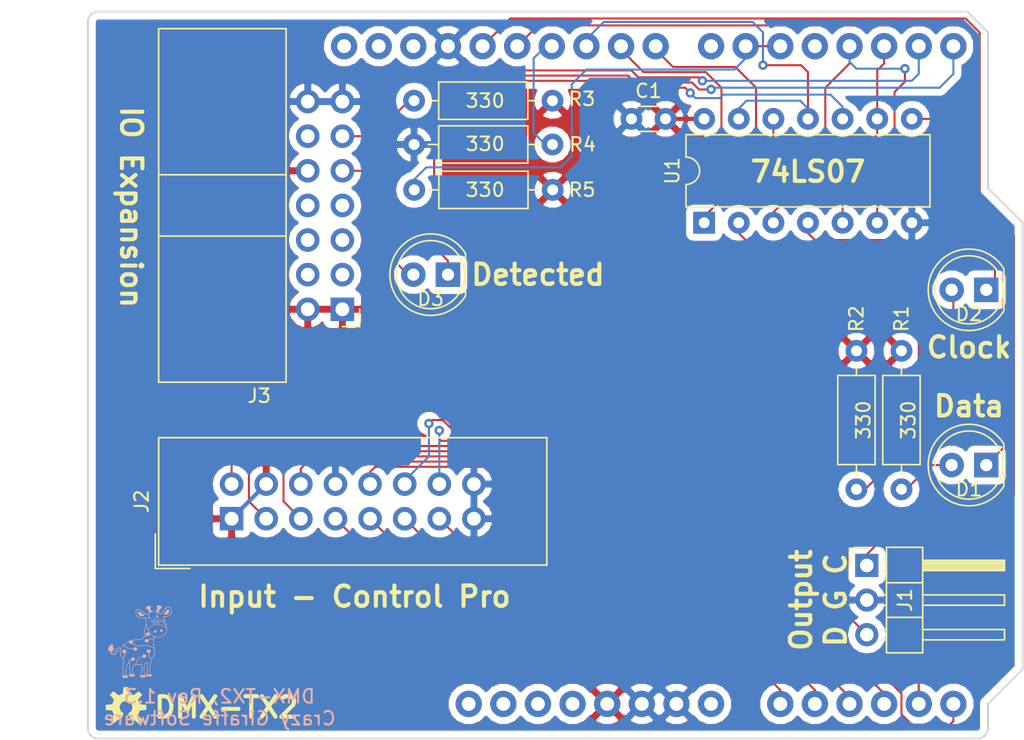
<source format=kicad_pcb>
(kicad_pcb (version 20171130) (host pcbnew "(5.0.0)")

  (general
    (thickness 1.6)
    (drawings 22)
    (tracks 290)
    (zones 0)
    (modules 16)
    (nets 46)
  )

  (page A4)
  (title_block
    (title "DMX Demonstrator - Transmitter IO Module (DMX-TX2)")
    (date 2023-09-16)
    (rev 1.3)
    (company "Crazy Giraffe Software")
    (comment 2 "Designed by: SparkyBobo")
    (comment 3 "https://creativecommons.org/licenses/by-sa/4.0/ ")
    (comment 4 "Released under the Creative Commons Attribution Share-Alike 4.0 License")
  )

  (layers
    (0 F.Cu signal)
    (31 B.Cu signal)
    (32 B.Adhes user)
    (33 F.Adhes user)
    (34 B.Paste user)
    (35 F.Paste user)
    (36 B.SilkS user)
    (37 F.SilkS user)
    (38 B.Mask user)
    (39 F.Mask user)
    (40 Dwgs.User user)
    (41 Cmts.User user)
    (42 Eco1.User user)
    (43 Eco2.User user)
    (44 Edge.Cuts user)
    (45 Margin user)
    (46 B.CrtYd user)
    (47 F.CrtYd user)
    (48 B.Fab user)
    (49 F.Fab user)
  )

  (setup
    (last_trace_width 0.1524)
    (trace_clearance 0.1524)
    (zone_clearance 0.508)
    (zone_45_only no)
    (trace_min 0.1524)
    (segment_width 0.2)
    (edge_width 0.15)
    (via_size 0.6858)
    (via_drill 0.3302)
    (via_min_size 0.508)
    (via_min_drill 0.254)
    (uvia_size 0.6858)
    (uvia_drill 0.3302)
    (uvias_allowed no)
    (uvia_min_size 0.2)
    (uvia_min_drill 0.1)
    (pcb_text_width 0.3)
    (pcb_text_size 1.5 1.5)
    (mod_edge_width 0.15)
    (mod_text_size 1 1)
    (mod_text_width 0.15)
    (pad_size 1.524 1.524)
    (pad_drill 0.762)
    (pad_to_mask_clearance 0.2)
    (aux_axis_origin 0 0)
    (visible_elements 7FFFFFFF)
    (pcbplotparams
      (layerselection 0x010fc_ffffffff)
      (usegerberextensions true)
      (usegerberattributes false)
      (usegerberadvancedattributes false)
      (creategerberjobfile false)
      (excludeedgelayer true)
      (linewidth 0.100000)
      (plotframeref false)
      (viasonmask false)
      (mode 1)
      (useauxorigin false)
      (hpglpennumber 1)
      (hpglpenspeed 20)
      (hpglpendiameter 15.000000)
      (psnegative false)
      (psa4output false)
      (plotreference true)
      (plotvalue false)
      (plotinvisibletext false)
      (padsonsilk false)
      (subtractmaskfromsilk true)
      (outputformat 1)
      (mirror false)
      (drillshape 0)
      (scaleselection 1)
      (outputdirectory "grb"))
  )

  (net 0 "")
  (net 1 +5V)
  (net 2 /A1)
  (net 3 GND)
  (net 4 /A0)
  (net 5 "Net-(D1-Pad2)")
  (net 6 "Net-(D2-Pad2)")
  (net 7 "Net-(A1-Pad32)")
  (net 8 "Net-(A1-Pad31)")
  (net 9 "Net-(A1-Pad1)")
  (net 10 "Net-(A1-Pad2)")
  (net 11 "Net-(A1-Pad3)")
  (net 12 "Net-(A1-Pad4)")
  (net 13 "Net-(A1-Pad8)")
  (net 14 "Net-(A1-Pad26)")
  (net 15 /A2)
  (net 16 /A4)
  (net 17 "Net-(A1-Pad15)")
  (net 18 "Net-(A1-Pad16)")
  (net 19 /A5)
  (net 20 /~DATA)
  (net 21 /~CLOCK)
  (net 22 /~CLK_SLO)
  (net 23 /~CLK_FST)
  (net 24 /RX)
  (net 25 /RXCLK)
  (net 26 "Net-(A1-Pad30)")
  (net 27 /A3)
  (net 28 "Net-(A1-Pad19)")
  (net 29 "Net-(A1-Pad20)")
  (net 30 "Net-(A1-Pad22)")
  (net 31 /~HWD_DT)
  (net 32 "Net-(D1-Pad1)")
  (net 33 "Net-(D2-Pad1)")
  (net 34 "Net-(J3-Pad12)")
  (net 35 "Net-(J3-Pad3)")
  (net 36 "Net-(J3-Pad4)")
  (net 37 "Net-(J3-Pad5)")
  (net 38 "Net-(J3-Pad6)")
  (net 39 "Net-(J3-Pad7)")
  (net 40 "Net-(J3-Pad8)")
  (net 41 /~DATA_OUT)
  (net 42 /~CLOCK_OUT)
  (net 43 /~HWD_DT_OUT)
  (net 44 "Net-(D3-Pad2)")
  (net 45 "Net-(D3-Pad1)")

  (net_class Default "This is the default net class."
    (clearance 0.1524)
    (trace_width 0.1524)
    (via_dia 0.6858)
    (via_drill 0.3302)
    (uvia_dia 0.6858)
    (uvia_drill 0.3302)
    (diff_pair_gap 0.1524)
    (diff_pair_width 0.1524)
    (add_net /A0)
    (add_net /A1)
    (add_net /A2)
    (add_net /A3)
    (add_net /A4)
    (add_net /A5)
    (add_net /RX)
    (add_net /RXCLK)
    (add_net /~CLK_FST)
    (add_net /~CLK_SLO)
    (add_net /~CLOCK)
    (add_net /~CLOCK_OUT)
    (add_net /~DATA)
    (add_net /~DATA_OUT)
    (add_net /~HWD_DT)
    (add_net /~HWD_DT_OUT)
    (add_net GND)
    (add_net "Net-(A1-Pad1)")
    (add_net "Net-(A1-Pad15)")
    (add_net "Net-(A1-Pad16)")
    (add_net "Net-(A1-Pad19)")
    (add_net "Net-(A1-Pad2)")
    (add_net "Net-(A1-Pad20)")
    (add_net "Net-(A1-Pad22)")
    (add_net "Net-(A1-Pad26)")
    (add_net "Net-(A1-Pad3)")
    (add_net "Net-(A1-Pad30)")
    (add_net "Net-(A1-Pad31)")
    (add_net "Net-(A1-Pad32)")
    (add_net "Net-(A1-Pad4)")
    (add_net "Net-(A1-Pad8)")
    (add_net "Net-(D1-Pad1)")
    (add_net "Net-(D1-Pad2)")
    (add_net "Net-(D2-Pad1)")
    (add_net "Net-(D2-Pad2)")
    (add_net "Net-(D3-Pad1)")
    (add_net "Net-(D3-Pad2)")
    (add_net "Net-(J3-Pad12)")
    (add_net "Net-(J3-Pad3)")
    (add_net "Net-(J3-Pad4)")
    (add_net "Net-(J3-Pad5)")
    (add_net "Net-(J3-Pad6)")
    (add_net "Net-(J3-Pad7)")
    (add_net "Net-(J3-Pad8)")
  )

  (net_class Power ""
    (clearance 0.1524)
    (trace_width 0.3048)
    (via_dia 1.27)
    (via_drill 0.635)
    (uvia_dia 1.27)
    (uvia_drill 0.635)
    (diff_pair_gap 0.3048)
    (diff_pair_width 0.3048)
    (add_net +5V)
  )

  (module Package_DIP:DIP-14_W7.62mm (layer F.Cu) (tedit 5A02E8C5) (tstamp 6514CA98)
    (at 161.544 78.74 90)
    (descr "14-lead though-hole mounted DIP package, row spacing 7.62 mm (300 mils)")
    (tags "THT DIP DIL PDIP 2.54mm 7.62mm 300mil")
    (path /6508D26C)
    (fp_text reference U1 (at 3.81 -2.33 90) (layer F.SilkS)
      (effects (font (size 1 1) (thickness 0.15)))
    )
    (fp_text value 74LS07 (at 3.81 17.57 90) (layer F.Fab)
      (effects (font (size 1 1) (thickness 0.15)))
    )
    (fp_arc (start 3.81 -1.33) (end 2.81 -1.33) (angle -180) (layer F.SilkS) (width 0.12))
    (fp_line (start 1.635 -1.27) (end 6.985 -1.27) (layer F.Fab) (width 0.1))
    (fp_line (start 6.985 -1.27) (end 6.985 16.51) (layer F.Fab) (width 0.1))
    (fp_line (start 6.985 16.51) (end 0.635 16.51) (layer F.Fab) (width 0.1))
    (fp_line (start 0.635 16.51) (end 0.635 -0.27) (layer F.Fab) (width 0.1))
    (fp_line (start 0.635 -0.27) (end 1.635 -1.27) (layer F.Fab) (width 0.1))
    (fp_line (start 2.81 -1.33) (end 1.16 -1.33) (layer F.SilkS) (width 0.12))
    (fp_line (start 1.16 -1.33) (end 1.16 16.57) (layer F.SilkS) (width 0.12))
    (fp_line (start 1.16 16.57) (end 6.46 16.57) (layer F.SilkS) (width 0.12))
    (fp_line (start 6.46 16.57) (end 6.46 -1.33) (layer F.SilkS) (width 0.12))
    (fp_line (start 6.46 -1.33) (end 4.81 -1.33) (layer F.SilkS) (width 0.12))
    (fp_line (start -1.1 -1.55) (end -1.1 16.8) (layer F.CrtYd) (width 0.05))
    (fp_line (start -1.1 16.8) (end 8.7 16.8) (layer F.CrtYd) (width 0.05))
    (fp_line (start 8.7 16.8) (end 8.7 -1.55) (layer F.CrtYd) (width 0.05))
    (fp_line (start 8.7 -1.55) (end -1.1 -1.55) (layer F.CrtYd) (width 0.05))
    (fp_text user %R (at 3.81 7.62 90) (layer F.Fab)
      (effects (font (size 1 1) (thickness 0.15)))
    )
    (pad 1 thru_hole rect (at 0 0 90) (size 1.6 1.6) (drill 0.8) (layers *.Cu *.Mask)
      (net 42 /~CLOCK_OUT))
    (pad 8 thru_hole oval (at 7.62 15.24 90) (size 1.6 1.6) (drill 0.8) (layers *.Cu *.Mask)
      (net 32 "Net-(D1-Pad1)"))
    (pad 2 thru_hole oval (at 0 2.54 90) (size 1.6 1.6) (drill 0.8) (layers *.Cu *.Mask)
      (net 21 /~CLOCK))
    (pad 9 thru_hole oval (at 7.62 12.7 90) (size 1.6 1.6) (drill 0.8) (layers *.Cu *.Mask)
      (net 41 /~DATA_OUT))
    (pad 3 thru_hole oval (at 0 5.08 90) (size 1.6 1.6) (drill 0.8) (layers *.Cu *.Mask)
      (net 41 /~DATA_OUT))
    (pad 10 thru_hole oval (at 7.62 10.16 90) (size 1.6 1.6) (drill 0.8) (layers *.Cu *.Mask)
      (net 45 "Net-(D3-Pad1)"))
    (pad 4 thru_hole oval (at 0 7.62 90) (size 1.6 1.6) (drill 0.8) (layers *.Cu *.Mask)
      (net 20 /~DATA))
    (pad 11 thru_hole oval (at 7.62 7.62 90) (size 1.6 1.6) (drill 0.8) (layers *.Cu *.Mask)
      (net 43 /~HWD_DT_OUT))
    (pad 5 thru_hole oval (at 0 10.16 90) (size 1.6 1.6) (drill 0.8) (layers *.Cu *.Mask)
      (net 42 /~CLOCK_OUT))
    (pad 12 thru_hole oval (at 7.62 5.08 90) (size 1.6 1.6) (drill 0.8) (layers *.Cu *.Mask)
      (net 31 /~HWD_DT))
    (pad 6 thru_hole oval (at 0 12.7 90) (size 1.6 1.6) (drill 0.8) (layers *.Cu *.Mask)
      (net 33 "Net-(D2-Pad1)"))
    (pad 13 thru_hole oval (at 7.62 2.54 90) (size 1.6 1.6) (drill 0.8) (layers *.Cu *.Mask)
      (net 43 /~HWD_DT_OUT))
    (pad 7 thru_hole oval (at 0 15.24 90) (size 1.6 1.6) (drill 0.8) (layers *.Cu *.Mask)
      (net 3 GND))
    (pad 14 thru_hole oval (at 7.62 0 90) (size 1.6 1.6) (drill 0.8) (layers *.Cu *.Mask)
      (net 1 +5V))
    (model ${KISYS3DMOD}/Package_DIP.3dshapes/DIP-14_W7.62mm.wrl
      (at (xyz 0 0 0))
      (scale (xyz 1 1 1))
      (rotate (xyz 0 0 0))
    )
  )

  (module Resistor_THT:R_Axial_DIN0207_L6.3mm_D2.5mm_P10.16mm_Horizontal (layer F.Cu) (tedit 6507A7DC) (tstamp 6514E37E)
    (at 150.4315 76.327 180)
    (descr "Resistor, Axial_DIN0207 series, Axial, Horizontal, pin pitch=10.16mm, 0.25W = 1/4W, length*diameter=6.3*2.5mm^2, http://cdn-reichelt.de/documents/datenblatt/B400/1_4W%23YAG.pdf")
    (tags "Resistor Axial_DIN0207 series Axial Horizontal pin pitch 10.16mm 0.25W = 1/4W length 6.3mm diameter 2.5mm")
    (path /6506CFB2)
    (fp_text reference R5 (at -2.159 0 180) (layer F.SilkS)
      (effects (font (size 1 1) (thickness 0.15)))
    )
    (fp_text value 330 (at 4.953 0 180) (layer F.SilkS)
      (effects (font (size 1 1) (thickness 0.15)))
    )
    (fp_line (start 1.93 -1.25) (end 1.93 1.25) (layer F.Fab) (width 0.1))
    (fp_line (start 1.93 1.25) (end 8.23 1.25) (layer F.Fab) (width 0.1))
    (fp_line (start 8.23 1.25) (end 8.23 -1.25) (layer F.Fab) (width 0.1))
    (fp_line (start 8.23 -1.25) (end 1.93 -1.25) (layer F.Fab) (width 0.1))
    (fp_line (start 0 0) (end 1.93 0) (layer F.Fab) (width 0.1))
    (fp_line (start 10.16 0) (end 8.23 0) (layer F.Fab) (width 0.1))
    (fp_line (start 1.81 -1.37) (end 1.81 1.37) (layer F.SilkS) (width 0.12))
    (fp_line (start 1.81 1.37) (end 8.35 1.37) (layer F.SilkS) (width 0.12))
    (fp_line (start 8.35 1.37) (end 8.35 -1.37) (layer F.SilkS) (width 0.12))
    (fp_line (start 8.35 -1.37) (end 1.81 -1.37) (layer F.SilkS) (width 0.12))
    (fp_line (start 1.04 0) (end 1.81 0) (layer F.SilkS) (width 0.12))
    (fp_line (start 9.12 0) (end 8.35 0) (layer F.SilkS) (width 0.12))
    (fp_line (start -1.05 -1.5) (end -1.05 1.5) (layer F.CrtYd) (width 0.05))
    (fp_line (start -1.05 1.5) (end 11.21 1.5) (layer F.CrtYd) (width 0.05))
    (fp_line (start 11.21 1.5) (end 11.21 -1.5) (layer F.CrtYd) (width 0.05))
    (fp_line (start 11.21 -1.5) (end -1.05 -1.5) (layer F.CrtYd) (width 0.05))
    (fp_text user %R (at 5.08 0 180) (layer F.Fab)
      (effects (font (size 1 1) (thickness 0.15)))
    )
    (pad 1 thru_hole circle (at 0 0 180) (size 1.6 1.6) (drill 0.8) (layers *.Cu *.Mask)
      (net 1 +5V))
    (pad 2 thru_hole oval (at 10.16 0 180) (size 1.6 1.6) (drill 0.8) (layers *.Cu *.Mask)
      (net 29 "Net-(A1-Pad20)"))
    (model ${KISYS3DMOD}/Resistor_THT.3dshapes/R_Axial_DIN0207_L6.3mm_D2.5mm_P10.16mm_Horizontal.wrl
      (at (xyz 0 0 0))
      (scale (xyz 1 1 1))
      (rotate (xyz 0 0 0))
    )
  )

  (module LED_THT:LED_D5.0mm (layer F.Cu) (tedit 5995936A) (tstamp 6514E300)
    (at 142.748 82.55 180)
    (descr "LED, diameter 5.0mm, 2 pins, http://cdn-reichelt.de/documents/datenblatt/A500/LL-504BC2E-009.pdf")
    (tags "LED diameter 5.0mm 2 pins")
    (path /64093372)
    (fp_text reference D3 (at 1.27 -1.778 180) (layer F.SilkS)
      (effects (font (size 1 1) (thickness 0.15)))
    )
    (fp_text value DETECTED (at 1.27 3.96 180) (layer F.Fab)
      (effects (font (size 1 1) (thickness 0.15)))
    )
    (fp_arc (start 1.27 0) (end -1.23 -1.469694) (angle 299.1) (layer F.Fab) (width 0.1))
    (fp_arc (start 1.27 0) (end -1.29 -1.54483) (angle 148.9) (layer F.SilkS) (width 0.12))
    (fp_arc (start 1.27 0) (end -1.29 1.54483) (angle -148.9) (layer F.SilkS) (width 0.12))
    (fp_circle (center 1.27 0) (end 3.77 0) (layer F.Fab) (width 0.1))
    (fp_circle (center 1.27 0) (end 3.77 0) (layer F.SilkS) (width 0.12))
    (fp_line (start -1.23 -1.469694) (end -1.23 1.469694) (layer F.Fab) (width 0.1))
    (fp_line (start -1.29 -1.545) (end -1.29 1.545) (layer F.SilkS) (width 0.12))
    (fp_line (start -1.95 -3.25) (end -1.95 3.25) (layer F.CrtYd) (width 0.05))
    (fp_line (start -1.95 3.25) (end 4.5 3.25) (layer F.CrtYd) (width 0.05))
    (fp_line (start 4.5 3.25) (end 4.5 -3.25) (layer F.CrtYd) (width 0.05))
    (fp_line (start 4.5 -3.25) (end -1.95 -3.25) (layer F.CrtYd) (width 0.05))
    (fp_text user %R (at 1.25 0 180) (layer F.Fab)
      (effects (font (size 0.8 0.8) (thickness 0.2)))
    )
    (pad 1 thru_hole rect (at 0 0 180) (size 1.8 1.8) (drill 0.9) (layers *.Cu *.Mask)
      (net 45 "Net-(D3-Pad1)"))
    (pad 2 thru_hole circle (at 2.54 0 180) (size 1.8 1.8) (drill 0.9) (layers *.Cu *.Mask)
      (net 44 "Net-(D3-Pad2)"))
    (model ${KISYS3DMOD}/LED_THT.3dshapes/LED_D5.0mm.wrl
      (at (xyz 0 0 0))
      (scale (xyz 1 1 1))
      (rotate (xyz 0 0 0))
    )
  )

  (module Resistor_THT:R_Axial_DIN0207_L6.3mm_D2.5mm_P10.16mm_Horizontal (layer F.Cu) (tedit 6507A7EE) (tstamp 641576C1)
    (at 150.4188 72.9996 180)
    (descr "Resistor, Axial_DIN0207 series, Axial, Horizontal, pin pitch=10.16mm, 0.25W = 1/4W, length*diameter=6.3*2.5mm^2, http://cdn-reichelt.de/documents/datenblatt/B400/1_4W%23YAG.pdf")
    (tags "Resistor Axial_DIN0207 series Axial Horizontal pin pitch 10.16mm 0.25W = 1/4W length 6.3mm diameter 2.5mm")
    (path /5F6228C3)
    (fp_text reference R4 (at -2.2098 0 180) (layer F.SilkS)
      (effects (font (size 1 1) (thickness 0.15)))
    )
    (fp_text value 330 (at 4.9403 0.0381 180) (layer F.SilkS)
      (effects (font (size 1 1) (thickness 0.15)))
    )
    (fp_line (start 1.93 -1.25) (end 1.93 1.25) (layer F.Fab) (width 0.1))
    (fp_line (start 1.93 1.25) (end 8.23 1.25) (layer F.Fab) (width 0.1))
    (fp_line (start 8.23 1.25) (end 8.23 -1.25) (layer F.Fab) (width 0.1))
    (fp_line (start 8.23 -1.25) (end 1.93 -1.25) (layer F.Fab) (width 0.1))
    (fp_line (start 0 0) (end 1.93 0) (layer F.Fab) (width 0.1))
    (fp_line (start 10.16 0) (end 8.23 0) (layer F.Fab) (width 0.1))
    (fp_line (start 1.81 -1.37) (end 1.81 1.37) (layer F.SilkS) (width 0.12))
    (fp_line (start 1.81 1.37) (end 8.35 1.37) (layer F.SilkS) (width 0.12))
    (fp_line (start 8.35 1.37) (end 8.35 -1.37) (layer F.SilkS) (width 0.12))
    (fp_line (start 8.35 -1.37) (end 1.81 -1.37) (layer F.SilkS) (width 0.12))
    (fp_line (start 1.04 0) (end 1.81 0) (layer F.SilkS) (width 0.12))
    (fp_line (start 9.12 0) (end 8.35 0) (layer F.SilkS) (width 0.12))
    (fp_line (start -1.05 -1.5) (end -1.05 1.5) (layer F.CrtYd) (width 0.05))
    (fp_line (start -1.05 1.5) (end 11.21 1.5) (layer F.CrtYd) (width 0.05))
    (fp_line (start 11.21 1.5) (end 11.21 -1.5) (layer F.CrtYd) (width 0.05))
    (fp_line (start 11.21 -1.5) (end -1.05 -1.5) (layer F.CrtYd) (width 0.05))
    (fp_text user %R (at 5.08 0 180) (layer F.Fab)
      (effects (font (size 1 1) (thickness 0.15)))
    )
    (pad 1 thru_hole circle (at 0 0 180) (size 1.6 1.6) (drill 0.8) (layers *.Cu *.Mask)
      (net 14 "Net-(A1-Pad26)"))
    (pad 2 thru_hole oval (at 10.16 0 180) (size 1.6 1.6) (drill 0.8) (layers *.Cu *.Mask)
      (net 3 GND))
    (model ${KISYS3DMOD}/Resistor_THT.3dshapes/R_Axial_DIN0207_L6.3mm_D2.5mm_P10.16mm_Horizontal.wrl
      (at (xyz 0 0 0))
      (scale (xyz 1 1 1))
      (rotate (xyz 0 0 0))
    )
  )

  (module Connector_IDC:IDC-Header_2x08_P2.54mm_Vertical (layer F.Cu) (tedit 59DE0341) (tstamp 63F448A3)
    (at 126.873 100.457 90)
    (descr "Through hole straight IDC box header, 2x08, 2.54mm pitch, double rows")
    (tags "Through hole IDC box header THT 2x08 2.54mm double row")
    (path /5F618444)
    (fp_text reference J2 (at 1.27 -6.604 90) (layer F.SilkS)
      (effects (font (size 1 1) (thickness 0.15)))
    )
    (fp_text value INPUT (at 1.27 24.384 90) (layer F.Fab)
      (effects (font (size 1 1) (thickness 0.15)))
    )
    (fp_text user %R (at 1.27 8.89 90) (layer F.Fab)
      (effects (font (size 1 1) (thickness 0.15)))
    )
    (fp_line (start 5.695 -5.1) (end 5.695 22.88) (layer F.Fab) (width 0.1))
    (fp_line (start 5.145 -4.56) (end 5.145 22.32) (layer F.Fab) (width 0.1))
    (fp_line (start -3.155 -5.1) (end -3.155 22.88) (layer F.Fab) (width 0.1))
    (fp_line (start -2.605 -4.56) (end -2.605 6.64) (layer F.Fab) (width 0.1))
    (fp_line (start -2.605 11.14) (end -2.605 22.32) (layer F.Fab) (width 0.1))
    (fp_line (start -2.605 6.64) (end -3.155 6.64) (layer F.Fab) (width 0.1))
    (fp_line (start -2.605 11.14) (end -3.155 11.14) (layer F.Fab) (width 0.1))
    (fp_line (start 5.695 -5.1) (end -3.155 -5.1) (layer F.Fab) (width 0.1))
    (fp_line (start 5.145 -4.56) (end -2.605 -4.56) (layer F.Fab) (width 0.1))
    (fp_line (start 5.695 22.88) (end -3.155 22.88) (layer F.Fab) (width 0.1))
    (fp_line (start 5.145 22.32) (end -2.605 22.32) (layer F.Fab) (width 0.1))
    (fp_line (start 5.695 -5.1) (end 5.145 -4.56) (layer F.Fab) (width 0.1))
    (fp_line (start 5.695 22.88) (end 5.145 22.32) (layer F.Fab) (width 0.1))
    (fp_line (start -3.155 -5.1) (end -2.605 -4.56) (layer F.Fab) (width 0.1))
    (fp_line (start -3.155 22.88) (end -2.605 22.32) (layer F.Fab) (width 0.1))
    (fp_line (start 5.95 -5.35) (end 5.95 23.13) (layer F.CrtYd) (width 0.05))
    (fp_line (start 5.95 23.13) (end -3.41 23.13) (layer F.CrtYd) (width 0.05))
    (fp_line (start -3.41 23.13) (end -3.41 -5.35) (layer F.CrtYd) (width 0.05))
    (fp_line (start -3.41 -5.35) (end 5.95 -5.35) (layer F.CrtYd) (width 0.05))
    (fp_line (start 5.945 -5.35) (end 5.945 23.13) (layer F.SilkS) (width 0.12))
    (fp_line (start 5.945 23.13) (end -3.405 23.13) (layer F.SilkS) (width 0.12))
    (fp_line (start -3.405 23.13) (end -3.405 -5.35) (layer F.SilkS) (width 0.12))
    (fp_line (start -3.405 -5.35) (end 5.945 -5.35) (layer F.SilkS) (width 0.12))
    (fp_line (start -3.655 -5.6) (end -3.655 -3.06) (layer F.SilkS) (width 0.12))
    (fp_line (start -3.655 -5.6) (end -1.115 -5.6) (layer F.SilkS) (width 0.12))
    (pad 1 thru_hole rect (at 0 0 90) (size 1.7272 1.7272) (drill 1.016) (layers *.Cu *.Mask)
      (net 1 +5V))
    (pad 2 thru_hole oval (at 2.54 0 90) (size 1.7272 1.7272) (drill 1.016) (layers *.Cu *.Mask)
      (net 31 /~HWD_DT))
    (pad 3 thru_hole oval (at 0 2.54 90) (size 1.7272 1.7272) (drill 1.016) (layers *.Cu *.Mask)
      (net 21 /~CLOCK))
    (pad 4 thru_hole oval (at 2.54 2.54 90) (size 1.7272 1.7272) (drill 1.016) (layers *.Cu *.Mask)
      (net 1 +5V))
    (pad 5 thru_hole oval (at 0 5.08 90) (size 1.7272 1.7272) (drill 1.016) (layers *.Cu *.Mask)
      (net 20 /~DATA))
    (pad 6 thru_hole oval (at 2.54 5.08 90) (size 1.7272 1.7272) (drill 1.016) (layers *.Cu *.Mask)
      (net 16 /A4))
    (pad 7 thru_hole oval (at 0 7.62 90) (size 1.7272 1.7272) (drill 1.016) (layers *.Cu *.Mask)
      (net 4 /A0))
    (pad 8 thru_hole oval (at 2.54 7.62 90) (size 1.7272 1.7272) (drill 1.016) (layers *.Cu *.Mask)
      (net 3 GND))
    (pad 9 thru_hole oval (at 0 10.16 90) (size 1.7272 1.7272) (drill 1.016) (layers *.Cu *.Mask)
      (net 2 /A1))
    (pad 10 thru_hole oval (at 2.54 10.16 90) (size 1.7272 1.7272) (drill 1.016) (layers *.Cu *.Mask)
      (net 19 /A5))
    (pad 11 thru_hole oval (at 0 12.7 90) (size 1.7272 1.7272) (drill 1.016) (layers *.Cu *.Mask)
      (net 15 /A2))
    (pad 12 thru_hole oval (at 2.54 12.7 90) (size 1.7272 1.7272) (drill 1.016) (layers *.Cu *.Mask)
      (net 22 /~CLK_SLO))
    (pad 13 thru_hole oval (at 0 15.24 90) (size 1.7272 1.7272) (drill 1.016) (layers *.Cu *.Mask)
      (net 27 /A3))
    (pad 14 thru_hole oval (at 2.54 15.24 90) (size 1.7272 1.7272) (drill 1.016) (layers *.Cu *.Mask)
      (net 23 /~CLK_FST))
    (pad 15 thru_hole oval (at 0 17.78 90) (size 1.7272 1.7272) (drill 1.016) (layers *.Cu *.Mask)
      (net 3 GND))
    (pad 16 thru_hole oval (at 2.54 17.78 90) (size 1.7272 1.7272) (drill 1.016) (layers *.Cu *.Mask)
      (net 3 GND))
    (model ${KISYS3DMOD}/Connector_IDC.3dshapes/IDC-Header_2x08_P2.54mm_Vertical.wrl
      (at (xyz 0 0 0))
      (scale (xyz 1 1 1))
      (rotate (xyz 0 0 0))
    )
  )

  (module Connector_IDC:IDC-Header_2x07_P2.54mm_Horizontal (layer F.Cu) (tedit 59DE207F) (tstamp 64024810)
    (at 135.001 85.09 180)
    (descr "Through hole angled IDC box header, 2x07, 2.54mm pitch, double rows")
    (tags "Through hole IDC box header THT 2x07 2.54mm double row")
    (path /63F5E071)
    (fp_text reference J3 (at 6.105 -6.35 180) (layer F.SilkS)
      (effects (font (size 1 1) (thickness 0.15)))
    )
    (fp_text value "IO EXTENSION" (at 6.105 21.844 180) (layer F.Fab)
      (effects (font (size 1 1) (thickness 0.15)))
    )
    (fp_text user %R (at 8.805 7.62 270) (layer F.Fab)
      (effects (font (size 1 1) (thickness 0.15)))
    )
    (fp_line (start -0.32 -0.32) (end -0.32 0.32) (layer F.Fab) (width 0.1))
    (fp_line (start -0.32 0.32) (end 4.38 0.32) (layer F.Fab) (width 0.1))
    (fp_line (start -0.32 10.48) (end 4.38 10.48) (layer F.Fab) (width 0.1))
    (fp_line (start -0.32 12.38) (end -0.32 13.02) (layer F.Fab) (width 0.1))
    (fp_line (start -0.32 13.02) (end 4.38 13.02) (layer F.Fab) (width 0.1))
    (fp_line (start -0.32 14.92) (end -0.32 15.56) (layer F.Fab) (width 0.1))
    (fp_line (start -0.32 15.56) (end 4.38 15.56) (layer F.Fab) (width 0.1))
    (fp_line (start -0.32 2.22) (end -0.32 2.86) (layer F.Fab) (width 0.1))
    (fp_line (start -0.32 2.86) (end 4.38 2.86) (layer F.Fab) (width 0.1))
    (fp_line (start -0.32 4.76) (end -0.32 5.4) (layer F.Fab) (width 0.1))
    (fp_line (start -0.32 5.4) (end 4.38 5.4) (layer F.Fab) (width 0.1))
    (fp_line (start -0.32 7.3) (end -0.32 7.94) (layer F.Fab) (width 0.1))
    (fp_line (start -0.32 7.94) (end 4.38 7.94) (layer F.Fab) (width 0.1))
    (fp_line (start -0.32 9.84) (end -0.32 10.48) (layer F.Fab) (width 0.1))
    (fp_line (start 13.23 20.34) (end 13.23 -5.1) (layer F.Fab) (width 0.1))
    (fp_line (start 4.38 -0.32) (end -0.32 -0.32) (layer F.Fab) (width 0.1))
    (fp_line (start 4.38 -4.1) (end 5.38 -5.1) (layer F.Fab) (width 0.1))
    (fp_line (start 4.38 12.38) (end -0.32 12.38) (layer F.Fab) (width 0.1))
    (fp_line (start 4.38 14.92) (end -0.32 14.92) (layer F.Fab) (width 0.1))
    (fp_line (start 4.38 2.22) (end -0.32 2.22) (layer F.Fab) (width 0.1))
    (fp_line (start 4.38 20.34) (end 13.23 20.34) (layer F.Fab) (width 0.1))
    (fp_line (start 4.38 20.34) (end 4.38 -4.1) (layer F.Fab) (width 0.1))
    (fp_line (start 4.38 4.76) (end -0.32 4.76) (layer F.Fab) (width 0.1))
    (fp_line (start 4.38 5.37) (end 13.23 5.37) (layer F.Fab) (width 0.1))
    (fp_line (start 4.38 7.3) (end -0.32 7.3) (layer F.Fab) (width 0.1))
    (fp_line (start 4.38 9.84) (end -0.32 9.84) (layer F.Fab) (width 0.1))
    (fp_line (start 4.38 9.87) (end 13.23 9.87) (layer F.Fab) (width 0.1))
    (fp_line (start 5.38 -5.1) (end 13.23 -5.1) (layer F.Fab) (width 0.1))
    (fp_line (start -1.27 -1.27) (end -1.27 0) (layer F.SilkS) (width 0.12))
    (fp_line (start 0 -1.27) (end -1.27 -1.27) (layer F.SilkS) (width 0.12))
    (fp_line (start 13.48 -5.35) (end 13.48 20.59) (layer F.SilkS) (width 0.12))
    (fp_line (start 4.13 -5.35) (end 13.48 -5.35) (layer F.SilkS) (width 0.12))
    (fp_line (start 4.13 20.59) (end 13.48 20.59) (layer F.SilkS) (width 0.12))
    (fp_line (start 4.13 20.59) (end 4.13 -5.35) (layer F.SilkS) (width 0.12))
    (fp_line (start 4.13 5.37) (end 13.48 5.37) (layer F.SilkS) (width 0.12))
    (fp_line (start 4.13 9.87) (end 13.48 9.87) (layer F.SilkS) (width 0.12))
    (fp_line (start -1.12 -5.35) (end 13.48 -5.35) (layer F.CrtYd) (width 0.05))
    (fp_line (start -1.12 20.59) (end -1.12 -5.35) (layer F.CrtYd) (width 0.05))
    (fp_line (start 13.48 -5.35) (end 13.48 20.59) (layer F.CrtYd) (width 0.05))
    (fp_line (start 13.48 20.59) (end -1.12 20.59) (layer F.CrtYd) (width 0.05))
    (pad 1 thru_hole rect (at 0 0 180) (size 1.7272 1.7272) (drill 1.016) (layers *.Cu *.Mask)
      (net 1 +5V))
    (pad 2 thru_hole oval (at 2.54 0 180) (size 1.7272 1.7272) (drill 1.016) (layers *.Cu *.Mask)
      (net 1 +5V))
    (pad 3 thru_hole oval (at 0 2.54 180) (size 1.7272 1.7272) (drill 1.016) (layers *.Cu *.Mask)
      (net 35 "Net-(J3-Pad3)"))
    (pad 4 thru_hole oval (at 2.54 2.54 180) (size 1.7272 1.7272) (drill 1.016) (layers *.Cu *.Mask)
      (net 36 "Net-(J3-Pad4)"))
    (pad 5 thru_hole oval (at 0 5.08 180) (size 1.7272 1.7272) (drill 1.016) (layers *.Cu *.Mask)
      (net 37 "Net-(J3-Pad5)"))
    (pad 6 thru_hole oval (at 2.54 5.08 180) (size 1.7272 1.7272) (drill 1.016) (layers *.Cu *.Mask)
      (net 38 "Net-(J3-Pad6)"))
    (pad 7 thru_hole oval (at 0 7.62 180) (size 1.7272 1.7272) (drill 1.016) (layers *.Cu *.Mask)
      (net 39 "Net-(J3-Pad7)"))
    (pad 8 thru_hole oval (at 2.54 7.62 180) (size 1.7272 1.7272) (drill 1.016) (layers *.Cu *.Mask)
      (net 40 "Net-(J3-Pad8)"))
    (pad 9 thru_hole oval (at 0 10.16 180) (size 1.7272 1.7272) (drill 1.016) (layers *.Cu *.Mask)
      (net 17 "Net-(A1-Pad15)"))
    (pad 10 thru_hole oval (at 2.54 10.16 180) (size 1.7272 1.7272) (drill 1.016) (layers *.Cu *.Mask)
      (net 1 +5V))
    (pad 11 thru_hole oval (at 0 12.7 180) (size 1.7272 1.7272) (drill 1.016) (layers *.Cu *.Mask)
      (net 18 "Net-(A1-Pad16)"))
    (pad 12 thru_hole oval (at 2.54 12.7 180) (size 1.7272 1.7272) (drill 1.016) (layers *.Cu *.Mask)
      (net 34 "Net-(J3-Pad12)"))
    (pad 13 thru_hole oval (at 0 15.24 180) (size 1.7272 1.7272) (drill 1.016) (layers *.Cu *.Mask)
      (net 3 GND))
    (pad 14 thru_hole oval (at 2.54 15.24 180) (size 1.7272 1.7272) (drill 1.016) (layers *.Cu *.Mask)
      (net 3 GND))
    (model ${KISYS3DMOD}/Connector_IDC.3dshapes/IDC-Header_2x07_P2.54mm_Horizontal.wrl
      (at (xyz 0 0 0))
      (scale (xyz 1 1 1))
      (rotate (xyz 0 0 0))
    )
  )

  (module Capacitor_THT:C_Disc_D3.0mm_W1.6mm_P2.50mm (layer F.Cu) (tedit 5AE50EF0) (tstamp 63F724C1)
    (at 156.21 71.12)
    (descr "C, Disc series, Radial, pin pitch=2.50mm, , diameter*width=3.0*1.6mm^2, Capacitor, http://www.vishay.com/docs/45233/krseries.pdf")
    (tags "C Disc series Radial pin pitch 2.50mm  diameter 3.0mm width 1.6mm Capacitor")
    (path /63F80B8A)
    (fp_text reference C1 (at 1.25 -2.05) (layer F.SilkS)
      (effects (font (size 1 1) (thickness 0.15)))
    )
    (fp_text value 0.1uF (at 1.25 2.05) (layer F.Fab)
      (effects (font (size 1 1) (thickness 0.15)))
    )
    (fp_line (start -0.25 -0.8) (end -0.25 0.8) (layer F.Fab) (width 0.1))
    (fp_line (start -0.25 0.8) (end 2.75 0.8) (layer F.Fab) (width 0.1))
    (fp_line (start 2.75 0.8) (end 2.75 -0.8) (layer F.Fab) (width 0.1))
    (fp_line (start 2.75 -0.8) (end -0.25 -0.8) (layer F.Fab) (width 0.1))
    (fp_line (start 0.621 -0.92) (end 1.879 -0.92) (layer F.SilkS) (width 0.12))
    (fp_line (start 0.621 0.92) (end 1.879 0.92) (layer F.SilkS) (width 0.12))
    (fp_line (start -1.05 -1.05) (end -1.05 1.05) (layer F.CrtYd) (width 0.05))
    (fp_line (start -1.05 1.05) (end 3.55 1.05) (layer F.CrtYd) (width 0.05))
    (fp_line (start 3.55 1.05) (end 3.55 -1.05) (layer F.CrtYd) (width 0.05))
    (fp_line (start 3.55 -1.05) (end -1.05 -1.05) (layer F.CrtYd) (width 0.05))
    (fp_text user %R (at 1.25 0) (layer F.Fab)
      (effects (font (size 0.6 0.6) (thickness 0.09)))
    )
    (pad 1 thru_hole circle (at 0 0) (size 1.6 1.6) (drill 0.8) (layers *.Cu *.Mask)
      (net 3 GND))
    (pad 2 thru_hole circle (at 2.5 0) (size 1.6 1.6) (drill 0.8) (layers *.Cu *.Mask)
      (net 1 +5V))
    (model ${KISYS3DMOD}/Capacitor_THT.3dshapes/C_Disc_D3.0mm_W1.6mm_P2.50mm.wrl
      (at (xyz 0 0 0))
      (scale (xyz 1 1 1))
      (rotate (xyz 0 0 0))
    )
  )

  (module footprints:ARDUINO_R3_NO_HOLES (layer F.Cu) (tedit 5FA36CC6) (tstamp 6514E1F4)
    (at 150.622 89.916)
    (descr "ARDUINO UNO R3 FOOTPRINT")
    (tags "ARDUINO UNO R3 FOOTPRINT")
    (path /5F3035A0)
    (attr virtual)
    (fp_text reference A1 (at -32.766 -25.908) (layer F.SilkS) hide
      (effects (font (size 0.6096 0.6096) (thickness 0.127)))
    )
    (fp_text value Arduino_UNO_R3 (at -29.718 -24.892) (layer F.SilkS) hide
      (effects (font (size 0.6096 0.6096) (thickness 0.127)))
    )
    (fp_line (start -34.29 26.67) (end -34.29 -26.67) (layer Dwgs.User) (width 0.2032))
    (fp_line (start -34.29 -26.67) (end 30.226 -26.67) (layer Dwgs.User) (width 0.2032))
    (fp_line (start 30.226 -26.67) (end 31.75 -25.146) (layer Dwgs.User) (width 0.2032))
    (fp_line (start 31.75 -25.146) (end 31.75 -13.716) (layer Dwgs.User) (width 0.2032))
    (fp_line (start 31.75 -13.716) (end 34.29 -11.176) (layer Dwgs.User) (width 0.2032))
    (fp_line (start 34.29 -11.176) (end 34.29 21.59) (layer Dwgs.User) (width 0.2032))
    (fp_line (start 34.29 21.59) (end 31.75 24.13) (layer Dwgs.User) (width 0.2032))
    (fp_line (start 31.75 24.13) (end 31.75 26.67) (layer Dwgs.User) (width 0.2032))
    (fp_line (start 31.75 26.67) (end -34.29 26.67) (layer Dwgs.User) (width 0.2032))
    (fp_line (start -40.64 -17.145) (end -24.765 -17.145) (layer Dwgs.User) (width 0.2032))
    (fp_line (start -24.765 -17.145) (end -24.765 -5.715) (layer Dwgs.User) (width 0.2032))
    (fp_line (start -24.765 -5.715) (end -40.64 -5.715) (layer Dwgs.User) (width 0.2032))
    (fp_line (start -40.64 -5.715) (end -40.64 -17.145) (layer Dwgs.User) (width 0.2032))
    (fp_line (start -36.195 23.495) (end -36.195 14.605) (layer Dwgs.User) (width 0.2032))
    (fp_line (start -36.195 14.605) (end -22.86 14.605) (layer Dwgs.User) (width 0.2032))
    (fp_line (start -22.86 14.605) (end -22.86 23.495) (layer Dwgs.User) (width 0.2032))
    (fp_line (start -22.86 23.495) (end -36.195 23.495) (layer Dwgs.User) (width 0.2032))
    (fp_circle (center -20.32 24.13) (end -20.32 23.10638) (layer Dwgs.User) (width 0.127))
    (fp_circle (center 31.75 19.05) (end 31.75 18.02638) (layer Dwgs.User) (width 0.127))
    (fp_circle (center 31.75 -8.89) (end 31.75 -9.91362) (layer Dwgs.User) (width 0.127))
    (fp_circle (center -19.05 -24.13) (end -19.05 -25.15362) (layer Dwgs.User) (width 0.127))
    (fp_text user SCL (at -15.5194 -20.5232 90) (layer Dwgs.User)
      (effects (font (size 0.8128 0.8128) (thickness 0.127)))
    )
    (fp_text user SDA (at -12.9794 -20.5232 90) (layer Dwgs.User)
      (effects (font (size 0.8128 0.8128) (thickness 0.127)))
    )
    (fp_text user AREF (at -10.4394 -20.9296 90) (layer Dwgs.User)
      (effects (font (size 0.8128 0.8128) (thickness 0.127)))
    )
    (fp_text user GND (at -7.8994 -20.5232 90) (layer Dwgs.User)
      (effects (font (size 0.8128 0.8128) (thickness 0.127)))
    )
    (fp_text user D13 (at -5.3594 -20.5232 90) (layer Dwgs.User)
      (effects (font (size 0.8128 0.8128) (thickness 0.127)))
    )
    (fp_text user D12 (at -2.8194 -20.5232 90) (layer Dwgs.User)
      (effects (font (size 0.8128 0.8128) (thickness 0.127)))
    )
    (fp_text user D11 (at -0.2794 -20.5232 90) (layer Dwgs.User)
      (effects (font (size 0.8128 0.8128) (thickness 0.127)))
    )
    (fp_text user D10 (at 2.2606 -20.5232 90) (layer Dwgs.User)
      (effects (font (size 0.8128 0.8128) (thickness 0.127)))
    )
    (fp_text user D9 (at 4.79806 -20.1168 90) (layer Dwgs.User)
      (effects (font (size 0.8128 0.8128) (thickness 0.127)))
    )
    (fp_text user D8 (at 7.3406 -20.1168 90) (layer Dwgs.User)
      (effects (font (size 0.8128 0.8128) (thickness 0.127)))
    )
    (fp_text user D7 (at 11.4046 -20.1168 90) (layer Dwgs.User)
      (effects (font (size 0.8128 0.8128) (thickness 0.127)))
    )
    (fp_text user D6 (at 13.9446 -20.1168 90) (layer Dwgs.User)
      (effects (font (size 0.8128 0.8128) (thickness 0.127)))
    )
    (fp_text user D5 (at 16.4846 -20.1168 90) (layer Dwgs.User)
      (effects (font (size 0.8128 0.8128) (thickness 0.127)))
    )
    (fp_text user D4 (at 19.0246 -20.1168 90) (layer Dwgs.User)
      (effects (font (size 0.8128 0.8128) (thickness 0.127)))
    )
    (fp_text user D3 (at 21.5646 -20.1168 90) (layer Dwgs.User)
      (effects (font (size 0.8128 0.8128) (thickness 0.127)))
    )
    (fp_text user D2 (at 24.1046 -20.1168 90) (layer Dwgs.User)
      (effects (font (size 0.8128 0.8128) (thickness 0.127)))
    )
    (fp_text user D0/RXI (at 29.05506 -19.2024 90) (layer Dwgs.User)
      (effects (font (size 0.8128 0.8128) (thickness 0.127)))
    )
    (fp_text user D1/TXO (at 26.5176 -19.2024 90) (layer Dwgs.User)
      (effects (font (size 0.8128 0.8128) (thickness 0.127)))
    )
    (fp_text user !RESET! (at -1.6764 20.0152 90) (layer Dwgs.User)
      (effects (font (size 0.8128 0.8128) (thickness 0.127)))
    )
    (fp_text user 3.3V (at 0.8636 21.2344 90) (layer Dwgs.User)
      (effects (font (size 0.8128 0.8128) (thickness 0.127)))
    )
    (fp_text user 5V (at 3.4036 22.0472 90) (layer Dwgs.User)
      (effects (font (size 0.8128 0.8128) (thickness 0.127)))
    )
    (fp_text user GND (at 5.9436 21.6408 90) (layer Dwgs.User)
      (effects (font (size 0.8128 0.8128) (thickness 0.127)))
    )
    (fp_text user GND (at 8.4836 21.6408 90) (layer Dwgs.User)
      (effects (font (size 0.8128 0.8128) (thickness 0.127)))
    )
    (fp_text user VIN (at 11.0236 21.6408 90) (layer Dwgs.User)
      (effects (font (size 0.8128 0.8128) (thickness 0.127)))
    )
    (fp_text user A0 (at 16.1036 22.0472 90) (layer Dwgs.User)
      (effects (font (size 0.8128 0.8128) (thickness 0.127)))
    )
    (fp_text user A1 (at 18.6436 22.0472 90) (layer Dwgs.User)
      (effects (font (size 0.8128 0.8128) (thickness 0.127)))
    )
    (fp_text user A2 (at 21.1836 22.0472 90) (layer Dwgs.User)
      (effects (font (size 0.8128 0.8128) (thickness 0.127)))
    )
    (fp_text user A3 (at 23.7236 22.0472 90) (layer Dwgs.User)
      (effects (font (size 0.8128 0.8128) (thickness 0.127)))
    )
    (fp_text user A4 (at 26.2636 22.0472 90) (layer Dwgs.User)
      (effects (font (size 0.8128 0.8128) (thickness 0.127)))
    )
    (fp_text user A5 (at 28.80106 22.0472 90) (layer Dwgs.User)
      (effects (font (size 0.8128 0.8128) (thickness 0.127)))
    )
    (fp_text user IOREF (at -4.2164 20.828 90) (layer Dwgs.User)
      (effects (font (size 0.8128 0.8128) (thickness 0.127)))
    )
    (pad 4 thru_hole circle (at 1.27 24.13) (size 1.9304 1.9304) (drill 1.016) (layers *.Cu *.Mask)
      (net 12 "Net-(A1-Pad4)") (solder_mask_margin 0.1016))
    (pad 5 thru_hole circle (at 3.81 24.13) (size 1.9304 1.9304) (drill 1.016) (layers *.Cu *.Mask)
      (net 1 +5V) (solder_mask_margin 0.1016))
    (pad 9 thru_hole circle (at 16.51 24.13) (size 1.9304 1.9304) (drill 1.016) (layers *.Cu *.Mask)
      (net 4 /A0) (solder_mask_margin 0.1016))
    (pad 10 thru_hole circle (at 19.05 24.13) (size 1.9304 1.9304) (drill 1.016) (layers *.Cu *.Mask)
      (net 2 /A1) (solder_mask_margin 0.1016))
    (pad 11 thru_hole circle (at 21.59 24.13) (size 1.9304 1.9304) (drill 1.016) (layers *.Cu *.Mask)
      (net 15 /A2) (solder_mask_margin 0.1016))
    (pad 12 thru_hole circle (at 24.13 24.13) (size 1.9304 1.9304) (drill 1.016) (layers *.Cu *.Mask)
      (net 27 /A3) (solder_mask_margin 0.1016))
    (pad 13 thru_hole circle (at 26.67 24.13) (size 1.9304 1.9304) (drill 1.016) (layers *.Cu *.Mask)
      (net 16 /A4) (solder_mask_margin 0.1016))
    (pad 14 thru_hole circle (at 29.21 24.13) (size 1.9304 1.9304) (drill 1.016) (layers *.Cu *.Mask)
      (net 19 /A5) (solder_mask_margin 0.1016))
    (pad 30 thru_hole circle (at -10.414 -24.13) (size 1.9304 1.9304) (drill 1.016) (layers *.Cu *.Mask)
      (net 26 "Net-(A1-Pad30)") (solder_mask_margin 0.1016))
    (pad 15 thru_hole circle (at 29.21 -24.13) (size 1.9304 1.9304) (drill 1.016) (layers *.Cu *.Mask)
      (net 17 "Net-(A1-Pad15)") (solder_mask_margin 0.1016))
    (pad 16 thru_hole circle (at 26.67 -24.13) (size 1.9304 1.9304) (drill 1.016) (layers *.Cu *.Mask)
      (net 18 "Net-(A1-Pad16)") (solder_mask_margin 0.1016))
    (pad 17 thru_hole circle (at 24.13 -24.13) (size 1.9304 1.9304) (drill 1.016) (layers *.Cu *.Mask)
      (net 41 /~DATA_OUT) (solder_mask_margin 0.1016))
    (pad 18 thru_hole circle (at 21.59 -24.13) (size 1.9304 1.9304) (drill 1.016) (layers *.Cu *.Mask)
      (net 42 /~CLOCK_OUT) (solder_mask_margin 0.1016))
    (pad 19 thru_hole circle (at 19.05 -24.13) (size 1.9304 1.9304) (drill 1.016) (layers *.Cu *.Mask)
      (net 28 "Net-(A1-Pad19)") (solder_mask_margin 0.1016))
    (pad 20 thru_hole circle (at 16.51 -24.13) (size 1.9304 1.9304) (drill 1.016) (layers *.Cu *.Mask)
      (net 29 "Net-(A1-Pad20)") (solder_mask_margin 0.1016))
    (pad 21 thru_hole circle (at 13.97 -24.13) (size 1.9304 1.9304) (drill 1.016) (layers *.Cu *.Mask)
      (net 29 "Net-(A1-Pad20)") (solder_mask_margin 0.1016))
    (pad 22 thru_hole circle (at 11.43 -24.13) (size 1.9304 1.9304) (drill 1.016) (layers *.Cu *.Mask)
      (net 30 "Net-(A1-Pad22)") (solder_mask_margin 0.1016))
    (pad 23 thru_hole circle (at 7.366 -24.13) (size 1.9304 1.9304) (drill 1.016) (layers *.Cu *.Mask)
      (net 23 /~CLK_FST) (solder_mask_margin 0.1016))
    (pad 24 thru_hole circle (at 4.826 -24.13) (size 1.9304 1.9304) (drill 1.016) (layers *.Cu *.Mask)
      (net 22 /~CLK_SLO) (solder_mask_margin 0.1016))
    (pad 25 thru_hole circle (at 2.286 -24.13) (size 1.9304 1.9304) (drill 1.016) (layers *.Cu *.Mask)
      (net 43 /~HWD_DT_OUT) (solder_mask_margin 0.1016))
    (pad 26 thru_hole circle (at -0.254 -24.13) (size 1.9304 1.9304) (drill 1.016) (layers *.Cu *.Mask)
      (net 14 "Net-(A1-Pad26)") (solder_mask_margin 0.1016))
    (pad 27 thru_hole circle (at -2.794 -24.13) (size 1.9304 1.9304) (drill 1.016) (layers *.Cu *.Mask)
      (net 24 /RX) (solder_mask_margin 0.1016))
    (pad 28 thru_hole circle (at -5.334 -24.13) (size 1.9304 1.9304) (drill 1.016) (layers *.Cu *.Mask)
      (net 25 /RXCLK) (solder_mask_margin 0.1016))
    (pad 6 thru_hole circle (at 6.35 24.13) (size 1.9304 1.9304) (drill 1.016) (layers *.Cu *.Mask)
      (net 3 GND) (solder_mask_margin 0.1016))
    (pad 7 thru_hole circle (at 8.89 24.13) (size 1.9304 1.9304) (drill 1.016) (layers *.Cu *.Mask)
      (net 3 GND) (solder_mask_margin 0.1016))
    (pad 29 thru_hole circle (at -7.874 -24.13) (size 1.9304 1.9304) (drill 1.016) (layers *.Cu *.Mask)
      (net 3 GND) (solder_mask_margin 0.1016))
    (pad 2 thru_hole circle (at -3.81 24.13) (size 1.9304 1.9304) (drill 1.016) (layers *.Cu *.Mask)
      (net 10 "Net-(A1-Pad2)") (solder_mask_margin 0.1016))
    (pad 1 thru_hole circle (at -6.35 24.13) (size 1.9304 1.9304) (drill 1.016) (layers *.Cu *.Mask)
      (net 9 "Net-(A1-Pad1)") (solder_mask_margin 0.1016))
    (pad 3 thru_hole circle (at -1.27 24.13) (size 1.9304 1.9304) (drill 1.016) (layers *.Cu *.Mask)
      (net 11 "Net-(A1-Pad3)") (solder_mask_margin 0.1016))
    (pad 32 thru_hole circle (at -15.494 -24.13) (size 1.9304 1.9304) (drill 1.016) (layers *.Cu *.Mask)
      (net 7 "Net-(A1-Pad32)") (solder_mask_margin 0.1016))
    (pad 31 thru_hole circle (at -12.954 -24.13) (size 1.9304 1.9304) (drill 1.016) (layers *.Cu *.Mask)
      (net 8 "Net-(A1-Pad31)") (solder_mask_margin 0.1016))
    (pad 8 thru_hole circle (at 11.43 24.13) (size 1.9304 1.9304) (drill 1.016) (layers *.Cu *.Mask)
      (net 13 "Net-(A1-Pad8)") (solder_mask_margin 0.1016))
  )

  (module Resistor_THT:R_Axial_DIN0207_L6.3mm_D2.5mm_P10.16mm_Horizontal (layer F.Cu) (tedit 6507A7C2) (tstamp 5F6A106B)
    (at 172.72 88.138 270)
    (descr "Resistor, Axial_DIN0207 series, Axial, Horizontal, pin pitch=10.16mm, 0.25W = 1/4W, length*diameter=6.3*2.5mm^2, http://cdn-reichelt.de/documents/datenblatt/B400/1_4W%23YAG.pdf")
    (tags "Resistor Axial_DIN0207 series Axial Horizontal pin pitch 10.16mm 0.25W = 1/4W length 6.3mm diameter 2.5mm")
    (path /5F3048F0)
    (fp_text reference R2 (at -2.3495 0 270) (layer F.SilkS)
      (effects (font (size 1 1) (thickness 0.15)))
    )
    (fp_text value 330 (at 5.08 -0.508 270) (layer F.SilkS)
      (effects (font (size 1 1) (thickness 0.15)))
    )
    (fp_text user %R (at 5.08 0 270) (layer F.Fab)
      (effects (font (size 1 1) (thickness 0.15)))
    )
    (fp_line (start 11.21 -1.5) (end -1.05 -1.5) (layer F.CrtYd) (width 0.05))
    (fp_line (start 11.21 1.5) (end 11.21 -1.5) (layer F.CrtYd) (width 0.05))
    (fp_line (start -1.05 1.5) (end 11.21 1.5) (layer F.CrtYd) (width 0.05))
    (fp_line (start -1.05 -1.5) (end -1.05 1.5) (layer F.CrtYd) (width 0.05))
    (fp_line (start 9.12 0) (end 8.35 0) (layer F.SilkS) (width 0.12))
    (fp_line (start 1.04 0) (end 1.81 0) (layer F.SilkS) (width 0.12))
    (fp_line (start 8.35 -1.37) (end 1.81 -1.37) (layer F.SilkS) (width 0.12))
    (fp_line (start 8.35 1.37) (end 8.35 -1.37) (layer F.SilkS) (width 0.12))
    (fp_line (start 1.81 1.37) (end 8.35 1.37) (layer F.SilkS) (width 0.12))
    (fp_line (start 1.81 -1.37) (end 1.81 1.37) (layer F.SilkS) (width 0.12))
    (fp_line (start 10.16 0) (end 8.23 0) (layer F.Fab) (width 0.1))
    (fp_line (start 0 0) (end 1.93 0) (layer F.Fab) (width 0.1))
    (fp_line (start 8.23 -1.25) (end 1.93 -1.25) (layer F.Fab) (width 0.1))
    (fp_line (start 8.23 1.25) (end 8.23 -1.25) (layer F.Fab) (width 0.1))
    (fp_line (start 1.93 1.25) (end 8.23 1.25) (layer F.Fab) (width 0.1))
    (fp_line (start 1.93 -1.25) (end 1.93 1.25) (layer F.Fab) (width 0.1))
    (pad 2 thru_hole oval (at 10.16 0 270) (size 1.6 1.6) (drill 0.8) (layers *.Cu *.Mask)
      (net 6 "Net-(D2-Pad2)"))
    (pad 1 thru_hole circle (at 0 0 270) (size 1.6 1.6) (drill 0.8) (layers *.Cu *.Mask)
      (net 1 +5V))
    (model ${KISYS3DMOD}/Resistor_THT.3dshapes/R_Axial_DIN0207_L6.3mm_D2.5mm_P10.16mm_Horizontal.wrl
      (at (xyz 0 0 0))
      (scale (xyz 1 1 1))
      (rotate (xyz 0 0 0))
    )
  )

  (module Resistor_THT:R_Axial_DIN0207_L6.3mm_D2.5mm_P10.16mm_Horizontal (layer F.Cu) (tedit 6507A7FE) (tstamp 5FD12833)
    (at 150.4188 69.7865 180)
    (descr "Resistor, Axial_DIN0207 series, Axial, Horizontal, pin pitch=10.16mm, 0.25W = 1/4W, length*diameter=6.3*2.5mm^2, http://cdn-reichelt.de/documents/datenblatt/B400/1_4W%23YAG.pdf")
    (tags "Resistor Axial_DIN0207 series Axial Horizontal pin pitch 10.16mm 0.25W = 1/4W length 6.3mm diameter 2.5mm")
    (path /64093378)
    (fp_text reference R3 (at -2.159 0.127 180) (layer F.SilkS)
      (effects (font (size 1 1) (thickness 0.15)))
    )
    (fp_text value 330 (at 4.9403 0 180) (layer F.SilkS)
      (effects (font (size 1 1) (thickness 0.15)))
    )
    (fp_text user %R (at 5.08 0 180) (layer F.Fab)
      (effects (font (size 1 1) (thickness 0.15)))
    )
    (fp_line (start 11.21 -1.5) (end -1.05 -1.5) (layer F.CrtYd) (width 0.05))
    (fp_line (start 11.21 1.5) (end 11.21 -1.5) (layer F.CrtYd) (width 0.05))
    (fp_line (start -1.05 1.5) (end 11.21 1.5) (layer F.CrtYd) (width 0.05))
    (fp_line (start -1.05 -1.5) (end -1.05 1.5) (layer F.CrtYd) (width 0.05))
    (fp_line (start 9.12 0) (end 8.35 0) (layer F.SilkS) (width 0.12))
    (fp_line (start 1.04 0) (end 1.81 0) (layer F.SilkS) (width 0.12))
    (fp_line (start 8.35 -1.37) (end 1.81 -1.37) (layer F.SilkS) (width 0.12))
    (fp_line (start 8.35 1.37) (end 8.35 -1.37) (layer F.SilkS) (width 0.12))
    (fp_line (start 1.81 1.37) (end 8.35 1.37) (layer F.SilkS) (width 0.12))
    (fp_line (start 1.81 -1.37) (end 1.81 1.37) (layer F.SilkS) (width 0.12))
    (fp_line (start 10.16 0) (end 8.23 0) (layer F.Fab) (width 0.1))
    (fp_line (start 0 0) (end 1.93 0) (layer F.Fab) (width 0.1))
    (fp_line (start 8.23 -1.25) (end 1.93 -1.25) (layer F.Fab) (width 0.1))
    (fp_line (start 8.23 1.25) (end 8.23 -1.25) (layer F.Fab) (width 0.1))
    (fp_line (start 1.93 1.25) (end 8.23 1.25) (layer F.Fab) (width 0.1))
    (fp_line (start 1.93 -1.25) (end 1.93 1.25) (layer F.Fab) (width 0.1))
    (pad 2 thru_hole oval (at 10.16 0 180) (size 1.6 1.6) (drill 0.8) (layers *.Cu *.Mask)
      (net 44 "Net-(D3-Pad2)"))
    (pad 1 thru_hole circle (at 0 0 180) (size 1.6 1.6) (drill 0.8) (layers *.Cu *.Mask)
      (net 1 +5V))
    (model ${KISYS3DMOD}/Resistor_THT.3dshapes/R_Axial_DIN0207_L6.3mm_D2.5mm_P10.16mm_Horizontal.wrl
      (at (xyz 0 0 0))
      (scale (xyz 1 1 1))
      (rotate (xyz 0 0 0))
    )
  )

  (module Resistor_THT:R_Axial_DIN0207_L6.3mm_D2.5mm_P10.16mm_Horizontal (layer F.Cu) (tedit 6507A7CA) (tstamp 5F6A10D9)
    (at 176.022 88.138 270)
    (descr "Resistor, Axial_DIN0207 series, Axial, Horizontal, pin pitch=10.16mm, 0.25W = 1/4W, length*diameter=6.3*2.5mm^2, http://cdn-reichelt.de/documents/datenblatt/B400/1_4W%23YAG.pdf")
    (tags "Resistor Axial_DIN0207 series Axial Horizontal pin pitch 10.16mm 0.25W = 1/4W length 6.3mm diameter 2.5mm")
    (path /5F3040DD)
    (fp_text reference R1 (at -2.3495 0 270) (layer F.SilkS)
      (effects (font (size 1 1) (thickness 0.15)))
    )
    (fp_text value 330 (at 5.08 -0.508 270) (layer F.SilkS)
      (effects (font (size 1 1) (thickness 0.15)))
    )
    (fp_line (start 1.93 -1.25) (end 1.93 1.25) (layer F.Fab) (width 0.1))
    (fp_line (start 1.93 1.25) (end 8.23 1.25) (layer F.Fab) (width 0.1))
    (fp_line (start 8.23 1.25) (end 8.23 -1.25) (layer F.Fab) (width 0.1))
    (fp_line (start 8.23 -1.25) (end 1.93 -1.25) (layer F.Fab) (width 0.1))
    (fp_line (start 0 0) (end 1.93 0) (layer F.Fab) (width 0.1))
    (fp_line (start 10.16 0) (end 8.23 0) (layer F.Fab) (width 0.1))
    (fp_line (start 1.81 -1.37) (end 1.81 1.37) (layer F.SilkS) (width 0.12))
    (fp_line (start 1.81 1.37) (end 8.35 1.37) (layer F.SilkS) (width 0.12))
    (fp_line (start 8.35 1.37) (end 8.35 -1.37) (layer F.SilkS) (width 0.12))
    (fp_line (start 8.35 -1.37) (end 1.81 -1.37) (layer F.SilkS) (width 0.12))
    (fp_line (start 1.04 0) (end 1.81 0) (layer F.SilkS) (width 0.12))
    (fp_line (start 9.12 0) (end 8.35 0) (layer F.SilkS) (width 0.12))
    (fp_line (start -1.05 -1.5) (end -1.05 1.5) (layer F.CrtYd) (width 0.05))
    (fp_line (start -1.05 1.5) (end 11.21 1.5) (layer F.CrtYd) (width 0.05))
    (fp_line (start 11.21 1.5) (end 11.21 -1.5) (layer F.CrtYd) (width 0.05))
    (fp_line (start 11.21 -1.5) (end -1.05 -1.5) (layer F.CrtYd) (width 0.05))
    (fp_text user %R (at 5.08 0 270) (layer F.Fab)
      (effects (font (size 1 1) (thickness 0.15)))
    )
    (pad 1 thru_hole circle (at 0 0 270) (size 1.6 1.6) (drill 0.8) (layers *.Cu *.Mask)
      (net 1 +5V))
    (pad 2 thru_hole oval (at 10.16 0 270) (size 1.6 1.6) (drill 0.8) (layers *.Cu *.Mask)
      (net 5 "Net-(D1-Pad2)"))
    (model ${KISYS3DMOD}/Resistor_THT.3dshapes/R_Axial_DIN0207_L6.3mm_D2.5mm_P10.16mm_Horizontal.wrl
      (at (xyz 0 0 0))
      (scale (xyz 1 1 1))
      (rotate (xyz 0 0 0))
    )
  )

  (module LED_THT:LED_D5.0mm (layer F.Cu) (tedit 5995936A) (tstamp 5FA705C4)
    (at 182.245 96.52 180)
    (descr "LED, diameter 5.0mm, 2 pins, http://cdn-reichelt.de/documents/datenblatt/A500/LL-504BC2E-009.pdf")
    (tags "LED diameter 5.0mm 2 pins")
    (path /5F304057)
    (fp_text reference D1 (at 1.27 -1.778 180) (layer F.SilkS)
      (effects (font (size 1 1) (thickness 0.15)))
    )
    (fp_text value DATA (at 1.27 3.96 180) (layer F.Fab)
      (effects (font (size 1 1) (thickness 0.15)))
    )
    (fp_arc (start 1.27 0) (end -1.23 -1.469694) (angle 299.1) (layer F.Fab) (width 0.1))
    (fp_arc (start 1.27 0) (end -1.29 -1.54483) (angle 148.9) (layer F.SilkS) (width 0.12))
    (fp_arc (start 1.27 0) (end -1.29 1.54483) (angle -148.9) (layer F.SilkS) (width 0.12))
    (fp_circle (center 1.27 0) (end 3.77 0) (layer F.Fab) (width 0.1))
    (fp_circle (center 1.27 0) (end 3.77 0) (layer F.SilkS) (width 0.12))
    (fp_line (start -1.23 -1.469694) (end -1.23 1.469694) (layer F.Fab) (width 0.1))
    (fp_line (start -1.29 -1.545) (end -1.29 1.545) (layer F.SilkS) (width 0.12))
    (fp_line (start -1.95 -3.25) (end -1.95 3.25) (layer F.CrtYd) (width 0.05))
    (fp_line (start -1.95 3.25) (end 4.5 3.25) (layer F.CrtYd) (width 0.05))
    (fp_line (start 4.5 3.25) (end 4.5 -3.25) (layer F.CrtYd) (width 0.05))
    (fp_line (start 4.5 -3.25) (end -1.95 -3.25) (layer F.CrtYd) (width 0.05))
    (fp_text user %R (at 1.25 0 180) (layer F.Fab)
      (effects (font (size 0.8 0.8) (thickness 0.2)))
    )
    (pad 1 thru_hole rect (at 0 0 180) (size 1.8 1.8) (drill 0.9) (layers *.Cu *.Mask)
      (net 32 "Net-(D1-Pad1)"))
    (pad 2 thru_hole circle (at 2.54 0 180) (size 1.8 1.8) (drill 0.9) (layers *.Cu *.Mask)
      (net 5 "Net-(D1-Pad2)"))
    (model ${KISYS3DMOD}/LED_THT.3dshapes/LED_D5.0mm.wrl
      (at (xyz 0 0 0))
      (scale (xyz 1 1 1))
      (rotate (xyz 0 0 0))
    )
  )

  (module Connector_PinHeader_2.54mm:PinHeader_1x03_P2.54mm_Horizontal (layer F.Cu) (tedit 59FED5CB) (tstamp 5F4379DB)
    (at 173.482 103.886)
    (descr "Through hole angled pin header, 1x03, 2.54mm pitch, 6mm pin length, single row")
    (tags "Through hole angled pin header THT 1x03 2.54mm single row")
    (path /5F3037EB)
    (fp_text reference J1 (at 2.794 2.54 270) (layer F.SilkS)
      (effects (font (size 1 1) (thickness 0.15)))
    )
    (fp_text value Output (at 5.08 2.54 90) (layer F.Fab)
      (effects (font (size 1 1) (thickness 0.15)))
    )
    (fp_line (start 2.135 -1.27) (end 4.04 -1.27) (layer F.Fab) (width 0.1))
    (fp_line (start 4.04 -1.27) (end 4.04 6.35) (layer F.Fab) (width 0.1))
    (fp_line (start 4.04 6.35) (end 1.5 6.35) (layer F.Fab) (width 0.1))
    (fp_line (start 1.5 6.35) (end 1.5 -0.635) (layer F.Fab) (width 0.1))
    (fp_line (start 1.5 -0.635) (end 2.135 -1.27) (layer F.Fab) (width 0.1))
    (fp_line (start -0.32 -0.32) (end 1.5 -0.32) (layer F.Fab) (width 0.1))
    (fp_line (start -0.32 -0.32) (end -0.32 0.32) (layer F.Fab) (width 0.1))
    (fp_line (start -0.32 0.32) (end 1.5 0.32) (layer F.Fab) (width 0.1))
    (fp_line (start 4.04 -0.32) (end 10.04 -0.32) (layer F.Fab) (width 0.1))
    (fp_line (start 10.04 -0.32) (end 10.04 0.32) (layer F.Fab) (width 0.1))
    (fp_line (start 4.04 0.32) (end 10.04 0.32) (layer F.Fab) (width 0.1))
    (fp_line (start -0.32 2.22) (end 1.5 2.22) (layer F.Fab) (width 0.1))
    (fp_line (start -0.32 2.22) (end -0.32 2.86) (layer F.Fab) (width 0.1))
    (fp_line (start -0.32 2.86) (end 1.5 2.86) (layer F.Fab) (width 0.1))
    (fp_line (start 4.04 2.22) (end 10.04 2.22) (layer F.Fab) (width 0.1))
    (fp_line (start 10.04 2.22) (end 10.04 2.86) (layer F.Fab) (width 0.1))
    (fp_line (start 4.04 2.86) (end 10.04 2.86) (layer F.Fab) (width 0.1))
    (fp_line (start -0.32 4.76) (end 1.5 4.76) (layer F.Fab) (width 0.1))
    (fp_line (start -0.32 4.76) (end -0.32 5.4) (layer F.Fab) (width 0.1))
    (fp_line (start -0.32 5.4) (end 1.5 5.4) (layer F.Fab) (width 0.1))
    (fp_line (start 4.04 4.76) (end 10.04 4.76) (layer F.Fab) (width 0.1))
    (fp_line (start 10.04 4.76) (end 10.04 5.4) (layer F.Fab) (width 0.1))
    (fp_line (start 4.04 5.4) (end 10.04 5.4) (layer F.Fab) (width 0.1))
    (fp_line (start 1.44 -1.33) (end 1.44 6.41) (layer F.SilkS) (width 0.12))
    (fp_line (start 1.44 6.41) (end 4.1 6.41) (layer F.SilkS) (width 0.12))
    (fp_line (start 4.1 6.41) (end 4.1 -1.33) (layer F.SilkS) (width 0.12))
    (fp_line (start 4.1 -1.33) (end 1.44 -1.33) (layer F.SilkS) (width 0.12))
    (fp_line (start 4.1 -0.38) (end 10.1 -0.38) (layer F.SilkS) (width 0.12))
    (fp_line (start 10.1 -0.38) (end 10.1 0.38) (layer F.SilkS) (width 0.12))
    (fp_line (start 10.1 0.38) (end 4.1 0.38) (layer F.SilkS) (width 0.12))
    (fp_line (start 4.1 -0.32) (end 10.1 -0.32) (layer F.SilkS) (width 0.12))
    (fp_line (start 4.1 -0.2) (end 10.1 -0.2) (layer F.SilkS) (width 0.12))
    (fp_line (start 4.1 -0.08) (end 10.1 -0.08) (layer F.SilkS) (width 0.12))
    (fp_line (start 4.1 0.04) (end 10.1 0.04) (layer F.SilkS) (width 0.12))
    (fp_line (start 4.1 0.16) (end 10.1 0.16) (layer F.SilkS) (width 0.12))
    (fp_line (start 4.1 0.28) (end 10.1 0.28) (layer F.SilkS) (width 0.12))
    (fp_line (start 1.11 -0.38) (end 1.44 -0.38) (layer F.SilkS) (width 0.12))
    (fp_line (start 1.11 0.38) (end 1.44 0.38) (layer F.SilkS) (width 0.12))
    (fp_line (start 1.44 1.27) (end 4.1 1.27) (layer F.SilkS) (width 0.12))
    (fp_line (start 4.1 2.16) (end 10.1 2.16) (layer F.SilkS) (width 0.12))
    (fp_line (start 10.1 2.16) (end 10.1 2.92) (layer F.SilkS) (width 0.12))
    (fp_line (start 10.1 2.92) (end 4.1 2.92) (layer F.SilkS) (width 0.12))
    (fp_line (start 1.042929 2.16) (end 1.44 2.16) (layer F.SilkS) (width 0.12))
    (fp_line (start 1.042929 2.92) (end 1.44 2.92) (layer F.SilkS) (width 0.12))
    (fp_line (start 1.44 3.81) (end 4.1 3.81) (layer F.SilkS) (width 0.12))
    (fp_line (start 4.1 4.7) (end 10.1 4.7) (layer F.SilkS) (width 0.12))
    (fp_line (start 10.1 4.7) (end 10.1 5.46) (layer F.SilkS) (width 0.12))
    (fp_line (start 10.1 5.46) (end 4.1 5.46) (layer F.SilkS) (width 0.12))
    (fp_line (start 1.042929 4.7) (end 1.44 4.7) (layer F.SilkS) (width 0.12))
    (fp_line (start 1.042929 5.46) (end 1.44 5.46) (layer F.SilkS) (width 0.12))
    (fp_line (start -1.27 0) (end -1.27 -1.27) (layer F.SilkS) (width 0.12))
    (fp_line (start -1.27 -1.27) (end 0 -1.27) (layer F.SilkS) (width 0.12))
    (fp_line (start -1.8 -1.8) (end -1.8 6.85) (layer F.CrtYd) (width 0.05))
    (fp_line (start -1.8 6.85) (end 10.55 6.85) (layer F.CrtYd) (width 0.05))
    (fp_line (start 10.55 6.85) (end 10.55 -1.8) (layer F.CrtYd) (width 0.05))
    (fp_line (start 10.55 -1.8) (end -1.8 -1.8) (layer F.CrtYd) (width 0.05))
    (fp_text user %R (at 2.77 2.54 90) (layer F.Fab)
      (effects (font (size 1 1) (thickness 0.15)))
    )
    (pad 1 thru_hole rect (at 0 0) (size 1.7 1.7) (drill 1) (layers *.Cu *.Mask)
      (net 25 /RXCLK))
    (pad 2 thru_hole oval (at 0 2.54) (size 1.7 1.7) (drill 1) (layers *.Cu *.Mask)
      (net 3 GND))
    (pad 3 thru_hole oval (at 0 5.08) (size 1.7 1.7) (drill 1) (layers *.Cu *.Mask)
      (net 24 /RX))
    (model ${KISYS3DMOD}/Connector_PinHeader_2.54mm.3dshapes/PinHeader_1x03_P2.54mm_Horizontal.wrl
      (at (xyz 0 0 0))
      (scale (xyz 1 1 1))
      (rotate (xyz 0 0 0))
    )
  )

  (module LED_THT:LED_D5.0mm (layer F.Cu) (tedit 5995936A) (tstamp 5FA705F7)
    (at 182.245 83.662 180)
    (descr "LED, diameter 5.0mm, 2 pins, http://cdn-reichelt.de/documents/datenblatt/A500/LL-504BC2E-009.pdf")
    (tags "LED diameter 5.0mm 2 pins")
    (path /5F3048EA)
    (fp_text reference D2 (at 1.27 -1.778 180) (layer F.SilkS)
      (effects (font (size 1 1) (thickness 0.15)))
    )
    (fp_text value CLOCK (at 1.27 3.96 180) (layer F.Fab)
      (effects (font (size 1 1) (thickness 0.15)))
    )
    (fp_text user %R (at 1.25 0 180) (layer F.Fab)
      (effects (font (size 0.8 0.8) (thickness 0.2)))
    )
    (fp_line (start 4.5 -3.25) (end -1.95 -3.25) (layer F.CrtYd) (width 0.05))
    (fp_line (start 4.5 3.25) (end 4.5 -3.25) (layer F.CrtYd) (width 0.05))
    (fp_line (start -1.95 3.25) (end 4.5 3.25) (layer F.CrtYd) (width 0.05))
    (fp_line (start -1.95 -3.25) (end -1.95 3.25) (layer F.CrtYd) (width 0.05))
    (fp_line (start -1.29 -1.545) (end -1.29 1.545) (layer F.SilkS) (width 0.12))
    (fp_line (start -1.23 -1.469694) (end -1.23 1.469694) (layer F.Fab) (width 0.1))
    (fp_circle (center 1.27 0) (end 3.77 0) (layer F.SilkS) (width 0.12))
    (fp_circle (center 1.27 0) (end 3.77 0) (layer F.Fab) (width 0.1))
    (fp_arc (start 1.27 0) (end -1.29 1.54483) (angle -148.9) (layer F.SilkS) (width 0.12))
    (fp_arc (start 1.27 0) (end -1.29 -1.54483) (angle 148.9) (layer F.SilkS) (width 0.12))
    (fp_arc (start 1.27 0) (end -1.23 -1.469694) (angle 299.1) (layer F.Fab) (width 0.1))
    (pad 2 thru_hole circle (at 2.54 0 180) (size 1.8 1.8) (drill 0.9) (layers *.Cu *.Mask)
      (net 6 "Net-(D2-Pad2)"))
    (pad 1 thru_hole rect (at 0 0 180) (size 1.8 1.8) (drill 0.9) (layers *.Cu *.Mask)
      (net 33 "Net-(D2-Pad1)"))
    (model ${KISYS3DMOD}/LED_THT.3dshapes/LED_D5.0mm.wrl
      (at (xyz 0 0 0))
      (scale (xyz 1 1 1))
      (rotate (xyz 0 0 0))
    )
  )

  (module footprints:OSHW-LOGO-S locked (layer F.Cu) (tedit 200000) (tstamp 5FA37D6A)
    (at 119.126 114.3)
    (descr "OPEN-SOURCE HARDWARE (OSHW) LOGO - SMALL - SILKSCREEN")
    (tags "OPEN-SOURCE HARDWARE (OSHW) LOGO - SMALL - SILKSCREEN")
    (attr virtual)
    (fp_text reference "" (at 0 0) (layer F.SilkS)
      (effects (font (size 1.524 1.524) (thickness 0.15)))
    )
    (fp_text value "" (at 0 0) (layer F.SilkS)
      (effects (font (size 1.524 1.524) (thickness 0.15)))
    )
    (fp_poly (pts (xy 0.3937 0.9525) (xy 0.5461 0.87376) (xy 0.92202 1.1811) (xy 1.1811 0.92202)
      (xy 0.87376 0.5461) (xy 0.9525 0.3937) (xy 1.0033 0.23114) (xy 1.48844 0.18034)
      (xy 1.48844 -0.18034) (xy 1.0033 -0.23114) (xy 0.9525 -0.3937) (xy 0.87376 -0.5461)
      (xy 1.1811 -0.92202) (xy 0.92202 -1.1811) (xy 0.5461 -0.87376) (xy 0.3937 -0.9525)
      (xy 0.23114 -1.0033) (xy 0.18034 -1.48844) (xy -0.18034 -1.48844) (xy -0.23114 -1.0033)
      (xy -0.3937 -0.9525) (xy -0.5461 -0.87376) (xy -0.92202 -1.1811) (xy -1.1811 -0.92202)
      (xy -0.87376 -0.5461) (xy -0.9525 -0.3937) (xy -1.0033 -0.23114) (xy -1.48844 -0.18034)
      (xy -1.48844 0.18034) (xy -1.0033 0.23114) (xy -0.9525 0.3937) (xy -0.87376 0.5461)
      (xy -1.1811 0.92202) (xy -0.92202 1.1811) (xy -0.5461 0.87376) (xy -0.3937 0.9525)
      (xy -0.1778 0.4318) (xy -0.27432 0.37846) (xy -0.3556 0.30226) (xy -0.41656 0.21082)
      (xy -0.45466 0.10922) (xy -0.46736 0) (xy -0.45466 -0.10922) (xy -0.41402 -0.2159)
      (xy -0.35052 -0.30734) (xy -0.2667 -0.38354) (xy -0.16764 -0.43434) (xy -0.06096 -0.46228)
      (xy 0.0508 -0.46482) (xy 0.16002 -0.43942) (xy 0.25908 -0.38862) (xy 0.34544 -0.31496)
      (xy 0.40894 -0.22352) (xy 0.45212 -0.11938) (xy 0.46736 -0.01016) (xy 0.4572 0.09906)
      (xy 0.4191 0.20574) (xy 0.35814 0.29972) (xy 0.27686 0.37592) (xy 0.1778 0.4318)) (layer F.SilkS) (width 0.01))
  )

  (module footprints:logo_cr_5x5 locked (layer B.Cu) (tedit 0) (tstamp 5FA37EA3)
    (at 120.142 109.474 180)
    (fp_text reference G*** (at 0 0 180) (layer B.SilkS) hide
      (effects (font (size 1.524 1.524) (thickness 0.3)) (justify mirror))
    )
    (fp_text value LOGO (at 0.75 0 180) (layer B.SilkS) hide
      (effects (font (size 1.524 1.524) (thickness 0.3)) (justify mirror))
    )
    (fp_poly (pts (xy -1.00174 1.539357) (xy -0.989414 1.537163) (xy -0.979007 1.533269) (xy -0.970707 1.528099)
      (xy -0.963328 1.521274) (xy -0.957047 1.513208) (xy -0.952043 1.504317) (xy -0.948493 1.495016)
      (xy -0.946575 1.485721) (xy -0.946466 1.476845) (xy -0.948343 1.468805) (xy -0.949974 1.465415)
      (xy -0.954322 1.458612) (xy -0.959282 1.451955) (xy -0.964312 1.446104) (xy -0.968868 1.44172)
      (xy -0.970367 1.440573) (xy -0.974356 1.438297) (xy -0.97962 1.435917) (xy -0.983808 1.434363)
      (xy -0.988679 1.432624) (xy -0.992874 1.430882) (xy -0.995213 1.429673) (xy -0.99774 1.428921)
      (xy -1.002232 1.42839) (xy -1.00799 1.428093) (xy -1.014313 1.428043) (xy -1.020501 1.428252)
      (xy -1.025855 1.428732) (xy -1.028031 1.429084) (xy -1.031464 1.430347) (xy -1.036535 1.432969)
      (xy -1.04277 1.436672) (xy -1.049693 1.441179) (xy -1.054614 1.444606) (xy -1.062953 1.452065)
      (xy -1.069053 1.460707) (xy -1.072895 1.470226) (xy -1.074463 1.480319) (xy -1.073739 1.490683)
      (xy -1.070706 1.501014) (xy -1.065348 1.511008) (xy -1.058808 1.519166) (xy -1.049541 1.527087)
      (xy -1.038739 1.533149) (xy -1.026864 1.537269) (xy -1.014377 1.539365) (xy -1.00174 1.539357)) (layer B.SilkS) (width 0.01))
    (fp_poly (pts (xy -1.323432 1.556563) (xy -1.312242 1.552681) (xy -1.302317 1.546749) (xy -1.295426 1.540485)
      (xy -1.28838 1.531464) (xy -1.283038 1.521874) (xy -1.279496 1.512112) (xy -1.277853 1.502572)
      (xy -1.278206 1.493651) (xy -1.280653 1.485744) (xy -1.28151 1.484131) (xy -1.285859 1.477328)
      (xy -1.290819 1.470671) (xy -1.295849 1.46482) (xy -1.300405 1.460435) (xy -1.301904 1.459288)
      (xy -1.305893 1.457013) (xy -1.311157 1.454633) (xy -1.315345 1.453079) (xy -1.320216 1.451339)
      (xy -1.324411 1.449598) (xy -1.32675 1.448389) (xy -1.329277 1.447636) (xy -1.333769 1.447106)
      (xy -1.339527 1.446809) (xy -1.34585 1.446759) (xy -1.352038 1.446967) (xy -1.357392 1.447448)
      (xy -1.359568 1.4478) (xy -1.363001 1.449063) (xy -1.368072 1.451685) (xy -1.374307 1.455388)
      (xy -1.38123 1.459895) (xy -1.386151 1.463322) (xy -1.394426 1.470672) (xy -1.400432 1.479033)
      (xy -1.404245 1.488128) (xy -1.405939 1.497678) (xy -1.40559 1.507408) (xy -1.403272 1.51704)
      (xy -1.39906 1.526299) (xy -1.39303 1.534905) (xy -1.385256 1.542584) (xy -1.375813 1.549057)
      (xy -1.364776 1.554048) (xy -1.361284 1.55518) (xy -1.348284 1.557887) (xy -1.335556 1.558324)
      (xy -1.323432 1.556563)) (layer B.SilkS) (width 0.01))
    (fp_poly (pts (xy -2.08694 2.377093) (xy -2.077414 2.374577) (xy -2.066844 2.369829) (xy -2.055084 2.362822)
      (xy -2.05185 2.360652) (xy -2.024284 2.340686) (xy -1.998163 2.319582) (xy -1.973699 2.29755)
      (xy -1.9511 2.274798) (xy -1.930575 2.251537) (xy -1.912333 2.227974) (xy -1.898676 2.2077)
      (xy -1.895862 2.203081) (xy -1.892099 2.196721) (xy -1.887734 2.189214) (xy -1.883114 2.181158)
      (xy -1.878898 2.173705) (xy -1.861644 2.143962) (xy -1.844613 2.116619) (xy -1.827635 2.091433)
      (xy -1.810541 2.068162) (xy -1.793161 2.04656) (xy -1.780025 2.031516) (xy -1.773758 2.024521)
      (xy -1.769104 2.01913) (xy -1.765835 2.015012) (xy -1.763719 2.011838) (xy -1.762525 2.009277)
      (xy -1.762023 2.006998) (xy -1.761958 2.00564) (xy -1.763077 1.999922) (xy -1.766112 1.993678)
      (xy -1.770581 1.987562) (xy -1.775999 1.982227) (xy -1.781885 1.978329) (xy -1.78227 1.978142)
      (xy -1.784443 1.977277) (xy -1.787016 1.976646) (xy -1.790272 1.976255) (xy -1.794492 1.976109)
      (xy -1.799958 1.976215) (xy -1.806952 1.976577) (xy -1.815755 1.977201) (xy -1.826649 1.978093)
      (xy -1.839917 1.979258) (xy -1.84014 1.979278) (xy -1.860896 1.981232) (xy -1.879298 1.983181)
      (xy -1.895663 1.985178) (xy -1.910311 1.987279) (xy -1.923559 1.989536) (xy -1.935726 1.992006)
      (xy -1.947131 1.994741) (xy -1.958092 1.997797) (xy -1.968927 2.001228) (xy -1.969168 2.001309)
      (xy -1.991576 2.009929) (xy -2.01333 2.020476) (xy -2.034069 2.032708) (xy -2.053436 2.046386)
      (xy -2.07107 2.061266) (xy -2.086612 2.07711) (xy -2.09237 2.083921) (xy -2.107427 2.104586)
      (xy -2.120586 2.126776) (xy -2.131656 2.150086) (xy -2.140447 2.174113) (xy -2.146767 2.198452)
      (xy -2.147035 2.199774) (xy -2.149137 2.2132) (xy -2.150414 2.227939) (xy -2.150899 2.243526)
      (xy -2.150627 2.259498) (xy -2.149633 2.275392) (xy -2.147949 2.290745) (xy -2.145611 2.305092)
      (xy -2.142652 2.317972) (xy -2.139107 2.328919) (xy -2.13719 2.333388) (xy -2.133402 2.340681)
      (xy -2.128892 2.348294) (xy -2.124031 2.355694) (xy -2.119189 2.362346) (xy -2.114737 2.367716)
      (xy -2.111045 2.371272) (xy -2.11072 2.371516) (xy -2.103446 2.375535) (xy -2.095568 2.377403)
      (xy -2.08694 2.377093)) (layer B.SilkS) (width 0.01))
    (fp_poly (pts (xy 0.087808 2.189746) (xy 0.090941 2.189084) (xy 0.093817 2.187832) (xy 0.09716 2.185874)
      (xy 0.102425 2.181765) (xy 0.107169 2.176516) (xy 0.110784 2.170919) (xy 0.112659 2.16577)
      (xy 0.112674 2.165684) (xy 0.113406 2.162265) (xy 0.113993 2.160337) (xy 0.118217 2.146225)
      (xy 0.120411 2.130975) (xy 0.120589 2.114384) (xy 0.118762 2.096247) (xy 0.118225 2.092827)
      (xy 0.117602 2.088662) (xy 0.116987 2.083997) (xy 0.116951 2.083702) (xy 0.11639 2.080116)
      (xy 0.115781 2.077741) (xy 0.115664 2.077496) (xy 0.115052 2.07553) (xy 0.114449 2.072167)
      (xy 0.114387 2.071699) (xy 0.113739 2.068626) (xy 0.112409 2.063619) (xy 0.110577 2.057264)
      (xy 0.108427 2.050145) (xy 0.106141 2.04285) (xy 0.103901 2.035961) (xy 0.10189 2.030066)
      (xy 0.100291 2.02575) (xy 0.099512 2.023979) (xy 0.098118 2.021196) (xy 0.095997 2.016835)
      (xy 0.093557 2.011738) (xy 0.093023 2.010611) (xy 0.089288 2.002948) (xy 0.086034 1.996719)
      (xy 0.08343 1.992229) (xy 0.081644 1.989778) (xy 0.081213 1.989444) (xy 0.080296 1.987905)
      (xy 0.080211 1.987105) (xy 0.079452 1.985398) (xy 0.078874 1.985211) (xy 0.077669 1.984136)
      (xy 0.077537 1.983317) (xy 0.076898 1.981319) (xy 0.076466 1.980977) (xy 0.075253 1.979748)
      (xy 0.072944 1.976857) (xy 0.069962 1.972841) (xy 0.068779 1.971187) (xy 0.065666 1.967213)
      (xy 0.061056 1.961867) (xy 0.055394 1.955614) (xy 0.049123 1.94892) (xy 0.042688 1.942251)
      (xy 0.036534 1.936075) (xy 0.031103 1.930857) (xy 0.026841 1.927063) (xy 0.026408 1.926708)
      (xy 0.009301 1.913831) (xy -0.007908 1.902878) (xy -0.02599 1.893416) (xy -0.045717 1.88501)
      (xy -0.051468 1.882849) (xy -0.055238 1.881581) (xy -0.059503 1.880449) (xy -0.059823 1.880371)
      (xy -0.061797 1.879798) (xy -0.062163 1.8796) (xy -0.06325 1.879164) (xy -0.064502 1.87883)
      (xy -0.067979 1.877988) (xy -0.069181 1.877697) (xy -0.071155 1.877125) (xy -0.071521 1.876927)
      (xy -0.072625 1.876549) (xy -0.074022 1.87625) (xy -0.076813 1.875663) (xy -0.080913 1.874736)
      (xy -0.082711 1.874315) (xy -0.088865 1.872882) (xy -0.093247 1.871932) (xy -0.096681 1.871297)
      (xy -0.099929 1.87082) (xy -0.104382 1.870194) (xy -0.109143 1.869478) (xy -0.109287 1.869455)
      (xy -0.11191 1.869218) (xy -0.116524 1.868976) (xy -0.122674 1.868739) (xy -0.129905 1.868515)
      (xy -0.13776 1.868315) (xy -0.145785 1.868147) (xy -0.153524 1.86802) (xy -0.16052 1.867945)
      (xy -0.16632 1.86793) (xy -0.170467 1.867985) (xy -0.172505 1.868118) (xy -0.17263 1.868163)
      (xy -0.174122 1.868548) (xy -0.177449 1.869053) (xy -0.180473 1.869412) (xy -0.188084 1.870239)
      (xy -0.193794 1.870904) (xy -0.198367 1.871505) (xy -0.202561 1.872144) (xy -0.20714 1.872921)
      (xy -0.207271 1.872944) (xy -0.212188 1.873798) (xy -0.216349 1.87451) (xy -0.218573 1.87488)
      (xy -0.221302 1.875365) (xy -0.22559 1.876179) (xy -0.229268 1.8769) (xy -0.234345 1.87785)
      (xy -0.238974 1.878615) (xy -0.2413 1.878931) (xy -0.245691 1.879782) (xy -0.249165 1.880855)
      (xy -0.253214 1.882053) (xy -0.257819 1.882945) (xy -0.25812 1.882984) (xy -0.26258 1.883793)
      (xy -0.266558 1.884897) (xy -0.266817 1.884992) (xy -0.26959 1.88579) (xy -0.271017 1.885755)
      (xy -0.272527 1.885786) (xy -0.275599 1.886581) (xy -0.276962 1.887036) (xy -0.281527 1.888408)
      (xy -0.28589 1.88936) (xy -0.286533 1.889453) (xy -0.292666 1.890531) (xy -0.300824 1.892441)
      (xy -0.31053 1.895067) (xy -0.313056 1.895797) (xy -0.319009 1.897897) (xy -0.323243 1.900389)
      (xy -0.326222 1.903237) (xy -0.330912 1.909851) (xy -0.334208 1.917125) (xy -0.335938 1.924416)
      (xy -0.335933 1.931084) (xy -0.33471 1.935245) (xy -0.333057 1.938176) (xy -0.331685 1.939698)
      (xy -0.33148 1.939758) (xy -0.329724 1.940601) (xy -0.328549 1.9416) (xy -0.326459 1.943166)
      (xy -0.322813 1.945444) (xy -0.318761 1.94774) (xy -0.312024 1.951456) (xy -0.305801 1.955019)
      (xy -0.300763 1.95804) (xy -0.298116 1.959749) (xy -0.295931 1.961207) (xy -0.292388 1.963529)
      (xy -0.289426 1.965452) (xy -0.285778 1.967929) (xy -0.283172 1.969917) (xy -0.282296 1.970809)
      (xy -0.280766 1.971827) (xy -0.280536 1.971842) (xy -0.278724 1.972593) (xy -0.275812 1.974466)
      (xy -0.27484 1.975184) (xy -0.271761 1.977292) (xy -0.269455 1.97845) (xy -0.269056 1.978527)
      (xy -0.267407 1.979595) (xy -0.266885 1.980532) (xy -0.26516 1.982309) (xy -0.264179 1.982537)
      (xy -0.262158 1.98313) (xy -0.261798 1.98355) (xy -0.260579 1.98487) (xy -0.258018 1.987095)
      (xy -0.254882 1.989615) (xy -0.251936 1.991823) (xy -0.249946 1.99311) (xy -0.2496 1.993232)
      (xy -0.248236 1.994046) (xy -0.245531 1.996142) (xy -0.242122 1.999) (xy -0.238642 2.0021)
      (xy -0.23776 2.002924) (xy -0.235433 2.00471) (xy -0.234059 2.005263) (xy -0.232448 2.00615)
      (xy -0.232388 2.006266) (xy -0.23118 2.007564) (xy -0.228472 2.009956) (xy -0.225258 2.012594)
      (xy -0.219024 2.017734) (xy -0.212588 2.023328) (xy -0.207051 2.028415) (xy -0.206451 2.028992)
      (xy -0.204617 2.030423) (xy -0.203988 2.030663) (xy -0.20267 2.031509) (xy -0.200171 2.033652)
      (xy -0.19872 2.035008) (xy -0.196002 2.037581) (xy -0.191862 2.041459) (xy -0.186841 2.046136)
      (xy -0.181484 2.051105) (xy -0.180982 2.051569) (xy -0.175228 2.056906) (xy -0.169381 2.062357)
      (xy -0.164131 2.067275) (xy -0.160236 2.070953) (xy -0.155628 2.075227) (xy -0.150855 2.079483)
      (xy -0.147033 2.08273) (xy -0.143565 2.085601) (xy -0.140833 2.08795) (xy -0.139865 2.088841)
      (xy -0.137822 2.090598) (xy -0.134266 2.093382) (xy -0.129659 2.096857) (xy -0.124462 2.100691)
      (xy -0.119136 2.104549) (xy -0.11414 2.108097) (xy -0.109937 2.111001) (xy -0.106987 2.112927)
      (xy -0.105781 2.113548) (xy -0.103899 2.114532) (xy -0.103337 2.115219) (xy -0.101951 2.116778)
      (xy -0.099424 2.118613) (xy -0.09527 2.121047) (xy -0.091573 2.123047) (xy -0.087822 2.125191)
      (xy -0.084857 2.127141) (xy -0.084221 2.127644) (xy -0.082261 2.128951) (xy -0.078494 2.131144)
      (xy -0.073496 2.133896) (xy -0.068847 2.136359) (xy -0.06191 2.139975) (xy -0.054392 2.143897)
      (xy -0.047461 2.147515) (xy -0.04445 2.149088) (xy -0.039679 2.151515) (xy -0.035947 2.153283)
      (xy -0.033769 2.154157) (xy -0.033421 2.154168) (xy -0.032384 2.154311) (xy -0.029773 2.155475)
      (xy -0.028408 2.156185) (xy -0.024512 2.158093) (xy -0.018897 2.160601) (xy -0.012224 2.163438)
      (xy -0.005152 2.166336) (xy 0.001656 2.169026) (xy 0.00754 2.171237) (xy 0.011839 2.1727)
      (xy 0.0127 2.172947) (xy 0.015099 2.173717) (xy 0.016042 2.17406) (xy 0.019882 2.17549)
      (xy 0.024198 2.177065) (xy 0.028201 2.1785) (xy 0.031099 2.179512) (xy 0.032084 2.179825)
      (xy 0.033757 2.180352) (xy 0.035092 2.180839) (xy 0.039291 2.182404) (xy 0.041933 2.183288)
      (xy 0.043949 2.183789) (xy 0.044784 2.183948) (xy 0.048073 2.184784) (xy 0.049463 2.185285)
      (xy 0.052506 2.186258) (xy 0.054142 2.186622) (xy 0.057431 2.187459) (xy 0.058821 2.18796)
      (xy 0.061115 2.188811) (xy 0.063637 2.189371) (xy 0.067026 2.189709) (xy 0.071922 2.189894)
      (xy 0.077551 2.18998) (xy 0.083613 2.189989) (xy 0.087808 2.189746)) (layer B.SilkS) (width 0.01))
    (fp_poly (pts (xy -1.300028 1.707702) (xy -1.278809 1.704363) (xy -1.259124 1.698848) (xy -1.240947 1.691144)
      (xy -1.224255 1.68124) (xy -1.209024 1.669126) (xy -1.195228 1.654791) (xy -1.19054 1.648995)
      (xy -1.179936 1.634488) (xy -1.171474 1.621141) (xy -1.165014 1.608716) (xy -1.160883 1.598382)
      (xy -1.158035 1.591144) (xy -1.155273 1.586492) (xy -1.152541 1.584339) (xy -1.151476 1.584158)
      (xy -1.149909 1.585034) (xy -1.146812 1.587445) (xy -1.142577 1.591063) (xy -1.137591 1.595562)
      (xy -1.135306 1.597694) (xy -1.117808 1.613388) (xy -1.101065 1.626749) (xy -1.084862 1.637934)
      (xy -1.06898 1.647099) (xy -1.062538 1.650297) (xy -1.041691 1.658973) (xy -1.021253 1.665055)
      (xy -1.00109 1.668564) (xy -0.981069 1.669524) (xy -0.961054 1.667957) (xy -0.95995 1.667798)
      (xy -0.939272 1.663579) (xy -0.920049 1.657262) (xy -0.902391 1.648899) (xy -0.886403 1.638542)
      (xy -0.872194 1.62624) (xy -0.871255 1.625295) (xy -0.866558 1.620334) (xy -0.862879 1.615902)
      (xy -0.859704 1.611245) (xy -0.856519 1.605611) (xy -0.8529 1.598434) (xy -0.844841 1.579084)
      (xy -0.839437 1.55942) (xy -0.836687 1.539442) (xy -0.836594 1.519153) (xy -0.839155 1.498554)
      (xy -0.841527 1.487761) (xy -0.847926 1.467355) (xy -0.856687 1.447137) (xy -0.867544 1.427482)
      (xy -0.880234 1.408766) (xy -0.894492 1.391367) (xy -0.910053 1.375659) (xy -0.926653 1.362019)
      (xy -0.933197 1.357443) (xy -0.946589 1.349313) (xy -0.961396 1.341704) (xy -0.977129 1.334784)
      (xy -0.993302 1.328717) (xy -1.009426 1.32367) (xy -1.025013 1.319809) (xy -1.039576 1.3173)
      (xy -1.052627 1.316309) (xy -1.0541 1.3163) (xy -1.066291 1.317123) (xy -1.079219 1.319407)
      (xy -1.092474 1.322966) (xy -1.105642 1.327615) (xy -1.118313 1.333167) (xy -1.130074 1.339439)
      (xy -1.140513 1.346243) (xy -1.14922 1.353394) (xy -1.155782 1.360707) (xy -1.157186 1.36277)
      (xy -1.161088 1.36873) (xy -1.165455 1.375033) (xy -1.169921 1.381189) (xy -1.174118 1.386705)
      (xy -1.177678 1.39109) (xy -1.180235 1.393852) (xy -1.180675 1.394231) (xy -1.185793 1.39716)
      (xy -1.190446 1.397495) (xy -1.19468 1.395218) (xy -1.198542 1.390311) (xy -1.200439 1.38667)
      (xy -1.204009 1.38082) (xy -1.209601 1.374028) (xy -1.216866 1.366584) (xy -1.225453 1.358779)
      (xy -1.235014 1.350904) (xy -1.245199 1.343249) (xy -1.255657 1.336107) (xy -1.26604 1.329769)
      (xy -1.273798 1.325601) (xy -1.288368 1.318853) (xy -1.302003 1.313812) (xy -1.315514 1.310279)
      (xy -1.32971 1.308055) (xy -1.345401 1.30694) (xy -1.35021 1.306799) (xy -1.357932 1.306672)
      (xy -1.364988 1.30663) (xy -1.370824 1.306672) (xy -1.374887 1.306794) (xy -1.376279 1.306911)
      (xy -1.397954 1.31111) (xy -1.417718 1.317082) (xy -1.435742 1.324923) (xy -1.452197 1.334729)
      (xy -1.467255 1.346594) (xy -1.481086 1.360614) (xy -1.488477 1.369595) (xy -1.499973 1.385866)
      (xy -1.50932 1.40231) (xy -1.516684 1.419371) (xy -1.522233 1.43749) (xy -1.526132 1.45711)
      (xy -1.528245 1.474954) (xy -1.52875 1.491137) (xy -1.510459 1.491137) (xy -1.510324 1.483818)
      (xy -1.509713 1.476804) (xy -1.508533 1.469583) (xy -1.506691 1.461647) (xy -1.504097 1.452485)
      (xy -1.500656 1.441586) (xy -1.498708 1.435679) (xy -1.493314 1.420091) (xy -1.488223 1.406774)
      (xy -1.483246 1.39537) (xy -1.478192 1.385521) (xy -1.472871 1.37687) (xy -1.467093 1.369059)
      (xy -1.460668 1.361731) (xy -1.45786 1.35884) (xy -1.445365 1.347696) (xy -1.431826 1.338381)
      (xy -1.416961 1.330767) (xy -1.400485 1.324723) (xy -1.382117 1.320121) (xy -1.367589 1.317632)
      (xy -1.361061 1.317099) (xy -1.352836 1.317017) (xy -1.343848 1.31736) (xy -1.335032 1.3181)
      (xy -1.330158 1.318731) (xy -1.318529 1.320862) (xy -1.307927 1.323684) (xy -1.297366 1.327515)
      (xy -1.285861 1.33267) (xy -1.284037 1.333555) (xy -1.265984 1.343822) (xy -1.248802 1.35641)
      (xy -1.23268 1.371054) (xy -1.21781 1.387489) (xy -1.204381 1.40545) (xy -1.193919 1.422496)
      (xy -1.170281 1.422496) (xy -1.169962 1.41596) (xy -1.168558 1.40957) (xy -1.166076 1.402756)
      (xy -1.165435 1.401253) (xy -1.160203 1.390156) (xy -1.154859 1.380882) (xy -1.148888 1.372609)
      (xy -1.143844 1.366738) (xy -1.130701 1.354251) (xy -1.116163 1.344043) (xy -1.100255 1.336129)
      (xy -1.083006 1.330525) (xy -1.078831 1.32956) (xy -1.071991 1.328538) (xy -1.06329 1.327895)
      (xy -1.053514 1.327629) (xy -1.043448 1.32774) (xy -1.033879 1.328229) (xy -1.025592 1.329094)
      (xy -1.022596 1.329586) (xy -1.000481 1.335131) (xy -0.979189 1.343212) (xy -0.958752 1.353811)
      (xy -0.939203 1.366908) (xy -0.920575 1.382486) (xy -0.909721 1.393155) (xy -0.894643 1.410566)
      (xy -0.881674 1.429111) (xy -0.870937 1.44855) (xy -0.862555 1.468643) (xy -0.856652 1.489149)
      (xy -0.854392 1.501274) (xy -0.853411 1.509676) (xy -0.852689 1.519502) (xy -0.852247 1.529963)
      (xy -0.852105 1.540269) (xy -0.852284 1.549629) (xy -0.852804 1.557254) (xy -0.852917 1.558232)
      (xy -0.856387 1.575729) (xy -0.862315 1.592205) (xy -0.87064 1.60754) (xy -0.881305 1.621611)
      (xy -0.885658 1.626296) (xy -0.89949 1.638691) (xy -0.914314 1.648618) (xy -0.930146 1.656081)
      (xy -0.947001 1.661084) (xy -0.964896 1.663632) (xy -0.983844 1.663729) (xy -1.003863 1.661379)
      (xy -1.009567 1.660303) (xy -1.030872 1.654607) (xy -1.051644 1.646307) (xy -1.071838 1.635431)
      (xy -1.091409 1.622003) (xy -1.11031 1.60605) (xy -1.117708 1.598932) (xy -1.126218 1.589937)
      (xy -1.133185 1.581288) (xy -1.138784 1.572555) (xy -1.143192 1.563303) (xy -1.146584 1.553101)
      (xy -1.149135 1.541514) (xy -1.151022 1.528111) (xy -1.152338 1.513577) (xy -1.154259 1.494679)
      (xy -1.157249 1.476968) (xy -1.161549 1.459171) (xy -1.164624 1.44868) (xy -1.167622 1.438286)
      (xy -1.169504 1.429748) (xy -1.170281 1.422496) (xy -1.193919 1.422496) (xy -1.192584 1.424671)
      (xy -1.18261 1.444889) (xy -1.174648 1.465838) (xy -1.168891 1.487252) (xy -1.167226 1.496019)
      (xy -1.165631 1.507458) (xy -1.16448 1.519621) (xy -1.163794 1.531871) (xy -1.163595 1.543565)
      (xy -1.163903 1.554066) (xy -1.164739 1.562732) (xy -1.164998 1.564341) (xy -1.168114 1.577394)
      (xy -1.172923 1.591546) (xy -1.179124 1.606213) (xy -1.186414 1.620813) (xy -1.194493 1.634762)
      (xy -1.203058 1.647477) (xy -1.21181 1.658374) (xy -1.215709 1.66251) (xy -1.229467 1.674395)
      (xy -1.244822 1.684204) (xy -1.261626 1.691884) (xy -1.279728 1.69738) (xy -1.298978 1.700641)
      (xy -1.319226 1.701613) (xy -1.325465 1.701451) (xy -1.346842 1.699313) (xy -1.367154 1.694754)
      (xy -1.386466 1.687745) (xy -1.404845 1.678257) (xy -1.422354 1.666259) (xy -1.439058 1.651723)
      (xy -1.441784 1.649036) (xy -1.451676 1.638597) (xy -1.460223 1.62834) (xy -1.46781 1.617684)
      (xy -1.474821 1.606051) (xy -1.481642 1.59286) (xy -1.487498 1.580168) (xy -1.494169 1.564525)
      (xy -1.499499 1.550669) (xy -1.503613 1.538153) (xy -1.506636 1.52653) (xy -1.508694 1.515352)
      (xy -1.509912 1.504172) (xy -1.510209 1.499269) (xy -1.510459 1.491137) (xy -1.52875 1.491137)
      (xy -1.528966 1.498031) (xy -1.527051 1.520696) (xy -1.522497 1.542953) (xy -1.515305 1.564806)
      (xy -1.505472 1.58626) (xy -1.492997 1.607317) (xy -1.477879 1.627982) (xy -1.469381 1.638108)
      (xy -1.452998 1.655255) (xy -1.436017 1.669884) (xy -1.41823 1.68212) (xy -1.399426 1.69209)
      (xy -1.379396 1.699919) (xy -1.35793 1.705735) (xy -1.356895 1.705959) (xy -1.349897 1.707299)
      (xy -1.343263 1.708181) (xy -1.336121 1.70868) (xy -1.327599 1.70887) (xy -1.322805 1.708874)
      (xy -1.300028 1.707702)) (layer B.SilkS) (width 0.01))
    (fp_poly (pts (xy -1.569432 0.894624) (xy -1.561093 0.893887) (xy -1.554333 0.892559) (xy -1.554079 0.892484)
      (xy -1.540331 0.887064) (xy -1.527229 0.879326) (xy -1.51519 0.86962) (xy -1.504626 0.85829)
      (xy -1.495953 0.845685) (xy -1.494053 0.842231) (xy -1.489045 0.831338) (xy -1.485676 0.82065)
      (xy -1.483689 0.809182) (xy -1.482951 0.799432) (xy -1.483106 0.785025) (xy -1.484968 0.772584)
      (xy -1.488614 0.761961) (xy -1.494116 0.753006) (xy -1.501549 0.745569) (xy -1.510989 0.7395)
      (xy -1.513379 0.738316) (xy -1.530005 0.731798) (xy -1.547634 0.727351) (xy -1.565684 0.725055)
      (xy -1.583576 0.724989) (xy -1.597987 0.726703) (xy -1.61367 0.730581) (xy -1.62977 0.736484)
      (xy -1.645483 0.744061) (xy -1.660004 0.752958) (xy -1.663229 0.755256) (xy -1.670435 0.761699)
      (xy -1.675921 0.769293) (xy -1.679758 0.778267) (xy -1.682018 0.788851) (xy -1.682771 0.801274)
      (xy -1.682089 0.815765) (xy -1.682076 0.815913) (xy -1.680475 0.828263) (xy -1.677926 0.838513)
      (xy -1.674191 0.84714) (xy -1.669035 0.85462) (xy -1.662222 0.861429) (xy -1.657754 0.865007)
      (xy -1.651747 0.868948) (xy -1.64378 0.873342) (xy -1.634465 0.877919) (xy -1.624418 0.882408)
      (xy -1.61425 0.886537) (xy -1.604575 0.890038) (xy -1.596008 0.892638) (xy -1.594033 0.893134)
      (xy -1.58689 0.894264) (xy -1.57836 0.894755) (xy -1.569432 0.894624)) (layer B.SilkS) (width 0.01))
    (fp_poly (pts (xy -1.119396 0.825578) (xy -1.109855 0.824982) (xy -1.101195 0.8239) (xy -1.094474 0.822443)
      (xy -1.078448 0.816602) (xy -1.06405 0.808691) (xy -1.051169 0.798627) (xy -1.039693 0.786326)
      (xy -1.031804 0.775369) (xy -1.024785 0.763009) (xy -1.019881 0.751016) (xy -1.017166 0.739644)
      (xy -1.016711 0.729143) (xy -1.017301 0.724569) (xy -1.020595 0.714093) (xy -1.02628 0.70375)
      (xy -1.03408 0.693798) (xy -1.043714 0.684496) (xy -1.054905 0.676104) (xy -1.067374 0.668881)
      (xy -1.080842 0.663086) (xy -1.084847 0.661724) (xy -1.091355 0.660217) (xy -1.099914 0.659095)
      (xy -1.109925 0.658385) (xy -1.120787 0.658113) (xy -1.131903 0.658307) (xy -1.142674 0.658995)
      (xy -1.143487 0.65907) (xy -1.157876 0.660962) (xy -1.170259 0.663814) (xy -1.181199 0.667844)
      (xy -1.191261 0.673273) (xy -1.201007 0.680319) (xy -1.203557 0.682442) (xy -1.213383 0.691638)
      (xy -1.220741 0.700512) (xy -1.225677 0.709338) (xy -1.228234 0.718392) (xy -1.228458 0.727949)
      (xy -1.226394 0.738284) (xy -1.222085 0.749674) (xy -1.216324 0.761055) (xy -1.206474 0.77735)
      (xy -1.196242 0.791407) (xy -1.185748 0.803075) (xy -1.176421 0.811226) (xy -1.171586 0.814332)
      (xy -1.165078 0.817714) (xy -1.157799 0.82093) (xy -1.152358 0.822976) (xy -1.1463 0.824388)
      (xy -1.13832 0.825288) (xy -1.129118 0.825682) (xy -1.119396 0.825578)) (layer B.SilkS) (width 0.01))
    (fp_poly (pts (xy -1.36631 2.655905) (xy -1.345626 2.654439) (xy -1.324978 2.651765) (xy -1.305126 2.647964)
      (xy -1.286833 2.643115) (xy -1.284003 2.642215) (xy -1.271018 2.636707) (xy -1.259838 2.629334)
      (xy -1.250589 2.620269) (xy -1.243399 2.609686) (xy -1.238396 2.597758) (xy -1.235707 2.584656)
      (xy -1.235258 2.576187) (xy -1.236275 2.562853) (xy -1.239409 2.550648) (xy -1.244841 2.539058)
      (xy -1.252102 2.528395) (xy -1.263119 2.512659) (xy -1.271546 2.496991) (xy -1.277455 2.481204)
      (xy -1.280918 2.465104) (xy -1.282008 2.448817) (xy -1.281818 2.442219) (xy -1.281216 2.435597)
      (xy -1.280117 2.428618) (xy -1.278437 2.420946) (xy -1.276091 2.41225) (xy -1.272994 2.402195)
      (xy -1.269062 2.390448) (xy -1.264209 2.376676) (xy -1.262439 2.371761) (xy -1.255755 2.354328)
      (xy -1.247856 2.335489) (xy -1.239094 2.316007) (xy -1.229823 2.296642) (xy -1.220394 2.278156)
      (xy -1.211901 2.262612) (xy -1.20839 2.256179) (xy -1.204995 2.249537) (xy -1.202188 2.243624)
      (xy -1.200875 2.240554) (xy -1.196564 2.230388) (xy -1.192557 2.222398) (xy -1.188939 2.216741)
      (xy -1.186316 2.213947) (xy -1.182247 2.212017) (xy -1.176246 2.211187) (xy -1.168164 2.211455)
      (xy -1.157856 2.212821) (xy -1.152754 2.213735) (xy -1.124249 2.218296) (xy -1.095332 2.22115)
      (xy -1.065563 2.222317) (xy -1.034501 2.221816) (xy -1.005973 2.220028) (xy -0.987035 2.218358)
      (xy -0.970364 2.216637) (xy -0.955553 2.214801) (xy -0.942196 2.212785) (xy -0.929885 2.210526)
      (xy -0.918216 2.20796) (xy -0.90678 2.205023) (xy -0.902077 2.203701) (xy -0.893491 2.201346)
      (xy -0.886985 2.199889) (xy -0.882131 2.199307) (xy -0.878498 2.199575) (xy -0.875658 2.20067)
      (xy -0.873682 2.202113) (xy -0.87229 2.203971) (xy -0.869803 2.207983) (xy -0.866345 2.213924)
      (xy -0.862037 2.221567) (xy -0.857 2.230686) (xy -0.851357 2.241054) (xy -0.845229 2.252445)
      (xy -0.838738 2.264634) (xy -0.832007 2.277392) (xy -0.825157 2.290495) (xy -0.818309 2.303716)
      (xy -0.811587 2.316828) (xy -0.806201 2.327442) (xy -0.798699 2.342412) (xy -0.792377 2.355328)
      (xy -0.787135 2.366485) (xy -0.782876 2.376176) (xy -0.779501 2.384698) (xy -0.776912 2.392343)
      (xy -0.775011 2.399408) (xy -0.7737 2.406187) (xy -0.77288 2.412974) (xy -0.772453 2.420064)
      (xy -0.772321 2.427752) (xy -0.77232 2.429042) (xy -0.772407 2.437544) (xy -0.772695 2.444169)
      (xy -0.773268 2.44971) (xy -0.774209 2.454962) (xy -0.775602 2.460718) (xy -0.77571 2.461127)
      (xy -0.779962 2.475381) (xy -0.785018 2.488654) (xy -0.791318 2.502023) (xy -0.795955 2.510677)
      (xy -0.801129 2.520446) (xy -0.80485 2.528728) (xy -0.807314 2.536139) (xy -0.808715 2.543296)
      (xy -0.80925 2.550818) (xy -0.809271 2.5527) (xy -0.80813 2.565114) (xy -0.804817 2.577162)
      (xy -0.799566 2.588308) (xy -0.792611 2.598015) (xy -0.787282 2.603302) (xy -0.780208 2.608314)
      (xy -0.770926 2.613247) (xy -0.759897 2.617912) (xy -0.747585 2.622118) (xy -0.734451 2.625674)
      (xy -0.731198 2.626416) (xy -0.724459 2.627487) (xy -0.715603 2.628285) (xy -0.705174 2.628809)
      (xy -0.693714 2.62906) (xy -0.681767 2.629038) (xy -0.669875 2.628743) (xy -0.658582 2.628174)
      (xy -0.64843 2.627333) (xy -0.641016 2.62639) (xy -0.613661 2.621078) (xy -0.587188 2.613889)
      (xy -0.561828 2.60493) (xy -0.537808 2.59431) (xy -0.515357 2.582139) (xy -0.494703 2.568525)
      (xy -0.476076 2.553576) (xy -0.464457 2.542472) (xy -0.454938 2.532132) (xy -0.447116 2.522342)
      (xy -0.440393 2.512277) (xy -0.434171 2.501113) (xy -0.433443 2.499686) (xy -0.430623 2.494031)
      (xy -0.428798 2.489869) (xy -0.427751 2.48631) (xy -0.427267 2.482466) (xy -0.427128 2.477445)
      (xy -0.427121 2.473724) (xy -0.427168 2.467491) (xy -0.427457 2.46299) (xy -0.428203 2.459283)
      (xy -0.429626 2.455429) (xy -0.431942 2.450489) (xy -0.433007 2.448324) (xy -0.436543 2.441704)
      (xy -0.440261 2.436115) (xy -0.444851 2.430616) (xy -0.449717 2.425547) (xy -0.455478 2.420175)
      (xy -0.461485 2.415488) (xy -0.468127 2.411291) (xy -0.475791 2.407388) (xy -0.484866 2.403585)
      (xy -0.495739 2.399687) (xy -0.508799 2.395498) (xy -0.510673 2.394924) (xy -0.526253 2.389893)
      (xy -0.539591 2.384927) (xy -0.551104 2.379799) (xy -0.561209 2.374278) (xy -0.570322 2.368138)
      (xy -0.578858 2.361149) (xy -0.587235 2.353082) (xy -0.587646 2.352657) (xy -0.592435 2.347573)
      (xy -0.596643 2.342754) (xy -0.600494 2.337845) (xy -0.604213 2.332492) (xy -0.608026 2.326339)
      (xy -0.612158 2.319033) (xy -0.616832 2.310217) (xy -0.622274 2.299538) (xy -0.6259 2.292292)
      (xy -0.636493 2.270859) (xy -0.646305 2.250661) (xy -0.655266 2.231848) (xy -0.663308 2.214575)
      (xy -0.67036 2.198991) (xy -0.676353 2.18525) (xy -0.681218 2.173503) (xy -0.684885 2.163903)
      (xy -0.685726 2.161508) (xy -0.690264 2.150394) (xy -0.695463 2.141528) (xy -0.695986 2.140813)
      (xy -0.699427 2.135783) (xy -0.701406 2.131506) (xy -0.701785 2.127654) (xy -0.700422 2.123902)
      (xy -0.697179 2.119924) (xy -0.691915 2.115394) (xy -0.68449 2.109985) (xy -0.68203 2.108286)
      (xy -0.675095 2.103265) (xy -0.666596 2.096679) (xy -0.656881 2.08883) (xy -0.646302 2.08002)
      (xy -0.635207 2.070551) (xy -0.623946 2.060724) (xy -0.612869 2.050841) (xy -0.602326 2.041204)
      (xy -0.592665 2.032116) (xy -0.584238 2.023878) (xy -0.584102 2.023741) (xy -0.577854 2.017543)
      (xy -0.572903 2.013071) (xy -0.568658 2.010157) (xy -0.564531 2.008632) (xy -0.55993 2.00833)
      (xy -0.554265 2.00908) (xy -0.546947 2.010716) (xy -0.542347 2.011847) (xy -0.514073 2.019667)
      (xy -0.486989 2.028803) (xy -0.461417 2.039123) (xy -0.437677 2.050493) (xy -0.416092 2.062781)
      (xy -0.410464 2.066377) (xy -0.404923 2.070041) (xy -0.400032 2.073371) (xy -0.395487 2.076612)
      (xy -0.390988 2.08001) (xy -0.386229 2.083811) (xy -0.38091 2.088261) (xy -0.374728 2.093606)
      (xy -0.367379 2.100093) (xy -0.35856 2.107966) (xy -0.351589 2.11422) (xy -0.324927 2.137789)
      (xy -0.297978 2.160875) (xy -0.270992 2.183285) (xy -0.244217 2.204826) (xy -0.217901 2.225305)
      (xy -0.192293 2.244529) (xy -0.167642 2.262304) (xy -0.144196 2.278438) (xy -0.122203 2.292737)
      (xy -0.120408 2.293863) (xy -0.089259 2.312347) (xy -0.058763 2.328477) (xy -0.028966 2.342239)
      (xy 0.000087 2.353617) (xy 0.028349 2.362597) (xy 0.055774 2.369165) (xy 0.082317 2.373305)
      (xy 0.10793 2.375003) (xy 0.132348 2.374263) (xy 0.156245 2.371303) (xy 0.178294 2.366449)
      (xy 0.198574 2.35966) (xy 0.217163 2.350894) (xy 0.234141 2.34011) (xy 0.249587 2.327267)
      (xy 0.26358 2.312323) (xy 0.271907 2.301501) (xy 0.277678 2.292971) (xy 0.282679 2.284512)
      (xy 0.287124 2.275629) (xy 0.29123 2.265832) (xy 0.295211 2.254626) (xy 0.299284 2.241521)
      (xy 0.301444 2.234027) (xy 0.307196 2.212058) (xy 0.31154 2.191581) (xy 0.31448 2.172118)
      (xy 0.316021 2.153194) (xy 0.316169 2.13433) (xy 0.314927 2.115049) (xy 0.312301 2.094875)
      (xy 0.308295 2.07333) (xy 0.303286 2.051439) (xy 0.296255 2.024662) (xy 0.288833 2.000184)
      (xy 0.280841 1.97764) (xy 0.272102 1.956663) (xy 0.262437 1.936888) (xy 0.251668 1.917948)
      (xy 0.239616 1.899479) (xy 0.226104 1.881113) (xy 0.21164 1.863296) (xy 0.189839 1.8395)
      (xy 0.165901 1.81703) (xy 0.140121 1.796095) (xy 0.11279 1.776907) (xy 0.084201 1.759675)
      (xy 0.05465 1.744609) (xy 0.032753 1.735146) (xy 0.012036 1.727399) (xy -0.00991 1.720175)
      (xy -0.03248 1.71363) (xy -0.05507 1.707918) (xy -0.077075 1.703195) (xy -0.097893 1.699616)
      (xy -0.112963 1.697714) (xy -0.124587 1.696893) (xy -0.138525 1.696546) (xy -0.154465 1.696658)
      (xy -0.172093 1.697213) (xy -0.191094 1.698198) (xy -0.211156 1.699595) (xy -0.231965 1.701391)
      (xy -0.253207 1.70357) (xy -0.266702 1.705137) (xy -0.280168 1.706802) (xy -0.294422 1.708618)
      (xy -0.309152 1.710542) (xy -0.324047 1.712529) (xy -0.338794 1.714536) (xy -0.35308 1.716519)
      (xy -0.366594 1.718434) (xy -0.379024 1.720238) (xy -0.390057 1.721887) (xy -0.399382 1.723336)
      (xy -0.406685 1.724543) (xy -0.411656 1.725462) (xy -0.411747 1.725481) (xy -0.421057 1.727399)
      (xy -0.428098 1.728721) (xy -0.433225 1.729373) (xy -0.436791 1.729279) (xy -0.439152 1.728364)
      (xy -0.440662 1.726553) (xy -0.441673 1.723771) (xy -0.442541 1.719943) (xy -0.442758 1.718908)
      (xy -0.44334 1.715635) (xy -0.443528 1.712609) (xy -0.44325 1.709199) (xy -0.442436 1.704775)
      (xy -0.441018 1.698706) (xy -0.440103 1.695029) (xy -0.434495 1.667916) (xy -0.430854 1.639117)
      (xy -0.429178 1.608755) (xy -0.429467 1.576957) (xy -0.43172 1.543847) (xy -0.435938 1.50955)
      (xy -0.440589 1.482069) (xy -0.442401 1.470911) (xy -0.443659 1.45926) (xy -0.444454 1.446198)
      (xy -0.444639 1.441116) (xy -0.4451 1.431344) (xy -0.44588 1.420064) (xy -0.446885 1.408408)
      (xy -0.448024 1.397509) (xy -0.448576 1.39299) (xy -0.450354 1.379082) (xy -0.451782 1.367402)
      (xy -0.452899 1.357532) (xy -0.45374 1.349053) (xy -0.454343 1.341548) (xy -0.454744 1.334599)
      (xy -0.45498 1.327787) (xy -0.455087 1.320695) (xy -0.455099 1.318795) (xy -0.455015 1.310226)
      (xy -0.454623 1.302415) (xy -0.45383 1.294894) (xy -0.452545 1.287191) (xy -0.450676 1.278837)
      (xy -0.448132 1.269362) (xy -0.444822 1.258295) (xy -0.440946 1.246073) (xy -0.437454 1.235045)
      (xy -0.434309 1.224615) (xy -0.431415 1.214392) (xy -0.42868 1.203984) (xy -0.426009 1.193002)
      (xy -0.423307 1.181052) (xy -0.420482 1.167746) (xy -0.417438 1.152692) (xy -0.414082 1.135498)
      (xy -0.413084 1.1303) (xy -0.411397 1.12213) (xy -0.409161 1.112223) (xy -0.406573 1.101411)
      (xy -0.403833 1.090523) (xy -0.401139 1.080391) (xy -0.401078 1.080169) (xy -0.398952 1.07239)
      (xy -0.397112 1.065484) (xy -0.395484 1.059094) (xy -0.393996 1.052865) (xy -0.392575 1.046443)
      (xy -0.391146 1.039471) (xy -0.389638 1.031594) (xy -0.387977 1.022457) (xy -0.386089 1.011705)
      (xy -0.383903 0.998982) (xy -0.381681 0.985921) (xy -0.378763 0.968858) (xy -0.376177 0.954057)
      (xy -0.373853 0.941137) (xy -0.371716 0.929716) (xy -0.369695 0.919414) (xy -0.367717 0.90985)
      (xy -0.36571 0.900642) (xy -0.364282 0.894348) (xy -0.361487 0.881926) (xy -0.358941 0.86996)
      (xy -0.356583 0.858084) (xy -0.354354 0.845936) (xy -0.352194 0.833152) (xy -0.350041 0.819366)
      (xy -0.347837 0.804217) (xy -0.345522 0.787339) (xy -0.343034 0.768369) (xy -0.341538 0.756653)
      (xy -0.339107 0.737834) (xy -0.336819 0.720953) (xy -0.334564 0.705288) (xy -0.332234 0.690115)
      (xy -0.329718 0.674711) (xy -0.326908 0.658354) (xy -0.325498 0.650374) (xy -0.322159 0.630944)
      (xy -0.319276 0.612586) (xy -0.316788 0.594767) (xy -0.314636 0.576953) (xy -0.312761 0.558609)
      (xy -0.311103 0.539203) (xy -0.309604 0.5182) (xy -0.308203 0.495068) (xy -0.308178 0.494632)
      (xy -0.307126 0.476772) (xy -0.306081 0.461253) (xy -0.304989 0.447742) (xy -0.303798 0.435909)
      (xy -0.302452 0.42542) (xy -0.300898 0.415943) (xy -0.299082 0.407147) (xy -0.29695 0.398699)
      (xy -0.294448 0.390268) (xy -0.291523 0.381521) (xy -0.288437 0.372979) (xy -0.279508 0.350313)
      (xy -0.270311 0.329931) (xy -0.260603 0.311443) (xy -0.250141 0.294461) (xy -0.238683 0.278594)
      (xy -0.225987 0.263454) (xy -0.211809 0.24865) (xy -0.209698 0.246588) (xy -0.188253 0.227601)
      (xy -0.165411 0.210873) (xy -0.141139 0.196388) (xy -0.115403 0.184125) (xy -0.088169 0.174068)
      (xy -0.063823 0.167241) (xy -0.057623 0.165745) (xy -0.052109 0.164463) (xy -0.047021 0.16338)
      (xy -0.042103 0.162479) (xy -0.037096 0.161746) (xy -0.031743 0.161166) (xy -0.025787 0.160723)
      (xy -0.018968 0.160402) (xy -0.01103 0.160188) (xy -0.001715 0.160064) (xy 0.009235 0.160017)
      (xy 0.022077 0.16003) (xy 0.03707 0.160089) (xy 0.054471 0.160177) (xy 0.055037 0.16018)
      (xy 0.111228 0.160043) (xy 0.165109 0.159012) (xy 0.216896 0.157064) (xy 0.266805 0.154176)
      (xy 0.315053 0.150325) (xy 0.361857 0.145489) (xy 0.407434 0.139645) (xy 0.452 0.13277)
      (xy 0.495772 0.124842) (xy 0.538966 0.115837) (xy 0.5818 0.105733) (xy 0.587542 0.10429)
      (xy 0.63526 0.091569) (xy 0.68067 0.078123) (xy 0.724066 0.063836) (xy 0.765743 0.048593)
      (xy 0.805996 0.032278) (xy 0.84512 0.014775) (xy 0.88341 -0.00403) (xy 0.92116 -0.024254)
      (xy 0.934077 -0.031562) (xy 0.952127 -0.042067) (xy 0.969131 -0.052313) (xy 0.98554 -0.0626)
      (xy 1.001806 -0.073228) (xy 1.01838 -0.084495) (xy 1.035715 -0.096702) (xy 1.054261 -0.110147)
      (xy 1.069474 -0.121401) (xy 1.085042 -0.133062) (xy 1.098764 -0.143495) (xy 1.110987 -0.152998)
      (xy 1.122061 -0.161869) (xy 1.132334 -0.170405) (xy 1.142155 -0.178905) (xy 1.151872 -0.187666)
      (xy 1.161834 -0.196986) (xy 1.17239 -0.207164) (xy 1.183888 -0.218497) (xy 1.188581 -0.223172)
      (xy 1.212313 -0.247333) (xy 1.234373 -0.270808) (xy 1.255293 -0.29421) (xy 1.275606 -0.31815)
      (xy 1.295845 -0.343244) (xy 1.31654 -0.370103) (xy 1.31921 -0.373647) (xy 1.329054 -0.386802)
      (xy 1.337457 -0.39819) (xy 1.34463 -0.40815) (xy 1.350783 -0.417019) (xy 1.356124 -0.425135)
      (xy 1.360865 -0.432837) (xy 1.365213 -0.440461) (xy 1.36938 -0.448345) (xy 1.373575 -0.456827)
      (xy 1.378007 -0.466246) (xy 1.381655 -0.474218) (xy 1.384197 -0.479126) (xy 1.387013 -0.483529)
      (xy 1.389141 -0.486097) (xy 1.39174 -0.488013) (xy 1.394804 -0.488966) (xy 1.398683 -0.488894)
      (xy 1.403724 -0.487737) (xy 1.410276 -0.485432) (xy 1.418687 -0.481919) (xy 1.422468 -0.480244)
      (xy 1.445492 -0.470646) (xy 1.467409 -0.463062) (xy 1.488727 -0.457374) (xy 1.509957 -0.453469)
      (xy 1.531611 -0.451229) (xy 1.553813 -0.45054) (xy 1.57017 -0.450876) (xy 1.585117 -0.451931)
      (xy 1.599311 -0.453829) (xy 1.613409 -0.456694) (xy 1.628068 -0.460651) (xy 1.643944 -0.465824)
      (xy 1.654342 -0.469568) (xy 1.675451 -0.478447) (xy 1.694573 -0.488767) (xy 1.71185 -0.500673)
      (xy 1.727424 -0.514309) (xy 1.741434 -0.529819) (xy 1.754022 -0.547349) (xy 1.76533 -0.567041)
      (xy 1.775499 -0.589042) (xy 1.778517 -0.596544) (xy 1.781748 -0.605131) (xy 1.784613 -0.613445)
      (xy 1.787194 -0.621842) (xy 1.789573 -0.630673) (xy 1.791832 -0.640296) (xy 1.794051 -0.651062)
      (xy 1.796313 -0.663328) (xy 1.7987 -0.677447) (xy 1.801293 -0.693774) (xy 1.802023 -0.6985)
      (xy 1.804855 -0.71642) (xy 1.807518 -0.731979) (xy 1.810106 -0.745475) (xy 1.812715 -0.757209)
      (xy 1.815442 -0.767479) (xy 1.81838 -0.776584) (xy 1.821627 -0.784824) (xy 1.825278 -0.792497)
      (xy 1.829429 -0.799903) (xy 1.834175 -0.807341) (xy 1.839101 -0.814404) (xy 1.843377 -0.81981)
      (xy 1.849116 -0.826327) (xy 1.855733 -0.833348) (xy 1.862641 -0.840269) (xy 1.869251 -0.846485)
      (xy 1.874967 -0.851381) (xy 1.885724 -0.859039) (xy 1.898172 -0.86641) (xy 1.911422 -0.873044)
      (xy 1.924586 -0.878492) (xy 1.935236 -0.881906) (xy 1.940666 -0.88328) (xy 1.945469 -0.884254)
      (xy 1.950326 -0.884898) (xy 1.955916 -0.885281) (xy 1.962921 -0.885475) (xy 1.970505 -0.885542)
      (xy 1.979352 -0.88553) (xy 1.986154 -0.885366) (xy 1.991537 -0.884997) (xy 1.996128 -0.884368)
      (xy 2.000554 -0.883424) (xy 2.003374 -0.882689) (xy 2.020804 -0.876811) (xy 2.037119 -0.869085)
      (xy 2.052023 -0.859719) (xy 2.065217 -0.848918) (xy 2.076402 -0.83689) (xy 2.083267 -0.827229)
      (xy 2.088339 -0.81786) (xy 2.09305 -0.80689) (xy 2.096999 -0.795391) (xy 2.099782 -0.784434)
      (xy 2.100224 -0.782052) (xy 2.10093 -0.776505) (xy 2.10151 -0.769314) (xy 2.101894 -0.761507)
      (xy 2.102013 -0.75569) (xy 2.102003 -0.74864) (xy 2.101837 -0.74371) (xy 2.101442 -0.740347)
      (xy 2.100743 -0.737998) (xy 2.099666 -0.73611) (xy 2.099331 -0.735648) (xy 2.096249 -0.732761)
      (xy 2.092707 -0.731005) (xy 2.09269 -0.731001) (xy 2.089695 -0.730295) (xy 2.084903 -0.729188)
      (xy 2.079125 -0.727867) (xy 2.076116 -0.727184) (xy 2.058948 -0.722301) (xy 2.042139 -0.715619)
      (xy 2.026313 -0.707443) (xy 2.012098 -0.698077) (xy 2.005263 -0.692592) (xy 2.001158 -0.689177)
      (xy 1.997433 -0.686316) (xy 1.994887 -0.684622) (xy 1.994868 -0.684612) (xy 1.992314 -0.682615)
      (xy 1.989183 -0.679323) (xy 1.987516 -0.677249) (xy 1.984581 -0.673482) (xy 1.980633 -0.668602)
      (xy 1.976408 -0.663518) (xy 1.975356 -0.662275) (xy 1.969271 -0.654609) (xy 1.962525 -0.645245)
      (xy 1.955595 -0.634905) (xy 1.948961 -0.624312) (xy 1.943099 -0.614186) (xy 1.941345 -0.610937)
      (xy 1.932211 -0.591763) (xy 1.923721 -0.57009) (xy 1.91591 -0.546024) (xy 1.908812 -0.519667)
      (xy 1.90246 -0.491125) (xy 1.902359 -0.490621) (xy 1.90053 -0.481638) (xy 1.898659 -0.472653)
      (xy 1.896887 -0.464336) (xy 1.895359 -0.457359) (xy 1.894297 -0.452732) (xy 1.892718 -0.445032)
      (xy 1.892249 -0.43938) (xy 1.892942 -0.435368) (xy 1.89485 -0.432587) (xy 1.897079 -0.43108)
      (xy 1.900527 -0.42985) (xy 1.903929 -0.430029) (xy 1.907732 -0.431806) (xy 1.912382 -0.435369)
      (xy 1.91675 -0.439381) (xy 1.922258 -0.444354) (xy 1.928582 -0.449603) (xy 1.934483 -0.454106)
      (xy 1.935292 -0.45468) (xy 1.943385 -0.461302) (xy 1.952152 -0.470333) (xy 1.956552 -0.475461)
      (xy 1.96354 -0.483507) (xy 1.969973 -0.490185) (xy 1.975623 -0.495289) (xy 1.980261 -0.498616)
      (xy 1.983657 -0.49996) (xy 1.983994 -0.499979) (xy 1.985689 -0.498746) (xy 1.986599 -0.495224)
      (xy 1.986738 -0.489671) (xy 1.986121 -0.48235) (xy 1.984761 -0.47352) (xy 1.982673 -0.463444)
      (xy 1.981828 -0.459895) (xy 1.976163 -0.433633) (xy 1.972471 -0.408826) (xy 1.970744 -0.385134)
      (xy 1.970972 -0.362218) (xy 1.973147 -0.339738) (xy 1.977259 -0.317355) (xy 1.977959 -0.314336)
      (xy 1.979566 -0.307387) (xy 1.981471 -0.298879) (xy 1.983438 -0.289874) (xy 1.985234 -0.281434)
      (xy 1.985288 -0.281177) (xy 1.990472 -0.259439) (xy 1.996481 -0.24003) (xy 2.003389 -0.222717)
      (xy 2.005644 -0.217905) (xy 2.008018 -0.213482) (xy 2.011531 -0.207516) (xy 2.015781 -0.200647)
      (xy 2.020365 -0.193517) (xy 2.024881 -0.186767) (xy 2.027783 -0.182616) (xy 2.033945 -0.174427)
      (xy 2.04096 -0.165808) (xy 2.048513 -0.157083) (xy 2.056292 -0.148578) (xy 2.063982 -0.14062)
      (xy 2.07127 -0.133534) (xy 2.077842 -0.127646) (xy 2.083385 -0.123282) (xy 2.08711 -0.120986)
      (xy 2.093425 -0.117917) (xy 2.092457 -0.126135) (xy 2.092222 -0.129497) (xy 2.092011 -0.135134)
      (xy 2.091834 -0.142649) (xy 2.091695 -0.151642) (xy 2.091603 -0.161717) (xy 2.091564 -0.172475)
      (xy 2.091566 -0.1778) (xy 2.0916 -0.189994) (xy 2.091667 -0.199886) (xy 2.091789 -0.207846)
      (xy 2.091985 -0.214245) (xy 2.092274 -0.219454) (xy 2.092678 -0.223844) (xy 2.093214 -0.227786)
      (xy 2.093905 -0.23165) (xy 2.094656 -0.235284) (xy 2.096598 -0.242944) (xy 2.099198 -0.251353)
      (xy 2.102004 -0.259096) (xy 2.103078 -0.26168) (xy 2.105669 -0.267111) (xy 2.10883 -0.273002)
      (xy 2.112262 -0.278879) (xy 2.115666 -0.284269) (xy 2.118742 -0.288696) (xy 2.121191 -0.291687)
      (xy 2.1227 -0.292768) (xy 2.124432 -0.293854) (xy 2.127201 -0.296819) (xy 2.130706 -0.301231)
      (xy 2.134649 -0.306653) (xy 2.138728 -0.31265) (xy 2.142645 -0.318788) (xy 2.146098 -0.324631)
      (xy 2.14879 -0.329745) (xy 2.149883 -0.332205) (xy 2.154059 -0.342371) (xy 2.158144 -0.351827)
      (xy 2.161997 -0.360282) (xy 2.165477 -0.367447) (xy 2.168442 -0.373031) (xy 2.17075 -0.376745)
      (xy 2.172259 -0.378297) (xy 2.172409 -0.378326) (xy 2.172986 -0.377758) (xy 2.173713 -0.375907)
      (xy 2.174641 -0.372554) (xy 2.175819 -0.36748) (xy 2.177299 -0.360467) (xy 2.179131 -0.351295)
      (xy 2.181364 -0.339745) (xy 2.181783 -0.337552) (xy 2.18426 -0.324973) (xy 2.18651 -0.314608)
      (xy 2.188678 -0.306023) (xy 2.19091 -0.298783) (xy 2.193352 -0.292455) (xy 2.196147 -0.286605)
      (xy 2.199443 -0.280799) (xy 2.202331 -0.276211) (xy 2.205599 -0.270845) (xy 2.208795 -0.26506)
      (xy 2.210712 -0.261197) (xy 2.213014 -0.2565) (xy 2.214864 -0.253868) (xy 2.216751 -0.252865)
      (xy 2.219162 -0.253051) (xy 2.219654 -0.253169) (xy 2.221982 -0.254748) (xy 2.225251 -0.258344)
      (xy 2.229216 -0.263576) (xy 2.233629 -0.270066) (xy 2.238245 -0.277434) (xy 2.242817 -0.285301)
      (xy 2.247098 -0.293288) (xy 2.250842 -0.301015) (xy 2.251042 -0.301458) (xy 2.262224 -0.327495)
      (xy 2.271576 -0.351922) (xy 2.27918 -0.374995) (xy 2.285117 -0.396971) (xy 2.289469 -0.418109)
      (xy 2.290794 -0.426452) (xy 2.29183 -0.434718) (xy 2.292347 -0.442234) (xy 2.292386 -0.450117)
      (xy 2.291984 -0.459486) (xy 2.291961 -0.459873) (xy 2.291518 -0.468756) (xy 2.291143 -0.478782)
      (xy 2.290883 -0.488585) (xy 2.290788 -0.495279) (xy 2.290788 -0.502531) (xy 2.290924 -0.50752)
      (xy 2.29124 -0.510655) (xy 2.291782 -0.512346) (xy 2.292594 -0.513003) (xy 2.292727 -0.513034)
      (xy 2.294484 -0.512459) (xy 2.298027 -0.510615) (xy 2.302936 -0.507744) (xy 2.308791 -0.504088)
      (xy 2.312978 -0.501357) (xy 2.321195 -0.496061) (xy 2.327557 -0.492348) (xy 2.332295 -0.49013)
      (xy 2.335643 -0.489319) (xy 2.337834 -0.489829) (xy 2.339088 -0.491543) (xy 2.339424 -0.494332)
      (xy 2.339281 -0.499299) (xy 2.338722 -0.506003) (xy 2.337806 -0.514003) (xy 2.336596 -0.522858)
      (xy 2.335154 -0.532127) (xy 2.33354 -0.54137) (xy 2.331817 -0.550145) (xy 2.330046 -0.558012)
      (xy 2.329513 -0.560137) (xy 2.327239 -0.567649) (xy 2.323949 -0.576804) (xy 2.319932 -0.586912)
      (xy 2.315477 -0.597282) (xy 2.310872 -0.607223) (xy 2.306408 -0.616045) (xy 2.305184 -0.618289)
      (xy 2.298012 -0.62974) (xy 2.289051 -0.641776) (xy 2.278819 -0.653837) (xy 2.267835 -0.665359)
      (xy 2.256617 -0.67578) (xy 2.245685 -0.684538) (xy 2.241173 -0.687671) (xy 2.235631 -0.691319)
      (xy 2.230386 -0.694775) (xy 2.226173 -0.697553) (xy 2.224374 -0.698741) (xy 2.220101 -0.701194)
      (xy 2.214984 -0.703635) (xy 2.213011 -0.704444) (xy 2.202741 -0.708535) (xy 2.194762 -0.712076)
      (xy 2.188796 -0.715251) (xy 2.184561 -0.718243) (xy 2.18178 -0.721236) (xy 2.180172 -0.724414)
      (xy 2.179686 -0.726307) (xy 2.179468 -0.728722) (xy 2.179246 -0.733428) (xy 2.179032 -0.740041)
      (xy 2.178836 -0.748179) (xy 2.178667 -0.757458) (xy 2.178537 -0.767496) (xy 2.178518 -0.769352)
      (xy 2.178398 -0.780736) (xy 2.178258 -0.789849) (xy 2.178069 -0.797093) (xy 2.177802 -0.802872)
      (xy 2.177429 -0.807588) (xy 2.176919 -0.811644) (xy 2.176245 -0.815443) (xy 2.175377 -0.819387)
      (xy 2.17471 -0.822158) (xy 2.168132 -0.84448) (xy 2.159777 -0.864857) (xy 2.149559 -0.883415)
      (xy 2.137393 -0.900279) (xy 2.123193 -0.915574) (xy 2.106875 -0.929425) (xy 2.096837 -0.93656)
      (xy 2.08684 -0.943037) (xy 2.077989 -0.94826) (xy 2.069386 -0.952698) (xy 2.060134 -0.956818)
      (xy 2.051384 -0.960309) (xy 2.024407 -0.969398) (xy 1.997686 -0.975825) (xy 1.971218 -0.979591)
      (xy 1.945003 -0.980696) (xy 1.919041 -0.979139) (xy 1.893329 -0.974921) (xy 1.867868 -0.968041)
      (xy 1.844071 -0.959109) (xy 1.838426 -0.956737) (xy 1.833681 -0.954814) (xy 1.830375 -0.953556)
      (xy 1.829084 -0.953168) (xy 1.827302 -0.952422) (xy 1.825396 -0.951123) (xy 1.823086 -0.949555)
      (xy 1.819141 -0.947109) (xy 1.814258 -0.944214) (xy 1.81209 -0.942964) (xy 1.800294 -0.935972)
      (xy 1.789469 -0.928972) (xy 1.778804 -0.9214) (xy 1.767486 -0.912696) (xy 1.76195 -0.908248)
      (xy 1.743613 -0.891682) (xy 1.726599 -0.87289) (xy 1.711018 -0.852027) (xy 1.696977 -0.829247)
      (xy 1.684584 -0.804707) (xy 1.676926 -0.786506) (xy 1.674121 -0.779056) (xy 1.671534 -0.771651)
      (xy 1.669036 -0.763851) (xy 1.666499 -0.755216) (xy 1.663794 -0.745306) (xy 1.660791 -0.733682)
      (xy 1.657362 -0.719904) (xy 1.657194 -0.719221) (xy 1.653739 -0.705596) (xy 1.650516 -0.693976)
      (xy 1.647313 -0.683729) (xy 1.643919 -0.674222) (xy 1.640121 -0.664822) (xy 1.635707 -0.6549)
      (xy 1.635469 -0.654384) (xy 1.632311 -0.647539) (xy 1.629202 -0.64078) (xy 1.626502 -0.634887)
      (xy 1.624578 -0.63066) (xy 1.620431 -0.62315) (xy 1.61536 -0.617238) (xy 1.609084 -0.612802)
      (xy 1.601325 -0.60972) (xy 1.591803 -0.60787) (xy 1.580239 -0.607131) (xy 1.57079 -0.60721)
      (xy 1.562923 -0.607515) (xy 1.556946 -0.60796) (xy 1.552072 -0.608668) (xy 1.547516 -0.60976)
      (xy 1.542495 -0.611359) (xy 1.54112 -0.611837) (xy 1.529007 -0.617011) (xy 1.516931 -0.623844)
      (xy 1.506015 -0.631673) (xy 1.502698 -0.634507) (xy 1.499368 -0.637809) (xy 1.494915 -0.64266)
      (xy 1.489844 -0.648488) (xy 1.48466 -0.654722) (xy 1.482921 -0.656883) (xy 1.477252 -0.663809)
      (xy 1.470971 -0.671184) (xy 1.464785 -0.678192) (xy 1.459402 -0.684021) (xy 1.458661 -0.684792)
      (xy 1.454536 -0.689055) (xy 1.451441 -0.692512) (xy 1.449276 -0.695626) (xy 1.447945 -0.698858)
      (xy 1.447348 -0.70267) (xy 1.447386 -0.707524) (xy 1.447963 -0.713881) (xy 1.448978 -0.722203)
      (xy 1.449619 -0.727242) (xy 1.450887 -0.739568) (xy 1.451859 -0.753833) (xy 1.452519 -0.769318)
      (xy 1.45285 -0.785303) (xy 1.452836 -0.801069) (xy 1.45246 -0.815896) (xy 1.451916 -0.826168)
      (xy 1.4483 -0.864181) (xy 1.442662 -0.902162) (xy 1.43509 -0.939838) (xy 1.425673 -0.976937)
      (xy 1.414499 -1.013187) (xy 1.401654 -1.048315) (xy 1.387228 -1.082048) (xy 1.371308 -1.114113)
      (xy 1.353982 -1.144239) (xy 1.344671 -1.15871) (xy 1.333864 -1.174187) (xy 1.321866 -1.190156)
      (xy 1.309002 -1.206247) (xy 1.2956 -1.222091) (xy 1.281986 -1.23732) (xy 1.268486 -1.251565)
      (xy 1.255427 -1.264458) (xy 1.243135 -1.275629) (xy 1.235644 -1.281846) (xy 1.230162 -1.28628)
      (xy 1.225906 -1.290109) (xy 1.222701 -1.293766) (xy 1.220373 -1.297688) (xy 1.218751 -1.302306)
      (xy 1.217661 -1.308056) (xy 1.216929 -1.315371) (xy 1.216383 -1.324685) (xy 1.216098 -1.330826)
      (xy 1.215551 -1.345939) (xy 1.215167 -1.362875) (xy 1.214939 -1.381279) (xy 1.214861 -1.400796)
      (xy 1.214927 -1.421071) (xy 1.215129 -1.441748) (xy 1.215463 -1.462471) (xy 1.21592 -1.482886)
      (xy 1.216495 -1.502636) (xy 1.217181 -1.521368) (xy 1.217972 -1.538724) (xy 1.218861 -1.55435)
      (xy 1.219842 -1.56789) (xy 1.220527 -1.575415) (xy 1.221329 -1.58428) (xy 1.222159 -1.595043)
      (xy 1.222964 -1.606928) (xy 1.223695 -1.61916) (xy 1.224301 -1.630964) (xy 1.224534 -1.636295)
      (xy 1.22524 -1.651792) (xy 1.226046 -1.665305) (xy 1.227024 -1.677522) (xy 1.228244 -1.689133)
      (xy 1.229778 -1.700825) (xy 1.231698 -1.713289) (xy 1.233837 -1.725863) (xy 1.235864 -1.7375)
      (xy 1.237466 -1.747051) (xy 1.238715 -1.755055) (xy 1.239677 -1.762053) (xy 1.240423 -1.768586)
      (xy 1.241019 -1.775196) (xy 1.241536 -1.782423) (xy 1.242011 -1.79029) (xy 1.242669 -1.799858)
      (xy 1.243576 -1.81049) (xy 1.244625 -1.821039) (xy 1.245708 -1.830357) (xy 1.245977 -1.8324)
      (xy 1.247305 -1.843231) (xy 1.248442 -1.854843) (xy 1.249397 -1.867478) (xy 1.25018 -1.881375)
      (xy 1.250801 -1.896777) (xy 1.25127 -1.913922) (xy 1.251598 -1.933052) (xy 1.251793 -1.954408)
      (xy 1.251863 -1.974516) (xy 1.251863 -1.991997) (xy 1.251809 -2.007137) (xy 1.251692 -2.020265)
      (xy 1.251505 -2.031713) (xy 1.25124 -2.041812) (xy 1.250891 -2.050892) (xy 1.250448 -2.059285)
      (xy 1.249904 -2.067321) (xy 1.249636 -2.070768) (xy 1.248943 -2.079954) (xy 1.248177 -2.091113)
      (xy 1.24738 -2.103545) (xy 1.246598 -2.116552) (xy 1.245872 -2.129435) (xy 1.245274 -2.140952)
      (xy 1.244334 -2.159594) (xy 1.243461 -2.175965) (xy 1.24263 -2.190466) (xy 1.241815 -2.203497)
      (xy 1.240989 -2.215459) (xy 1.240127 -2.226754) (xy 1.239202 -2.237783) (xy 1.23836 -2.247106)
      (xy 1.237563 -2.256241) (xy 1.237103 -2.263047) (xy 1.236973 -2.267847) (xy 1.237163 -2.270965)
      (xy 1.237666 -2.272722) (xy 1.237725 -2.272822) (xy 1.238152 -2.274512) (xy 1.238507 -2.278177)
      (xy 1.238795 -2.283934) (xy 1.239018 -2.291898) (xy 1.239179 -2.302188) (xy 1.239282 -2.31492)
      (xy 1.23933 -2.329763) (xy 1.239362 -2.343679) (xy 1.239423 -2.355201) (xy 1.239523 -2.364609)
      (xy 1.239672 -2.372184) (xy 1.239881 -2.378206) (xy 1.240161 -2.382955) (xy 1.240522 -2.386711)
      (xy 1.240974 -2.389753) (xy 1.241528 -2.392363) (xy 1.241704 -2.393056) (xy 1.244979 -2.402431)
      (xy 1.249881 -2.411196) (xy 1.25673 -2.419834) (xy 1.264767 -2.427848) (xy 1.270682 -2.433633)
      (xy 1.275731 -2.439267) (xy 1.279368 -2.444122) (xy 1.280141 -2.445405) (xy 1.281955 -2.448906)
      (xy 1.2831 -2.451997) (xy 1.283728 -2.455475) (xy 1.283989 -2.460134) (xy 1.284037 -2.465805)
      (xy 1.283871 -2.472803) (xy 1.28321 -2.478649) (xy 1.281813 -2.483759) (xy 1.279439 -2.488551)
      (xy 1.275845 -2.493442) (xy 1.270791 -2.498849) (xy 1.264033 -2.50519) (xy 1.258232 -2.510344)
      (xy 1.253684 -2.514441) (xy 1.250833 -2.517386) (xy 1.249296 -2.519705) (xy 1.248689 -2.521923)
      (xy 1.248611 -2.523533) (xy 1.249193 -2.527069) (xy 1.251064 -2.531124) (xy 1.254411 -2.535957)
      (xy 1.259422 -2.541826) (xy 1.266284 -2.548987) (xy 1.269307 -2.551994) (xy 1.27745 -2.560676)
      (xy 1.283382 -2.568636) (xy 1.287317 -2.576278) (xy 1.289467 -2.584008) (xy 1.290053 -2.591385)
      (xy 1.289276 -2.59997) (xy 1.286762 -2.607543) (xy 1.282234 -2.614675) (xy 1.275416 -2.621936)
      (xy 1.275131 -2.622201) (xy 1.267526 -2.628361) (xy 1.258801 -2.633683) (xy 1.248627 -2.638302)
      (xy 1.236672 -2.642354) (xy 1.222608 -2.645973) (xy 1.211574 -2.648275) (xy 1.20417 -2.64967)
      (xy 1.197286 -2.65087) (xy 1.190654 -2.651891) (xy 1.184003 -2.652749) (xy 1.177063 -2.653458)
      (xy 1.169563 -2.654035) (xy 1.161234 -2.654494) (xy 1.151805 -2.654852) (xy 1.141007 -2.655122)
      (xy 1.128569 -2.655321) (xy 1.114221 -2.655464) (xy 1.097693 -2.655567) (xy 1.082174 -2.655632)
      (xy 1.067513 -2.655676) (xy 1.05345 -2.655703) (xy 1.040247 -2.655712) (xy 1.028166 -2.655705)
      (xy 1.017471 -2.655682) (xy 1.008425 -2.655643) (xy 1.00129 -2.655589) (xy 0.99633 -2.65552)
      (xy 0.993942 -2.655447) (xy 0.983461 -2.654744) (xy 0.971597 -2.65381) (xy 0.959047 -2.65271)
      (xy 0.946509 -2.651511) (xy 0.934679 -2.650279) (xy 0.924254 -2.649079) (xy 0.91729 -2.648173)
      (xy 0.905345 -2.646253) (xy 0.895458 -2.644025) (xy 0.887017 -2.641239) (xy 0.879406 -2.637647)
      (xy 0.872013 -2.633) (xy 0.864222 -2.627049) (xy 0.863299 -2.626292) (xy 0.857377 -2.621044)
      (xy 0.853423 -2.616465) (xy 0.851081 -2.6119) (xy 0.849996 -2.606696) (xy 0.849793 -2.601495)
      (xy 0.85098 -2.589755) (xy 0.85446 -2.577958) (xy 0.860316 -2.565909) (xy 0.868631 -2.55341)
      (xy 0.872493 -2.548453) (xy 0.885806 -2.533502) (xy 0.899409 -2.521209) (xy 0.913305 -2.511571)
      (xy 0.927495 -2.504588) (xy 0.927656 -2.504525) (xy 0.932108 -2.502675) (xy 0.935243 -2.500871)
      (xy 0.937362 -2.498594) (xy 0.938766 -2.495327) (xy 0.939756 -2.490553) (xy 0.940633 -2.483754)
      (xy 0.940851 -2.481847) (xy 0.942441 -2.471838) (xy 0.944985 -2.462422) (xy 0.948696 -2.453153)
      (xy 0.953786 -2.44359) (xy 0.960469 -2.433287) (xy 0.968956 -2.421802) (xy 0.970738 -2.419516)
      (xy 0.976365 -2.412156) (xy 0.981032 -2.405497) (xy 0.984885 -2.399137) (xy 0.98807 -2.392674)
      (xy 0.990733 -2.385705) (xy 0.99302 -2.377829) (xy 0.995079 -2.368642) (xy 0.997055 -2.357744)
      (xy 0.999096 -2.344731) (xy 0.999871 -2.339473) (xy 1.002477 -2.320881) (xy 1.00465 -2.303634)
      (xy 1.006398 -2.287366) (xy 1.007727 -2.271708) (xy 1.008647 -2.256293) (xy 1.009166 -2.240752)
      (xy 1.009292 -2.224719) (xy 1.009033 -2.207826) (xy 1.008397 -2.189704) (xy 1.007392 -2.169986)
      (xy 1.006026 -2.148304) (xy 1.004553 -2.127584) (xy 1.002102 -2.097506) (xy 0.999325 -2.069517)
      (xy 0.996132 -2.043045) (xy 0.992435 -2.017515) (xy 0.988143 -1.992356) (xy 0.983169 -1.966992)
      (xy 0.977422 -1.940851) (xy 0.971908 -1.917771) (xy 0.969214 -1.906957) (xy 0.966738 -1.897329)
      (xy 0.964353 -1.888469) (xy 0.961928 -1.87996) (xy 0.959335 -1.871382) (xy 0.956444 -1.862319)
      (xy 0.953125 -1.852352) (xy 0.949249 -1.841063) (xy 0.944687 -1.828035) (xy 0.940226 -1.815431)
      (xy 0.934432 -1.799233) (xy 0.929282 -1.785161) (xy 0.924593 -1.772801) (xy 0.92018 -1.761735)
      (xy 0.915859 -1.751549) (xy 0.911446 -1.741828) (xy 0.906758 -1.732154) (xy 0.901609 -1.722113)
      (xy 0.895817 -1.71129) (xy 0.889197 -1.699267) (xy 0.887256 -1.695784) (xy 0.880158 -1.682744)
      (xy 0.872516 -1.668136) (xy 0.864681 -1.652666) (xy 0.857002 -1.637038) (xy 0.849829 -1.621958)
      (xy 0.84351 -1.608134) (xy 0.840907 -1.602205) (xy 0.836849 -1.593261) (xy 0.833298 -1.586631)
      (xy 0.829996 -1.58207) (xy 0.826682 -1.579331) (xy 0.823097 -1.578168) (xy 0.81898 -1.578335)
      (xy 0.816346 -1.578918) (xy 0.813122 -1.579974) (xy 0.808058 -1.581865) (xy 0.801763 -1.584356)
      (xy 0.794845 -1.587208) (xy 0.792322 -1.588277) (xy 0.784621 -1.591461) (xy 0.776626 -1.594595)
      (xy 0.769195 -1.597351) (xy 0.763183 -1.599406) (xy 0.762259 -1.599694) (xy 0.756677 -1.601515)
      (xy 0.75177 -1.603326) (xy 0.748334 -1.604827) (xy 0.747576 -1.605255) (xy 0.743535 -1.609444)
      (xy 0.741162 -1.615393) (xy 0.740611 -1.620664) (xy 0.740814 -1.624362) (xy 0.741386 -1.63031)
      (xy 0.742275 -1.63812) (xy 0.743427 -1.647401) (xy 0.744788 -1.657765) (xy 0.746305 -1.668822)
      (xy 0.747923 -1.680183) (xy 0.749589 -1.691458) (xy 0.75125 -1.702258) (xy 0.752852 -1.712194)
      (xy 0.754342 -1.720876) (xy 0.754638 -1.722521) (xy 0.756233 -1.731643) (xy 0.757751 -1.741)
      (xy 0.759079 -1.749835) (xy 0.760102 -1.757395) (xy 0.760618 -1.761958) (xy 0.761598 -1.774079)
      (xy 0.76245 -1.788715) (xy 0.763169 -1.805708) (xy 0.763751 -1.824903) (xy 0.764192 -1.846141)
      (xy 0.764488 -1.869268) (xy 0.764633 -1.894126) (xy 0.764648 -1.906337) (xy 0.764611 -1.928113)
      (xy 0.764491 -1.947656) (xy 0.764268 -1.965406) (xy 0.763923 -1.981801) (xy 0.763433 -1.997282)
      (xy 0.762779 -2.012289) (xy 0.76194 -2.02726) (xy 0.760896 -2.042636) (xy 0.759626 -2.058856)
      (xy 0.758109 -2.07636) (xy 0.756325 -2.095588) (xy 0.755306 -2.106195) (xy 0.753529 -2.124971)
      (xy 0.752063 -2.141588) (xy 0.750879 -2.156539) (xy 0.749953 -2.170315) (xy 0.749257 -2.183411)
      (xy 0.748764 -2.196318) (xy 0.748448 -2.209529) (xy 0.748283 -2.223538) (xy 0.748241 -2.237205)
      (xy 0.748252 -2.249782) (xy 0.748293 -2.259995) (xy 0.748377 -2.268155) (xy 0.748521 -2.274571)
      (xy 0.74874 -2.279555) (xy 0.749048 -2.283416) (xy 0.74946 -2.286465) (xy 0.749992 -2.289012)
      (xy 0.750659 -2.291366) (xy 0.750912 -2.292155) (xy 0.753156 -2.297966) (xy 0.756182 -2.303757)
      (xy 0.760265 -2.309924) (xy 0.765681 -2.316864) (xy 0.772704 -2.324975) (xy 0.77673 -2.329404)
      (xy 0.784885 -2.338727) (xy 0.791037 -2.346886) (xy 0.79538 -2.354242) (xy 0.798108 -2.361155)
      (xy 0.799415 -2.367985) (xy 0.799599 -2.371936) (xy 0.798723 -2.381213) (xy 0.796961 -2.386785)
      (xy 0.792328 -2.394464) (xy 0.785353 -2.402142) (xy 0.776351 -2.409536) (xy 0.76564 -2.416367)
      (xy 0.760737 -2.418985) (xy 0.753457 -2.422667) (xy 0.758551 -2.425145) (xy 0.766606 -2.429976)
      (xy 0.773537 -2.436285) (xy 0.778302 -2.442159) (xy 0.78163 -2.446671) (xy 0.785873 -2.452378)
      (xy 0.79033 -2.458341) (xy 0.792352 -2.461033) (xy 0.798549 -2.470201) (xy 0.802498 -2.478496)
      (xy 0.804267 -2.48638) (xy 0.803926 -2.494315) (xy 0.801542 -2.502762) (xy 0.799324 -2.507924)
      (xy 0.793426 -2.517358) (xy 0.78525 -2.525779) (xy 0.775065 -2.532992) (xy 0.763141 -2.5388)
      (xy 0.751974 -2.54245) (xy 0.74296 -2.544574) (xy 0.732145 -2.546745) (xy 0.720394 -2.548812)
      (xy 0.708573 -2.550621) (xy 0.697832 -2.551989) (xy 0.68832 -2.552884) (xy 0.67657 -2.553718)
      (xy 0.662976 -2.554483) (xy 0.647933 -2.55517) (xy 0.631836 -2.55577) (xy 0.615079 -2.556275)
      (xy 0.598056 -2.556675) (xy 0.581161 -2.556963) (xy 0.56479 -2.557129) (xy 0.549337 -2.557164)
      (xy 0.535196 -2.557061) (xy 0.522762 -2.55681) (xy 0.512429 -2.556402) (xy 0.508669 -2.556172)
      (xy 0.493877 -2.555003) (xy 0.478905 -2.553576) (xy 0.4641 -2.551939) (xy 0.449807 -2.550143)
      (xy 0.436371 -2.548237) (xy 0.424138 -2.546272) (xy 0.413455 -2.544296) (xy 0.404665 -2.54236)
      (xy 0.398115 -2.540513) (xy 0.396902 -2.540083) (xy 0.386193 -2.534941) (xy 0.37736 -2.528358)
      (xy 0.370539 -2.52058) (xy 0.365868 -2.511849) (xy 0.363484 -2.50241) (xy 0.363524 -2.492506)
      (xy 0.365456 -2.484229) (xy 0.367586 -2.479379) (xy 0.371089 -2.473015) (xy 0.375611 -2.465665)
      (xy 0.380799 -2.457858) (xy 0.386301 -2.450121) (xy 0.391762 -2.442983) (xy 0.39683 -2.436972)
      (xy 0.397607 -2.436124) (xy 0.406872 -2.426919) (xy 0.416331 -2.419288) (xy 0.426833 -2.412613)
      (xy 0.437972 -2.40687) (xy 0.44377 -2.403977) (xy 0.448655 -2.401276) (xy 0.452122 -2.399063)
      (xy 0.453668 -2.397636) (xy 0.45368 -2.397609) (xy 0.454086 -2.395263) (xy 0.454386 -2.391077)
      (xy 0.454523 -2.385885) (xy 0.454527 -2.384958) (xy 0.455768 -2.372115) (xy 0.459525 -2.359656)
      (xy 0.465849 -2.347456) (xy 0.474792 -2.335395) (xy 0.475639 -2.334413) (xy 0.483009 -2.325684)
      (xy 0.488824 -2.318108) (xy 0.493519 -2.311053) (xy 0.497531 -2.303889) (xy 0.499433 -2.300037)
      (xy 0.502929 -2.292177) (xy 0.50585 -2.284349) (xy 0.508365 -2.275953) (xy 0.510644 -2.266389)
      (xy 0.512857 -2.255057) (xy 0.513986 -2.248568) (xy 0.517001 -2.229982) (xy 0.519438 -2.213095)
      (xy 0.521318 -2.197416) (xy 0.522662 -2.182456) (xy 0.523489 -2.167723) (xy 0.523819 -2.152729)
      (xy 0.523674 -2.136981) (xy 0.523073 -2.119991) (xy 0.522037 -2.101267) (xy 0.520818 -2.083468)
      (xy 0.518921 -2.058158) (xy 0.517076 -2.035191) (xy 0.515228 -2.014242) (xy 0.513322 -1.994983)
      (xy 0.511302 -1.977087) (xy 0.509113 -1.960226) (xy 0.506699 -1.944074) (xy 0.504005 -1.928304)
      (xy 0.500975 -1.912587) (xy 0.497555 -1.896598) (xy 0.493688 -1.880009) (xy 0.489319 -1.862492)
      (xy 0.484393 -1.843721) (xy 0.478854 -1.823368) (xy 0.473452 -1.803971) (xy 0.469187 -1.789033)
      (xy 0.465413 -1.776379) (xy 0.462024 -1.765689) (xy 0.458916 -1.756639) (xy 0.455982 -1.748908)
      (xy 0.453848 -1.743813) (xy 0.45118 -1.737676) (xy 0.448163 -1.730664) (xy 0.444971 -1.723188)
      (xy 0.441775 -1.715658) (xy 0.43875 -1.708485) (xy 0.436068 -1.702077) (xy 0.433902 -1.696845)
      (xy 0.432424 -1.6932) (xy 0.431808 -1.691551) (xy 0.4318 -1.691506) (xy 0.430751 -1.690738)
      (xy 0.428191 -1.689308) (xy 0.427856 -1.689134) (xy 0.422788 -1.687598) (xy 0.41569 -1.687226)
      (xy 0.406432 -1.688021) (xy 0.396374 -1.689691) (xy 0.37886 -1.692816) (xy 0.361056 -1.695434)
      (xy 0.342491 -1.697593) (xy 0.3227 -1.69934) (xy 0.301212 -1.700722) (xy 0.277561 -1.701788)
      (xy 0.276058 -1.701843) (xy 0.264339 -1.702303) (xy 0.251706 -1.702864) (xy 0.238935 -1.703484)
      (xy 0.226804 -1.704127) (xy 0.21609 -1.704753) (xy 0.210553 -1.705112) (xy 0.193217 -1.70624)
      (xy 0.177995 -1.707095) (xy 0.164341 -1.707685) (xy 0.151709 -1.708016) (xy 0.139555 -1.708095)
      (xy 0.127332 -1.70793) (xy 0.114496 -1.707527) (xy 0.1005 -1.706894) (xy 0.094916 -1.706602)
      (xy 0.066523 -1.705) (xy 0.040583 -1.703367) (xy 0.016876 -1.701682) (xy -0.004819 -1.699924)
      (xy -0.024723 -1.698071) (xy -0.043055 -1.6961) (xy -0.060036 -1.693991) (xy -0.075886 -1.691721)
      (xy -0.090827 -1.689268) (xy -0.10265 -1.687087) (xy -0.110314 -1.685662) (xy -0.11584 -1.68483)
      (xy -0.119695 -1.684588) (xy -0.122348 -1.684933) (xy -0.124265 -1.685859) (xy -0.125463 -1.686894)
      (xy -0.125896 -1.687426) (xy -0.126278 -1.688212) (xy -0.126615 -1.689422) (xy -0.12691 -1.691225)
      (xy -0.127168 -1.693788) (xy -0.127395 -1.697281) (xy -0.127595 -1.701872) (xy -0.127774 -1.70773)
      (xy -0.127935 -1.715024) (xy -0.128084 -1.723923) (xy -0.128226 -1.734594) (xy -0.128365 -1.747208)
      (xy -0.128507 -1.761932) (xy -0.128656 -1.778935) (xy -0.128817 -1.798386) (xy -0.128875 -1.805539)
      (xy -0.129052 -1.828567) (xy -0.129184 -1.849193) (xy -0.12926 -1.867688) (xy -0.12927 -1.884325)
      (xy -0.129202 -1.899373) (xy -0.129047 -1.913106) (xy -0.128794 -1.925794) (xy -0.128432 -1.937709)
      (xy -0.127951 -1.949123) (xy -0.12734 -1.960306) (xy -0.126589 -1.971531) (xy -0.125686 -1.983068)
      (xy -0.124623 -1.99519) (xy -0.123387 -2.008167) (xy -0.121969 -2.022272) (xy -0.120358 -2.037775)
      (xy -0.119558 -2.045368) (xy -0.116972 -2.068452) (xy -0.11421 -2.090152) (xy -0.111152 -2.111254)
      (xy -0.107677 -2.132546) (xy -0.103663 -2.154814) (xy -0.098988 -2.178846) (xy -0.098947 -2.179052)
      (xy -0.095342 -2.197312) (xy -0.092244 -2.213677) (xy -0.089539 -2.228856) (xy -0.08711 -2.243554)
      (xy -0.084843 -2.258479) (xy -0.082622 -2.274336) (xy -0.080332 -2.291832) (xy -0.079632 -2.297363)
      (xy -0.077723 -2.311459) (xy -0.075785 -2.323353) (xy -0.073712 -2.333517) (xy -0.071398 -2.342419)
      (xy -0.068737 -2.350532) (xy -0.066218 -2.356935) (xy -0.059259 -2.370818) (xy -0.050578 -2.383312)
      (xy -0.039864 -2.394801) (xy -0.026804 -2.405669) (xy -0.026465 -2.405921) (xy -0.01774 -2.413023)
      (xy -0.011348 -2.419806) (xy -0.007046 -2.426675) (xy -0.004593 -2.434035) (xy -0.003748 -2.44229)
      (xy -0.003749 -2.443965) (xy -0.005191 -2.453721) (xy -0.009112 -2.462944) (xy -0.015325 -2.471299)
      (xy -0.022555 -2.477678) (xy -0.026206 -2.480147) (xy -0.031469 -2.483463) (xy -0.037617 -2.487177)
      (xy -0.043447 -2.49057) (xy -0.049053 -2.493778) (xy -0.053769 -2.4965) (xy -0.057134 -2.498467)
      (xy -0.058688 -2.499413) (xy -0.058729 -2.499444) (xy -0.058259 -2.500608) (xy -0.0564 -2.50298)
      (xy -0.055244 -2.504259) (xy -0.050982 -2.509283) (xy -0.046174 -2.515748) (xy -0.041101 -2.52319)
      (xy -0.036043 -2.531141) (xy -0.031281 -2.539135) (xy -0.027096 -2.546707) (xy -0.023769 -2.55339)
      (xy -0.02158 -2.558717) (xy -0.020889 -2.561309) (xy -0.020809 -2.57013) (xy -0.0233 -2.579019)
      (xy -0.028272 -2.587773) (xy -0.035634 -2.596191) (xy -0.036909 -2.597385) (xy -0.042774 -2.602217)
      (xy -0.04923 -2.60641) (xy -0.056634 -2.610103) (xy -0.065342 -2.613435) (xy -0.075708 -2.616544)
      (xy -0.088088 -2.61957) (xy -0.100263 -2.622142) (xy -0.113773 -2.62468) (xy -0.127274 -2.626857)
      (xy -0.141029 -2.628688) (xy -0.1553 -2.630185) (xy -0.170353 -2.631363) (xy -0.186449 -2.632235)
      (xy -0.203852 -2.632815) (xy -0.222826 -2.633117) (xy -0.243634 -2.633154) (xy -0.266538 -2.632942)
      (xy -0.291803 -2.632492) (xy -0.295949 -2.632402) (xy -0.310167 -2.632066) (xy -0.32392 -2.631701)
      (xy -0.336912 -2.631319) (xy -0.348847 -2.630928) (xy -0.35943 -2.630541) (xy -0.368366 -2.630166)
      (xy -0.37536 -2.629816) (xy -0.380114 -2.6295) (xy -0.381495 -2.629365) (xy -0.396333 -2.626628)
      (xy -0.409408 -2.622061) (xy -0.421034 -2.615519) (xy -0.431526 -2.606857) (xy -0.432874 -2.605516)
      (xy -0.439542 -2.597701) (xy -0.444083 -2.589794) (xy -0.446511 -2.581518) (xy -0.446838 -2.572596)
      (xy -0.44508 -2.562751) (xy -0.44125 -2.551708) (xy -0.436111 -2.540651) (xy -0.427825 -2.526729)
      (xy -0.417517 -2.513268) (xy -0.405682 -2.50077) (xy -0.392815 -2.489737) (xy -0.37941 -2.480672)
      (xy -0.374029 -2.477719) (xy -0.370176 -2.475431) (xy -0.367297 -2.473145) (xy -0.36644 -2.472093)
      (xy -0.365869 -2.469926) (xy -0.365197 -2.465655) (xy -0.364497 -2.459842) (xy -0.363844 -2.453051)
      (xy -0.363678 -2.451036) (xy -0.362637 -2.439287) (xy -0.36137 -2.42783) (xy -0.359817 -2.416373)
      (xy -0.357916 -2.404623) (xy -0.355608 -2.392289) (xy -0.352833 -2.379079) (xy -0.349529 -2.364701)
      (xy -0.345636 -2.348863) (xy -0.341094 -2.331273) (xy -0.335842 -2.311639) (xy -0.331574 -2.296026)
      (xy -0.325771 -2.274033) (xy -0.320993 -2.253752) (xy -0.317127 -2.234479) (xy -0.314056 -2.21551)
      (xy -0.311666 -2.196139) (xy -0.309841 -2.175661) (xy -0.308566 -2.155321) (xy -0.307873 -2.133964)
      (xy -0.307897 -2.110394) (xy -0.308628 -2.084969) (xy -0.310055 -2.058049) (xy -0.312055 -2.031331)
      (xy -0.312854 -2.021625) (xy -0.313703 -2.010774) (xy -0.314514 -1.999938) (xy -0.3152 -1.990274)
      (xy -0.31536 -1.987884) (xy -0.316088 -1.979546) (xy -0.317304 -1.968905) (xy -0.318967 -1.956279)
      (xy -0.321033 -1.941985) (xy -0.323459 -1.926342) (xy -0.324752 -1.918368) (xy -0.329758 -1.88734)
      (xy -0.334357 -1.857655) (xy -0.338511 -1.829589) (xy -0.342177 -1.803418) (xy -0.345318 -1.779419)
      (xy -0.346878 -1.766637) (xy -0.348724 -1.75175) (xy -0.350533 -1.738826) (xy -0.352431 -1.727155)
      (xy -0.354544 -1.716032) (xy -0.356996 -1.704749) (xy -0.359914 -1.692598) (xy -0.360287 -1.691105)
      (xy -0.363728 -1.677136) (xy -0.366507 -1.665266) (xy -0.368722 -1.655034) (xy -0.370472 -1.645976)
      (xy -0.371854 -1.637629) (xy -0.372308 -1.634512) (xy -0.373305 -1.628528) (xy -0.374462 -1.623268)
      (xy -0.375602 -1.619487) (xy -0.376164 -1.618299) (xy -0.378822 -1.615978) (xy -0.38376 -1.613418)
      (xy -0.38861 -1.611505) (xy -0.424586 -1.597711) (xy -0.460432 -1.582041) (xy -0.496635 -1.564277)
      (xy -0.516321 -1.553835) (xy -0.523726 -1.549942) (xy -0.529925 -1.54695) (xy -0.534579 -1.545012)
      (xy -0.537351 -1.544279) (xy -0.537643 -1.544289) (xy -0.539791 -1.545085) (xy -0.541658 -1.546987)
      (xy -0.543341 -1.550272) (xy -0.544939 -1.555222) (xy -0.54655 -1.562115) (xy -0.548273 -1.571231)
      (xy -0.549334 -1.577473) (xy -0.552271 -1.596682) (xy -0.554698 -1.61583) (xy -0.556633 -1.635264)
      (xy -0.558092 -1.655329) (xy -0.559092 -1.676368) (xy -0.559651 -1.698728) (xy -0.559785 -1.722753)
      (xy -0.559512 -1.748788) (xy -0.558974 -1.772652) (xy -0.55831 -1.795266) (xy -0.5576 -1.815543)
      (xy -0.556815 -1.833818) (xy -0.555928 -1.850428) (xy -0.554912 -1.865709) (xy -0.553739 -1.879998)
      (xy -0.552382 -1.89363) (xy -0.550814 -1.906941) (xy -0.549006 -1.920268) (xy -0.546932 -1.933947)
      (xy -0.544654 -1.947779) (xy -0.542502 -1.960523) (xy -0.540717 -1.97135) (xy -0.539218 -1.980852)
      (xy -0.537924 -1.989619) (xy -0.536753 -1.998241) (xy -0.535624 -2.00731) (xy -0.534457 -2.017416)
      (xy -0.533171 -2.029151) (xy -0.532081 -2.039352) (xy -0.530577 -2.052858) (xy -0.528851 -2.06725)
      (xy -0.526959 -2.082117) (xy -0.524962 -2.097048) (xy -0.522916 -2.111632) (xy -0.520881 -2.125459)
      (xy -0.518915 -2.138118) (xy -0.517077 -2.149197) (xy -0.515425 -2.158286) (xy -0.514508 -2.162795)
      (xy -0.512941 -2.16953) (xy -0.510891 -2.177607) (xy -0.508674 -2.185816) (xy -0.507313 -2.190573)
      (xy -0.504941 -2.198903) (xy -0.502958 -2.206576) (xy -0.501255 -2.214162) (xy -0.499722 -2.222229)
      (xy -0.49825 -2.231349) (xy -0.496727 -2.24209) (xy -0.495356 -2.252579) (xy -0.493649 -2.265303)
      (xy -0.491969 -2.275754) (xy -0.490118 -2.28432) (xy -0.4879 -2.291393) (xy -0.485119 -2.297362)
      (xy -0.481579 -2.302618) (xy -0.477083 -2.30755) (xy -0.471436 -2.31255) (xy -0.464441 -2.318007)
      (xy -0.461253 -2.320381) (xy -0.45608 -2.324772) (xy -0.449817 -2.331014) (xy -0.442822 -2.338713)
      (xy -0.435454 -2.347473) (xy -0.428071 -2.356898) (xy -0.427702 -2.357387) (xy -0.424537 -2.363708)
      (xy -0.423758 -2.370735) (xy -0.425415 -2.377874) (xy -0.425898 -2.378962) (xy -0.427884 -2.381919)
      (xy -0.431431 -2.386084) (xy -0.436034 -2.390966) (xy -0.441192 -2.396071) (xy -0.4464 -2.400908)
      (xy -0.451157 -2.404984) (xy -0.454958 -2.407808) (xy -0.45602 -2.408436) (xy -0.459612 -2.410124)
      (xy -0.464617 -2.412237) (xy -0.469757 -2.414243) (xy -0.475631 -2.416834) (xy -0.479947 -2.419554)
      (xy -0.48156 -2.421146) (xy -0.483185 -2.423744) (xy -0.483344 -2.426029) (xy -0.482242 -2.429167)
      (xy -0.480245 -2.432358) (xy -0.476862 -2.4363) (xy -0.472941 -2.440036) (xy -0.466408 -2.446433)
      (xy -0.461043 -2.453661) (xy -0.45646 -2.462337) (xy -0.45232 -2.472938) (xy -0.448952 -2.48513)
      (xy -0.4478 -2.495886) (xy -0.448902 -2.505319) (xy -0.452294 -2.513542) (xy -0.458014 -2.520667)
      (xy -0.466099 -2.526807) (xy -0.470888 -2.529467) (xy -0.478197 -2.532733) (xy -0.487387 -2.536196)
      (xy -0.497702 -2.539612) (xy -0.508385 -2.542741) (xy -0.518679 -2.54534) (xy -0.524042 -2.546483)
      (xy -0.53347 -2.548245) (xy -0.542591 -2.549753) (xy -0.551762 -2.551039) (xy -0.561337 -2.552133)
      (xy -0.57167 -2.553066) (xy -0.583119 -2.553867) (xy -0.596036 -2.554568) (xy -0.610778 -2.555199)
      (xy -0.627699 -2.555791) (xy -0.635 -2.556018) (xy -0.645985 -2.556366) (xy -0.656374 -2.556725)
      (xy -0.665797 -2.557078) (xy -0.673884 -2.557411) (xy -0.680267 -2.557709) (xy -0.684576 -2.557958)
      (xy -0.686045 -2.55808) (xy -0.688475 -2.558237) (xy -0.692164 -2.558287) (xy -0.697271 -2.558225)
      (xy -0.703951 -2.558043) (xy -0.712361 -2.557736) (xy -0.72266 -2.557297) (xy -0.735002 -2.556721)
      (xy -0.749547 -2.556) (xy -0.76645 -2.555129) (xy -0.785395 -2.554126) (xy -0.797258 -2.553458)
      (xy -0.806874 -2.552802) (xy -0.814666 -2.552077) (xy -0.821059 -2.551199) (xy -0.826478 -2.550088)
      (xy -0.831345 -2.54866) (xy -0.836087 -2.546835) (xy -0.841126 -2.544529) (xy -0.845048 -2.542591)
      (xy -0.853383 -2.537723) (xy -0.85961 -2.532358) (xy -0.863964 -2.526075) (xy -0.866682 -2.518451)
      (xy -0.868002 -2.509063) (xy -0.86822 -2.501231) (xy -0.867733 -2.490439) (xy -0.866211 -2.481033)
      (xy -0.8634 -2.471843) (xy -0.860122 -2.464013) (xy -0.852126 -2.44961) (xy -0.841811 -2.436373)
      (xy -0.829135 -2.424261) (xy -0.814058 -2.413236) (xy -0.800934 -2.405539) (xy -0.796838 -2.403233)
      (xy -0.793885 -2.401052) (xy -0.791895 -2.398521) (xy -0.790688 -2.395164) (xy -0.790083 -2.390506)
      (xy -0.7899 -2.38407) (xy -0.789945 -2.37654) (xy -0.789768 -2.362328) (xy -0.788838 -2.348614)
      (xy -0.787065 -2.33488) (xy -0.784358 -2.320606) (xy -0.780625 -2.305273) (xy -0.775777 -2.288362)
      (xy -0.772861 -2.279013) (xy -0.770659 -2.271695) (xy -0.768072 -2.262416) (xy -0.765269 -2.251834)
      (xy -0.762422 -2.240601) (xy -0.759701 -2.229374) (xy -0.758038 -2.222197) (xy -0.755711 -2.212077)
      (xy -0.753377 -2.20218) (xy -0.751157 -2.192996) (xy -0.749169 -2.185018) (xy -0.747535 -2.178734)
      (xy -0.746499 -2.175042) (xy -0.745245 -2.170479) (xy -0.744231 -2.165727) (xy -0.743392 -2.16029)
      (xy -0.742663 -2.153669) (xy -0.741981 -2.145369) (xy -0.741282 -2.134937) (xy -0.740545 -2.124337)
      (xy -0.739607 -2.112684) (xy -0.738555 -2.100941) (xy -0.737474 -2.090073) (xy -0.736584 -2.082131)
      (xy -0.735134 -2.067277) (xy -0.734389 -2.052926) (xy -0.734345 -2.039548) (xy -0.734998 -2.027611)
      (xy -0.736344 -2.017585) (xy -0.737142 -2.013952) (xy -0.738254 -2.007495) (xy -0.738946 -1.998518)
      (xy -0.739221 -1.986962) (xy -0.739226 -1.98578) (xy -0.739466 -1.9709) (xy -0.740098 -1.953896)
      (xy -0.741085 -1.935286) (xy -0.742388 -1.915584) (xy -0.743972 -1.895308) (xy -0.745797 -1.874972)
      (xy -0.747829 -1.855094) (xy -0.750028 -1.836188) (xy -0.750032 -1.836152) (xy -0.752878 -1.81431)
      (xy -0.756239 -1.790271) (xy -0.760047 -1.764447) (xy -0.764233 -1.73725) (xy -0.768729 -1.709092)
      (xy -0.773466 -1.680387) (xy -0.778375 -1.651544) (xy -0.783389 -1.622978) (xy -0.788437 -1.5951)
      (xy -0.793453 -1.568322) (xy -0.798366 -1.543056) (xy -0.800987 -1.530016) (xy -0.803587 -1.517249)
      (xy -0.806599 -1.502461) (xy -0.809901 -1.486249) (xy -0.813372 -1.469212) (xy -0.816889 -1.451947)
      (xy -0.820331 -1.435054) (xy -0.823575 -1.419129) (xy -0.824921 -1.412523) (xy -0.827608 -1.39947)
      (xy -0.830217 -1.387053) (xy -0.832686 -1.37555) (xy -0.834952 -1.36524) (xy -0.836953 -1.356403)
      (xy -0.838626 -1.349317) (xy -0.83991 -1.344262) (xy -0.840743 -1.341516) (xy -0.84081 -1.341353)
      (xy -0.843511 -1.335915) (xy -0.84694 -1.330332) (xy -0.851345 -1.324289) (xy -0.856974 -1.317469)
      (xy -0.864076 -1.309558) (xy -0.8729 -1.300239) (xy -0.874314 -1.298777) (xy -0.881727 -1.290936)
      (xy -0.890485 -1.281359) (xy -0.900271 -1.270407) (xy -0.910771 -1.25844) (xy -0.921671 -1.245821)
      (xy -0.932654 -1.232909) (xy -0.943408 -1.220067) (xy -0.951285 -1.21051) (xy -0.961432 -1.197252)
      (xy -0.972071 -1.181772) (xy -0.983006 -1.16443) (xy -0.994044 -1.145589) (xy -1.004991 -1.125611)
      (xy -1.015654 -1.104856) (xy -1.025838 -1.083688) (xy -1.035351 -1.062468) (xy -1.043997 -1.041557)
      (xy -1.049437 -1.02728) (xy -1.054585 -1.012739) (xy -1.059254 -0.998431) (xy -1.063502 -0.984069)
      (xy -1.067385 -0.969371) (xy -1.070963 -0.954049) (xy -1.074292 -0.93782) (xy -1.077431 -0.920397)
      (xy -1.080437 -0.901497) (xy -1.083368 -0.880833) (xy -1.086282 -0.85812) (xy -1.089237 -0.833074)
      (xy -1.089791 -0.828173) (xy -1.091397 -0.810062) (xy -1.092418 -0.789713) (xy -1.092857 -0.767498)
      (xy -1.092747 -0.749441) (xy -1.059722 -0.749441) (xy -1.05951 -0.786127) (xy -1.058211 -0.820846)
      (xy -1.055779 -0.853854) (xy -1.052171 -0.885409) (xy -1.047342 -0.915765) (xy -1.041247 -0.945181)
      (xy -1.033844 -0.973912) (xy -1.025086 -1.002215) (xy -1.01493 -1.030346) (xy -1.003332 -1.058562)
      (xy -0.995881 -1.075165) (xy -0.978636 -1.110103) (xy -0.96005 -1.143071) (xy -0.939817 -1.174563)
      (xy -0.917634 -1.205073) (xy -0.909425 -1.215522) (xy -0.904637 -1.221358) (xy -0.900052 -1.226696)
      (xy -0.896094 -1.231055) (xy -0.89319 -1.233959) (xy -0.892463 -1.234572) (xy -0.888336 -1.236978)
      (xy -0.884144 -1.23773) (xy -0.879605 -1.236713) (xy -0.874434 -1.233813) (xy -0.868348 -1.228915)
      (xy -0.861072 -1.221914) (xy -0.856975 -1.218135) (xy -0.851341 -1.213455) (xy -0.844873 -1.208436)
      (xy -0.838272 -1.203638) (xy -0.837403 -1.203033) (xy -0.830192 -1.19801) (xy -0.823478 -1.19324)
      (xy -0.816879 -1.188437) (xy -0.810013 -1.183312) (xy -0.8025 -1.17758) (xy -0.79396 -1.170953)
      (xy -0.78401 -1.163144) (xy -0.775368 -1.15632) (xy -0.759544 -1.143884) (xy -0.745497 -1.133027)
      (xy -0.732988 -1.123573) (xy -0.721782 -1.115343) (xy -0.711639 -1.10816) (xy -0.704234 -1.103116)
      (xy -0.698214 -1.099025) (xy -0.694066 -1.095977) (xy -0.691394 -1.093601) (xy -0.689802 -1.091526)
      (xy -0.688893 -1.089381) (xy -0.688658 -1.088529) (xy -0.688303 -1.086088) (xy -0.687833 -1.081303)
      (xy -0.687275 -1.074501) (xy -0.68665 -1.066008) (xy -0.685983 -1.056152) (xy -0.685299 -1.045257)
      (xy -0.68462 -1.033652) (xy -0.68453 -1.032042) (xy -0.683716 -1.017718) (xy -0.682774 -1.001535)
      (xy -0.68175 -0.984301) (xy -0.680694 -0.966824) (xy -0.679654 -0.949912) (xy -0.678679 -0.934374)
      (xy -0.678257 -0.927768) (xy -0.677478 -0.915326) (xy -0.676751 -0.903017) (xy -0.676098 -0.89126)
      (xy -0.675539 -0.880473) (xy -0.675096 -0.871078) (xy -0.674792 -0.863493) (xy -0.674648 -0.858137)
      (xy -0.674646 -0.857957) (xy -0.674437 -0.840951) (xy -0.678521 -0.836853) (xy -0.682396 -0.833976)
      (xy -0.68837 -0.830849) (xy -0.694993 -0.828094) (xy -0.714744 -0.819538) (xy -0.732219 -0.809589)
      (xy -0.747433 -0.798236) (xy -0.760398 -0.785466) (xy -0.771127 -0.771268) (xy -0.779595 -0.755722)
      (xy -0.784384 -0.742466) (xy -0.787457 -0.728016) (xy -0.788722 -0.713191) (xy -0.788088 -0.698807)
      (xy -0.786841 -0.691114) (xy -0.782404 -0.675942) (xy -0.775689 -0.660793) (xy -0.767045 -0.646191)
      (xy -0.756821 -0.632658) (xy -0.745365 -0.620716) (xy -0.733579 -0.611268) (xy -0.720416 -0.603085)
      (xy -0.707255 -0.596817) (xy -0.693576 -0.592312) (xy -0.678859 -0.589422) (xy -0.662585 -0.587994)
      (xy -0.652379 -0.587777) (xy -0.630273 -0.588773) (xy -0.609639 -0.59179) (xy -0.590552 -0.596793)
      (xy -0.573092 -0.603747) (xy -0.557336 -0.612617) (xy -0.54336 -0.623368) (xy -0.531244 -0.635967)
      (xy -0.524471 -0.645026) (xy -0.517603 -0.656326) (xy -0.511537 -0.668502) (xy -0.50653 -0.680902)
      (xy -0.50284 -0.69287) (xy -0.500722 -0.703753) (xy -0.500482 -0.706071) (xy -0.50062 -0.719605)
      (xy -0.503131 -0.733667) (xy -0.50786 -0.74791) (xy -0.514653 -0.761986) (xy -0.523357 -0.775547)
      (xy -0.533819 -0.788246) (xy -0.5393 -0.793819) (xy -0.554658 -0.806857) (xy -0.571037 -0.817436)
      (xy -0.588529 -0.825601) (xy -0.607226 -0.8314) (xy -0.616967 -0.833411) (xy -0.624527 -0.834891)
      (xy -0.629947 -0.836575) (xy -0.633617 -0.838917) (xy -0.635927 -0.842372) (xy -0.637265 -0.847394)
      (xy -0.638022 -0.854437) (xy -0.638268 -0.858252) (xy -0.640053 -0.88913) (xy -0.641616 -0.917347)
      (xy -0.642956 -0.942908) (xy -0.644075 -0.965816) (xy -0.644971 -0.986076) (xy -0.645647 -1.00369)
      (xy -0.645687 -1.004872) (xy -0.646112 -1.015717) (xy -0.646635 -1.026544) (xy -0.647225 -1.036819)
      (xy -0.647848 -1.046004) (xy -0.648471 -1.053564) (xy -0.649035 -1.058779) (xy -0.649986 -1.06686)
      (xy -0.650857 -1.075838) (xy -0.651518 -1.084318) (xy -0.651743 -1.088189) (xy -0.652087 -1.094243)
      (xy -0.652481 -1.099439) (xy -0.652868 -1.103107) (xy -0.653105 -1.104405) (xy -0.653933 -1.105493)
      (xy -0.656064 -1.107521) (xy -0.659581 -1.110551) (xy -0.664564 -1.114647) (xy -0.671093 -1.119873)
      (xy -0.67925 -1.126292) (xy -0.689114 -1.133968) (xy -0.700768 -1.142963) (xy -0.714292 -1.153341)
      (xy -0.729766 -1.165166) (xy -0.747271 -1.178501) (xy -0.754647 -1.18411) (xy -0.765173 -1.192143)
      (xy -0.77541 -1.200018) (xy -0.785083 -1.207518) (xy -0.793918 -1.214428) (xy -0.801639 -1.220531)
      (xy -0.807971 -1.225612) (xy -0.812639 -1.229455) (xy -0.814805 -1.231325) (xy -0.823606 -1.239031)
      (xy -0.831163 -1.245145) (xy -0.838016 -1.250064) (xy -0.844708 -1.254186) (xy -0.849255 -1.25664)
      (xy -0.854185 -1.259447) (xy -0.858442 -1.262352) (xy -0.861212 -1.264792) (xy -0.861462 -1.2651)
      (xy -0.863123 -1.267673) (xy -0.863312 -1.269792) (xy -0.862117 -1.27281) (xy -0.861992 -1.273073)
      (xy -0.85932 -1.276659) (xy -0.854546 -1.280908) (xy -0.850292 -1.283996) (xy -0.839424 -1.292524)
      (xy -0.830364 -1.30232) (xy -0.822659 -1.313912) (xy -0.819255 -1.320381) (xy -0.817118 -1.324924)
      (xy -0.815206 -1.329462) (xy -0.813392 -1.334402) (xy -0.811548 -1.340153) (xy -0.809546 -1.347126)
      (xy -0.807259 -1.355727) (xy -0.804557 -1.366367) (xy -0.803358 -1.371181) (xy -0.798403 -1.391467)
      (xy -0.794099 -1.409844) (xy -0.790307 -1.426959) (xy -0.78689 -1.443458) (xy -0.78371 -1.459987)
      (xy -0.78063 -1.477194) (xy -0.779996 -1.480876) (xy -0.778206 -1.49071) (xy -0.775928 -1.502265)
      (xy -0.773346 -1.514673) (xy -0.770639 -1.527065) (xy -0.767991 -1.538576) (xy -0.767304 -1.541444)
      (xy -0.764811 -1.551939) (xy -0.762728 -1.561254) (xy -0.760947 -1.569991) (xy -0.759362 -1.578753)
      (xy -0.757867 -1.588141) (xy -0.756356 -1.598759) (xy -0.754721 -1.611207) (xy -0.754052 -1.616494)
      (xy -0.752013 -1.632499) (xy -0.750183 -1.646308) (xy -0.748486 -1.658382) (xy -0.746846 -1.669182)
      (xy -0.745185 -1.679171) (xy -0.743429 -1.688809) (xy -0.7415 -1.698559) (xy -0.739323 -1.708883)
      (xy -0.737208 -1.71851) (xy -0.733911 -1.733741) (xy -0.731083 -1.747838) (xy -0.728619 -1.76145)
      (xy -0.726416 -1.775223) (xy -0.724369 -1.789806) (xy -0.722373 -1.805846) (xy -0.720592 -1.821536)
      (xy -0.719292 -1.833385) (xy -0.717877 -1.846307) (xy -0.716433 -1.859489) (xy -0.715051 -1.872114)
      (xy -0.71382 -1.88337) (xy -0.713209 -1.888958) (xy -0.711995 -1.90144) (xy -0.71089 -1.915394)
      (xy -0.709972 -1.929647) (xy -0.709322 -1.943024) (xy -0.70912 -1.949116) (xy -0.708745 -1.959436)
      (xy -0.708178 -1.970352) (xy -0.70747 -1.981063) (xy -0.706676 -1.99077) (xy -0.705848 -1.998672)
      (xy -0.705777 -1.999247) (xy -0.704323 -2.011712) (xy -0.703242 -2.02352) (xy -0.702542 -2.035033)
      (xy -0.702232 -2.046614) (xy -0.702321 -2.058624) (xy -0.702819 -2.071426) (xy -0.703735 -2.085382)
      (xy -0.705077 -2.100854) (xy -0.706855 -2.118206) (xy -0.709078 -2.137798) (xy -0.709292 -2.139614)
      (xy -0.711178 -2.15519) (xy -0.712957 -2.168828) (xy -0.71473 -2.18103) (xy -0.716601 -2.192297)
      (xy -0.718671 -2.203133) (xy -0.721043 -2.21404) (xy -0.723818 -2.22552) (xy -0.727099 -2.238075)
      (xy -0.730987 -2.252207) (xy -0.735261 -2.267284) (xy -0.740313 -2.285216) (xy -0.744568 -2.300939)
      (xy -0.7481 -2.314774) (xy -0.750985 -2.32704) (xy -0.753296 -2.338057) (xy -0.755107 -2.348144)
      (xy -0.756495 -2.35762) (xy -0.756674 -2.359031) (xy -0.757431 -2.368653) (xy -0.756934 -2.376239)
      (xy -0.75501 -2.381924) (xy -0.751489 -2.385838) (xy -0.746197 -2.388115) (xy -0.738965 -2.388888)
      (xy -0.729619 -2.388288) (xy -0.720558 -2.386918) (xy -0.703917 -2.384627) (xy -0.685572 -2.383283)
      (xy -0.666332 -2.382921) (xy -0.647099 -2.383574) (xy -0.633245 -2.384536) (xy -0.618926 -2.385727)
      (xy -0.604573 -2.387099) (xy -0.590615 -2.388602) (xy -0.577484 -2.390185) (xy -0.565611 -2.391798)
      (xy -0.555425 -2.393393) (xy -0.547356 -2.394919) (xy -0.545517 -2.395331) (xy -0.537641 -2.39704)
      (xy -0.530802 -2.398132) (xy -0.523889 -2.398727) (xy -0.515793 -2.39895) (xy -0.512609 -2.398963)
      (xy -0.495161 -2.398963) (xy -0.484963 -2.393923) (xy -0.4786 -2.390302) (xy -0.47239 -2.385934)
      (xy -0.466837 -2.381258) (xy -0.462444 -2.376718) (xy -0.459715 -2.372754) (xy -0.459179 -2.371337)
      (xy -0.45901 -2.367584) (xy -0.460427 -2.363508) (xy -0.463609 -2.358854) (xy -0.468732 -2.353362)
      (xy -0.475974 -2.346776) (xy -0.476258 -2.346531) (xy -0.48836 -2.335741) (xy -0.498339 -2.325933)
      (xy -0.506402 -2.316777) (xy -0.512755 -2.307942) (xy -0.517605 -2.299098) (xy -0.521159 -2.289913)
      (xy -0.523622 -2.280058) (xy -0.525202 -2.269202) (xy -0.525329 -2.267952) (xy -0.526126 -2.260093)
      (xy -0.526956 -2.252623) (xy -0.527867 -2.245266) (xy -0.528906 -2.237743) (xy -0.530121 -2.229778)
      (xy -0.531557 -2.221092) (xy -0.533264 -2.211407) (xy -0.535287 -2.200447) (xy -0.537675 -2.187934)
      (xy -0.540474 -2.17359) (xy -0.543732 -2.157137) (xy -0.546831 -2.141621) (xy -0.549734 -2.126819)
      (xy -0.552456 -2.112274) (xy -0.555023 -2.097773) (xy -0.557463 -2.083102) (xy -0.559803 -2.068049)
      (xy -0.562069 -2.052399) (xy -0.564289 -2.035939) (xy -0.566491 -2.018457) (xy -0.5687 -1.999738)
      (xy -0.570945 -1.97957) (xy -0.573252 -1.957739) (xy -0.575649 -1.934032) (xy -0.578163 -1.908235)
      (xy -0.58082 -1.880135) (xy -0.5828 -1.858764) (xy -0.584674 -1.837702) (xy -0.586201 -1.818856)
      (xy -0.587403 -1.801792) (xy -0.588298 -1.786077) (xy -0.588907 -1.771278) (xy -0.58925 -1.756961)
      (xy -0.589346 -1.742693) (xy -0.589214 -1.728042) (xy -0.589086 -1.721184) (xy -0.588345 -1.695911)
      (xy -0.587201 -1.672076) (xy -0.585589 -1.648841) (xy -0.583444 -1.625367) (xy -0.580701 -1.600817)
      (xy -0.578072 -1.580147) (xy -0.576563 -1.56912) (xy -0.574898 -1.5575) (xy -0.573157 -1.545803)
      (xy -0.571421 -1.534544) (xy -0.569768 -1.524242) (xy -0.568279 -1.515412) (xy -0.567035 -1.508571)
      (xy -0.566739 -1.507073) (xy -0.565343 -1.500173) (xy -0.553987 -1.504631) (xy -0.549388 -1.506621)
      (xy -0.542989 -1.509647) (xy -0.535324 -1.513445) (xy -0.52693 -1.517746) (xy -0.518339 -1.522286)
      (xy -0.515623 -1.523752) (xy -0.492481 -1.536083) (xy -0.470909 -1.547063) (xy -0.45034 -1.556948)
      (xy -0.430208 -1.565995) (xy -0.409947 -1.574458) (xy -0.388991 -1.582596) (xy -0.371642 -1.588938)
      (xy -0.363237 -1.592112) (xy -0.356578 -1.59499) (xy -0.351978 -1.59743) (xy -0.350158 -1.598791)
      (xy -0.348866 -1.600413) (xy -0.347628 -1.602774) (xy -0.346392 -1.60611) (xy -0.345103 -1.610654)
      (xy -0.343707 -1.616639) (xy -0.342151 -1.624301) (xy -0.340381 -1.633873) (xy -0.338342 -1.64559)
      (xy -0.335981 -1.659685) (xy -0.335613 -1.661913) (xy -0.333797 -1.672373) (xy -0.331722 -1.683395)
      (xy -0.329542 -1.694227) (xy -0.32741 -1.704115) (xy -0.325479 -1.712305) (xy -0.325032 -1.71405)
      (xy -0.322955 -1.722277) (xy -0.320949 -1.730739) (xy -0.319206 -1.738588) (xy -0.317919 -1.744978)
      (xy -0.317634 -1.746584) (xy -0.316529 -1.753621) (xy -0.3152 -1.762897) (xy -0.313699 -1.773991)
      (xy -0.312079 -1.786481) (xy -0.31039 -1.799946) (xy -0.308686 -1.813966) (xy -0.307018 -1.82812)
      (xy -0.305438 -1.841986) (xy -0.303998 -1.855143) (xy -0.302777 -1.8669) (xy -0.301563 -1.878716)
      (xy -0.300436 -1.88891) (xy -0.299308 -1.898103) (xy -0.298086 -1.906914) (xy -0.296681 -1.915963)
      (xy -0.295003 -1.925871) (xy -0.292961 -1.937257) (xy -0.290893 -1.948447) (xy -0.288327 -1.96393)
      (xy -0.285947 -1.981779) (xy -0.283789 -2.00169) (xy -0.282106 -2.020637) (xy -0.281551 -2.027341)
      (xy -0.280809 -2.035997) (xy -0.279945 -2.045897) (xy -0.279019 -2.056329) (xy -0.278093 -2.066583)
      (xy -0.277894 -2.068763) (xy -0.276891 -2.08044) (xy -0.276185 -2.090652) (xy -0.275748 -2.100234)
      (xy -0.275553 -2.110019) (xy -0.275571 -2.120841) (xy -0.275762 -2.132931) (xy -0.276047 -2.143888)
      (xy -0.276468 -2.154341) (xy -0.277061 -2.1645) (xy -0.277864 -2.174571) (xy -0.278914 -2.184765)
      (xy -0.280248 -2.195289) (xy -0.281904 -2.206353) (xy -0.283917 -2.218164) (xy -0.286327 -2.230931)
      (xy -0.289169 -2.244862) (xy -0.292481 -2.260167) (xy -0.296301 -2.277054) (xy -0.300664 -2.295731)
      (xy -0.305609 -2.316406) (xy -0.311172 -2.339289) (xy -0.316143 -2.359526) (xy -0.320554 -2.377431)
      (xy -0.32436 -2.392926) (xy -0.327601 -2.406198) (xy -0.330315 -2.417433) (xy -0.33254 -2.426817)
      (xy -0.334315 -2.434536) (xy -0.335678 -2.440777) (xy -0.336669 -2.445725) (xy -0.337325 -2.449566)
      (xy -0.337684 -2.452486) (xy -0.337787 -2.454673) (xy -0.33767 -2.45631) (xy -0.337372 -2.457586)
      (xy -0.336932 -2.458686) (xy -0.336737 -2.459093) (xy -0.335436 -2.461491) (xy -0.333978 -2.463188)
      (xy -0.331965 -2.464229) (xy -0.329 -2.46466) (xy -0.324688 -2.464526) (xy -0.31863 -2.463872)
      (xy -0.310431 -2.462744) (xy -0.307924 -2.462383) (xy -0.300699 -2.461379) (xy -0.294215 -2.460601)
      (xy -0.287956 -2.460022) (xy -0.281406 -2.459613) (xy -0.274047 -2.459346) (xy -0.265363 -2.459195)
      (xy -0.254836 -2.45913) (xy -0.247316 -2.459121) (xy -0.232659 -2.459192) (xy -0.220181 -2.459421)
      (xy -0.209392 -2.459825) (xy -0.199801 -2.460426) (xy -0.190917 -2.461244) (xy -0.188495 -2.461513)
      (xy -0.179232 -2.46257) (xy -0.168905 -2.463726) (xy -0.158712 -2.464848) (xy -0.149853 -2.465805)
      (xy -0.149058 -2.465889) (xy -0.140227 -2.467025) (xy -0.130423 -2.468607) (xy -0.1209 -2.470418)
      (xy -0.113631 -2.472056) (xy -0.101963 -2.474635) (xy -0.09203 -2.475943) (xy -0.083185 -2.47592)
      (xy -0.074779 -2.474506) (xy -0.066163 -2.471641) (xy -0.05669 -2.467263) (xy -0.055483 -2.466643)
      (xy -0.046492 -2.461312) (xy -0.04016 -2.455953) (xy -0.036472 -2.450464) (xy -0.035415 -2.444742)
      (xy -0.036975 -2.438685) (xy -0.041137 -2.432189) (xy -0.047887 -2.425154) (xy -0.049605 -2.423622)
      (xy -0.059781 -2.414443) (xy -0.068752 -2.405737) (xy -0.07628 -2.397757) (xy -0.082127 -2.390759)
      (xy -0.086053 -2.384997) (xy -0.086469 -2.384243) (xy -0.088889 -2.378823) (xy -0.091663 -2.371177)
      (xy -0.094679 -2.361712) (xy -0.097827 -2.350836) (xy -0.100997 -2.338956) (xy -0.104078 -2.326479)
      (xy -0.106959 -2.313813) (xy -0.109531 -2.301364) (xy -0.110858 -2.294286) (xy -0.111709 -2.289044)
      (xy -0.112782 -2.281635) (xy -0.114013 -2.27255) (xy -0.115338 -2.262278) (xy -0.116693 -2.251311)
      (xy -0.118012 -2.24014) (xy -0.118318 -2.23747) (xy -0.12045 -2.21922) (xy -0.122453 -2.203205)
      (xy -0.124394 -2.188994) (xy -0.126344 -2.176154) (xy -0.128372 -2.164255) (xy -0.130547 -2.152865)
      (xy -0.132939 -2.141553) (xy -0.135603 -2.129949) (xy -0.138788 -2.116127) (xy -0.141633 -2.102861)
      (xy -0.144171 -2.089865) (xy -0.146436 -2.076852) (xy -0.148463 -2.063535) (xy -0.150284 -2.049627)
      (xy -0.151935 -2.034842) (xy -0.153449 -2.018894) (xy -0.154859 -2.001494) (xy -0.156201 -1.982358)
      (xy -0.157507 -1.961197) (xy -0.158813 -1.937727) (xy -0.159164 -1.931068) (xy -0.159622 -1.920742)
      (xy -0.160035 -1.908384) (xy -0.160402 -1.894349) (xy -0.160719 -1.878991) (xy -0.160984 -1.862665)
      (xy -0.161196 -1.845724) (xy -0.16135 -1.828523) (xy -0.161446 -1.811417) (xy -0.16148 -1.79476)
      (xy -0.161451 -1.778906) (xy -0.161355 -1.764209) (xy -0.16119 -1.751025) (xy -0.160954 -1.739706)
      (xy -0.160645 -1.730608) (xy -0.160547 -1.728537) (xy -0.159639 -1.712042) (xy -0.15872 -1.697561)
      (xy -0.157801 -1.68522) (xy -0.156892 -1.675144) (xy -0.156004 -1.667459) (xy -0.155147 -1.66229)
      (xy -0.15494 -1.661409) (xy -0.153182 -1.657077) (xy -0.150333 -1.654207) (xy -0.146089 -1.652721)
      (xy -0.140149 -1.65254) (xy -0.13221 -1.653584) (xy -0.128117 -1.654388) (xy -0.097107 -1.660317)
      (xy -0.064189 -1.6655) (xy -0.030049 -1.669853) (xy 0.004631 -1.673293) (xy 0.039168 -1.675736)
      (xy 0.052805 -1.676417) (xy 0.060826 -1.676695) (xy 0.070638 -1.676917) (xy 0.082009 -1.677084)
      (xy 0.094707 -1.677199) (xy 0.108501 -1.677265) (xy 0.123158 -1.677283) (xy 0.138446 -1.677257)
      (xy 0.154133 -1.677189) (xy 0.169987 -1.677082) (xy 0.185776 -1.676937) (xy 0.201267 -1.676757)
      (xy 0.21623 -1.676546) (xy 0.230431 -1.676304) (xy 0.243639 -1.676036) (xy 0.255622 -1.675742)
      (xy 0.266147 -1.675426) (xy 0.274983 -1.675091) (xy 0.281897 -1.674738) (xy 0.286658 -1.67437)
      (xy 0.289033 -1.67399) (xy 0.289222 -1.673897) (xy 0.290802 -1.671601) (xy 0.291309 -1.668098)
      (xy 0.290692 -1.663228) (xy 0.288901 -1.656832) (xy 0.285885 -1.648752) (xy 0.281594 -1.638829)
      (xy 0.275978 -1.626905) (xy 0.271231 -1.617283) (xy 0.266969 -1.60864) (xy 0.262829 -1.600016)
      (xy 0.259069 -1.591963) (xy 0.255944 -1.585034) (xy 0.253713 -1.579779) (xy 0.253291 -1.578704)
      (xy 0.249871 -1.569962) (xy 0.246024 -1.560573) (xy 0.241634 -1.550276) (xy 0.236587 -1.538811)
      (xy 0.230766 -1.525919) (xy 0.224056 -1.51134) (xy 0.216343 -1.494814) (xy 0.210255 -1.481889)
      (xy 0.205132 -1.470995) (xy 0.19911 -1.458109) (xy 0.192395 -1.443672) (xy 0.185191 -1.428128)
      (xy 0.177702 -1.41192) (xy 0.170134 -1.39549) (xy 0.162691 -1.379281) (xy 0.155578 -1.363736)
      (xy 0.153067 -1.358231) (xy 0.143871 -1.338061) (xy 0.135715 -1.32018) (xy 0.128529 -1.304447)
      (xy 0.122243 -1.290719) (xy 0.116789 -1.278852) (xy 0.112097 -1.268705) (xy 0.108097 -1.260135)
      (xy 0.104719 -1.252999) (xy 0.101895 -1.247155) (xy 0.099554 -1.242459) (xy 0.097628 -1.23877)
      (xy 0.096046 -1.235944) (xy 0.09474 -1.233838) (xy 0.09364 -1.232311) (xy 0.092675 -1.231219)
      (xy 0.091778 -1.230421) (xy 0.090878 -1.229772) (xy 0.090312 -1.229398) (xy 0.08845 -1.228613)
      (xy 0.084278 -1.227128) (xy 0.078042 -1.225025) (xy 0.069991 -1.222382) (xy 0.060371 -1.21928)
      (xy 0.049429 -1.215799) (xy 0.037413 -1.212019) (xy 0.02457 -1.20802) (xy 0.017812 -1.205932)
      (xy 0.00255 -1.201223) (xy -0.011069 -1.197012) (xy -0.023422 -1.193178) (xy -0.034889 -1.189602)
      (xy -0.045849 -1.186162) (xy -0.056681 -1.182739) (xy -0.067765 -1.179212) (xy -0.079478 -1.175461)
      (xy -0.0922 -1.171366) (xy -0.106311 -1.166807) (xy -0.122189 -1.161664) (xy -0.140214 -1.155816)
      (xy -0.141037 -1.155548) (xy -0.153195 -1.151631) (xy -0.163181 -1.148499) (xy -0.171352 -1.146065)
      (xy -0.178064 -1.144242) (xy -0.183673 -1.142945) (xy -0.188536 -1.142088) (xy -0.193008 -1.141584)
      (xy -0.197447 -1.141346) (xy -0.199858 -1.141299) (xy -0.211128 -1.142119) (xy -0.220775 -1.144943)
      (xy -0.229106 -1.149928) (xy -0.236428 -1.157229) (xy -0.23949 -1.161331) (xy -0.242154 -1.164588)
      (xy -0.245583 -1.167489) (xy -0.250155 -1.170237) (xy -0.256249 -1.173032) (xy -0.264246 -1.176076)
      (xy -0.272716 -1.178975) (xy -0.293734 -1.184866) (xy -0.313843 -1.188277) (xy -0.333163 -1.189194)
      (xy -0.351813 -1.187603) (xy -0.369913 -1.183491) (xy -0.387584 -1.176845) (xy -0.404946 -1.167652)
      (xy -0.411409 -1.163539) (xy -0.425859 -1.152728) (xy -0.437862 -1.141069) (xy -0.447574 -1.128339)
      (xy -0.455149 -1.114314) (xy -0.460741 -1.098771) (xy -0.46328 -1.088266) (xy -0.464391 -1.081637)
      (xy -0.464967 -1.0749) (xy -0.465061 -1.067128) (xy -0.464852 -1.060214) (xy -0.463088 -1.042465)
      (xy -0.459292 -1.026315) (xy -0.45336 -1.011507) (xy -0.445185 -0.997786) (xy -0.434664 -0.984895)
      (xy -0.433274 -0.983428) (xy -0.422485 -0.973566) (xy -0.410265 -0.965032) (xy -0.39626 -0.95762)
      (xy -0.38012 -0.951125) (xy -0.374825 -0.94933) (xy -0.355371 -0.94416) (xy -0.336409 -0.941563)
      (xy -0.317695 -0.941538) (xy -0.298986 -0.944089) (xy -0.280039 -0.949216) (xy -0.27805 -0.949895)
      (xy -0.259045 -0.957547) (xy -0.242324 -0.966515) (xy -0.227799 -0.976887) (xy -0.215378 -0.988751)
      (xy -0.204971 -1.002196) (xy -0.19649 -1.017308) (xy -0.189843 -1.034177) (xy -0.188956 -1.037004)
      (xy -0.186651 -1.047117) (xy -0.185366 -1.058365) (xy -0.18512 -1.069844) (xy -0.185935 -1.080653)
      (xy -0.187726 -1.089526) (xy -0.189893 -1.097878) (xy -0.190873 -1.104021) (xy -0.190678 -1.108137)
      (xy -0.189318 -1.110409) (xy -0.188954 -1.110634) (xy -0.187104 -1.111307) (xy -0.183053 -1.112598)
      (xy -0.177143 -1.114407) (xy -0.16972 -1.116636) (xy -0.161126 -1.119184) (xy -0.151705 -1.121952)
      (xy -0.141802 -1.12484) (xy -0.131759 -1.127749) (xy -0.121922 -1.130579) (xy -0.112632 -1.13323)
      (xy -0.104235 -1.135602) (xy -0.097074 -1.137597) (xy -0.091493 -1.139115) (xy -0.087835 -1.140055)
      (xy -0.086489 -1.140326) (xy -0.084808 -1.140697) (xy -0.080815 -1.14176) (xy -0.07476 -1.143442)
      (xy -0.066894 -1.145671) (xy -0.057467 -1.148374) (xy -0.046728 -1.151477) (xy -0.034929 -1.154909)
      (xy -0.022319 -1.158595) (xy -0.009148 -1.162463) (xy 0.004334 -1.166441) (xy 0.017876 -1.170454)
      (xy 0.031229 -1.174431) (xy 0.044142 -1.178298) (xy 0.055479 -1.181714) (xy 0.065345 -1.184683)
      (xy 0.074987 -1.187557) (xy 0.083922 -1.190194) (xy 0.091669 -1.192453) (xy 0.097746 -1.194192)
      (xy 0.101212 -1.19515) (xy 0.11165 -1.198665) (xy 0.119617 -1.20298) (xy 0.125074 -1.208071)
      (xy 0.126785 -1.210776) (xy 0.128062 -1.213475) (xy 0.130196 -1.2182) (xy 0.132998 -1.22452)
      (xy 0.136274 -1.232) (xy 0.139835 -1.240209) (xy 0.141439 -1.243931) (xy 0.144983 -1.252031)
      (xy 0.149448 -1.262009) (xy 0.154591 -1.273336) (xy 0.16017 -1.285482) (xy 0.165941 -1.297917)
      (xy 0.171663 -1.310114) (xy 0.175143 -1.317458) (xy 0.184018 -1.336149) (xy 0.191895 -1.352848)
      (xy 0.198962 -1.367961) (xy 0.205405 -1.381894) (xy 0.211408 -1.395054) (xy 0.217159 -1.407845)
      (xy 0.222844 -1.420674) (xy 0.228647 -1.433946) (xy 0.230778 -1.438856) (xy 0.235105 -1.448836)
      (xy 0.238922 -1.457606) (xy 0.242392 -1.465526) (xy 0.245677 -1.472958) (xy 0.248941 -1.480261)
      (xy 0.252347 -1.487797) (xy 0.256057 -1.495925) (xy 0.260234 -1.505007) (xy 0.265043 -1.515403)
      (xy 0.270645 -1.527473) (xy 0.277204 -1.541579) (xy 0.277733 -1.542716) (xy 0.28511 -1.558602)
      (xy 0.291482 -1.572394) (xy 0.29699 -1.584412) (xy 0.301775 -1.594975) (xy 0.305979 -1.604404)
      (xy 0.309745 -1.61302) (xy 0.313213 -1.621141) (xy 0.316525 -1.629089) (xy 0.319824 -1.637184)
      (xy 0.322416 -1.643647) (xy 0.32611 -1.652691) (xy 0.329185 -1.659515) (xy 0.331892 -1.664424)
      (xy 0.334484 -1.667725) (xy 0.337213 -1.669724) (xy 0.340332 -1.670729) (xy 0.344092 -1.671045)
      (xy 0.344993 -1.671052) (xy 0.348238 -1.670834) (xy 0.353714 -1.670215) (xy 0.361016 -1.669254)
      (xy 0.36974 -1.668005) (xy 0.379481 -1.666526) (xy 0.389836 -1.664873) (xy 0.392899 -1.664368)
      (xy 0.403238 -1.662684) (xy 0.412971 -1.661156) (xy 0.421719 -1.659839) (xy 0.4291 -1.658789)
      (xy 0.434732 -1.658062) (xy 0.438234 -1.657712) (xy 0.438849 -1.657689) (xy 0.445483 -1.658886)
      (xy 0.451403 -1.662151) (xy 0.45529 -1.666332) (xy 0.456597 -1.668883) (xy 0.458674 -1.673632)
      (xy 0.4614 -1.680258) (xy 0.464656 -1.688437) (xy 0.46832 -1.697847) (xy 0.472271 -1.708166)
      (xy 0.47639 -1.71907) (xy 0.480555 -1.730239) (xy 0.484645 -1.741349) (xy 0.488541 -1.752078)
      (xy 0.492121 -1.762103) (xy 0.495264 -1.771102) (xy 0.497851 -1.778753) (xy 0.49976 -1.784733)
      (xy 0.500336 -1.786689) (xy 0.501773 -1.792034) (xy 0.50361 -1.79928) (xy 0.505674 -1.807721)
      (xy 0.507791 -1.816646) (xy 0.509359 -1.823452) (xy 0.511605 -1.832919) (xy 0.514176 -1.843062)
      (xy 0.516832 -1.852973) (xy 0.519331 -1.861742) (xy 0.520703 -1.866231) (xy 0.524541 -1.878577)
      (xy 0.52796 -1.890222) (xy 0.531005 -1.901447) (xy 0.533724 -1.912533) (xy 0.53616 -1.923761)
      (xy 0.53836 -1.93541) (xy 0.540369 -1.947761) (xy 0.542232 -1.961096) (xy 0.543996 -1.975694)
      (xy 0.545706 -1.991835) (xy 0.547407 -2.009801) (xy 0.549145 -2.029872) (xy 0.550966 -2.052328)
      (xy 0.550997 -2.052721) (xy 0.552078 -2.068372) (xy 0.55294 -2.084957) (xy 0.553582 -2.102078)
      (xy 0.554001 -2.119336) (xy 0.554197 -2.136335) (xy 0.554167 -2.152675) (xy 0.553908 -2.167958)
      (xy 0.55342 -2.181786) (xy 0.552701 -2.193762) (xy 0.551748 -2.203486) (xy 0.55171 -2.203784)
      (xy 0.548156 -2.228479) (xy 0.544129 -2.250766) (xy 0.539538 -2.270882) (xy 0.534296 -2.289065)
      (xy 0.528313 -2.305553) (xy 0.521499 -2.320584) (xy 0.513765 -2.334395) (xy 0.505021 -2.347224)
      (xy 0.495179 -2.359308) (xy 0.49192 -2.362909) (xy 0.486382 -2.369175) (xy 0.482731 -2.374121)
      (xy 0.480801 -2.378141) (xy 0.480428 -2.381628) (xy 0.481446 -2.384976) (xy 0.482109 -2.386204)
      (xy 0.484155 -2.389051) (xy 0.486712 -2.391224) (xy 0.490069 -2.39275) (xy 0.494515 -2.393657)
      (xy 0.50034 -2.393972) (xy 0.507832 -2.393723) (xy 0.517282 -2.392937) (xy 0.528979 -2.391643)
      (xy 0.5334 -2.391106) (xy 0.561463 -2.388172) (xy 0.587569 -2.386567) (xy 0.612091 -2.386305)
      (xy 0.635399 -2.387399) (xy 0.657864 -2.389863) (xy 0.679858 -2.393709) (xy 0.693821 -2.396893)
      (xy 0.70259 -2.399021) (xy 0.709318 -2.4005) (xy 0.714543 -2.401395) (xy 0.718801 -2.40177)
      (xy 0.722628 -2.401692) (xy 0.726561 -2.401224) (xy 0.727827 -2.40102) (xy 0.735081 -2.399157)
      (xy 0.743123 -2.396064) (xy 0.750951 -2.392203) (xy 0.757566 -2.388036) (xy 0.759809 -2.386247)
      (xy 0.765358 -2.380138) (xy 0.768727 -2.37363) (xy 0.769717 -2.367141) (xy 0.769596 -2.365761)
      (xy 0.768675 -2.361696) (xy 0.766852 -2.358027) (xy 0.763755 -2.354282) (xy 0.759012 -2.349988)
      (xy 0.754198 -2.346158) (xy 0.745141 -2.338347) (xy 0.737915 -2.33011) (xy 0.732303 -2.321013)
      (xy 0.728084 -2.310627) (xy 0.725039 -2.298519) (xy 0.72301 -2.284808) (xy 0.72222 -2.278279)
      (xy 0.721491 -2.273925) (xy 0.720688 -2.271256) (xy 0.719676 -2.269781) (xy 0.718707 -2.269167)
      (xy 0.717202 -2.268135) (xy 0.716022 -2.266364) (xy 0.71514 -2.263581) (xy 0.714528 -2.259509)
      (xy 0.71416 -2.253872) (xy 0.714006 -2.246397) (xy 0.71404 -2.236808) (xy 0.714234 -2.224828)
      (xy 0.71424 -2.224559) (xy 0.714924 -2.190524) (xy 0.718266 -2.18765) (xy 0.719704 -2.186231)
      (xy 0.720705 -2.184539) (xy 0.721391 -2.182036) (xy 0.721882 -2.178189) (xy 0.722301 -2.172462)
      (xy 0.722511 -2.16888) (xy 0.722791 -2.164142) (xy 0.723221 -2.157105) (xy 0.723778 -2.148136)
      (xy 0.72444 -2.137604) (xy 0.725182 -2.125876) (xy 0.725981 -2.113321) (xy 0.726815 -2.100307)
      (xy 0.727297 -2.092826) (xy 0.72914 -2.06374) (xy 0.730752 -2.037098) (xy 0.73214 -2.012682)
      (xy 0.73331 -1.990274) (xy 0.734271 -1.969654) (xy 0.735029 -1.950605) (xy 0.735591 -1.932907)
      (xy 0.735964 -1.916342) (xy 0.736157 -1.900692) (xy 0.736174 -1.885738) (xy 0.736025 -1.871261)
      (xy 0.735715 -1.857043) (xy 0.735344 -1.845339) (xy 0.734727 -1.829158) (xy 0.734108 -1.815161)
      (xy 0.73345 -1.802859) (xy 0.732714 -1.791764) (xy 0.731864 -1.781387) (xy 0.730862 -1.771238)
      (xy 0.729671 -1.760828) (xy 0.728253 -1.749669) (xy 0.727753 -1.745916) (xy 0.72591 -1.732149)
      (xy 0.724393 -1.720664) (xy 0.723157 -1.711093) (xy 0.722161 -1.703069) (xy 0.72136 -1.696226)
      (xy 0.720711 -1.690197) (xy 0.720171 -1.684615) (xy 0.719696 -1.679113) (xy 0.71937 -1.674986)
      (xy 0.717994 -1.662738) (xy 0.715769 -1.649618) (xy 0.713716 -1.640228) (xy 0.711675 -1.630579)
      (xy 0.710203 -1.621015) (xy 0.709329 -1.612016) (xy 0.709081 -1.604061) (xy 0.709488 -1.597631)
      (xy 0.710579 -1.593205) (xy 0.710866 -1.592631) (xy 0.712951 -1.590727) (xy 0.717404 -1.588265)
      (xy 0.724311 -1.585201) (xy 0.729566 -1.583096) (xy 0.740165 -1.578855) (xy 0.750516 -1.574504)
      (xy 0.760309 -1.570191) (xy 0.769236 -1.566063) (xy 0.776989 -1.562268) (xy 0.783258 -1.558954)
      (xy 0.787736 -1.556269) (xy 0.790113 -1.55436) (xy 0.790357 -1.553992) (xy 0.790912 -1.551428)
      (xy 0.790464 -1.547805) (xy 0.78895 -1.542515) (xy 0.787382 -1.537496) (xy 0.785784 -1.531911)
      (xy 0.78407 -1.525413) (xy 0.782155 -1.517656) (xy 0.779953 -1.508292) (xy 0.777378 -1.496975)
      (xy 0.774601 -1.484517) (xy 0.771878 -1.472064) (xy 0.76966 -1.461529) (xy 0.767817 -1.452233)
      (xy 0.766219 -1.443499) (xy 0.764736 -1.434648) (xy 0.763463 -1.426494) (xy 0.762365 -1.420878)
      (xy 0.760743 -1.416265) (xy 0.758259 -1.412294) (xy 0.754572 -1.408605) (xy 0.749345 -1.404838)
      (xy 0.742238 -1.400633) (xy 0.735891 -1.397197) (xy 0.729684 -1.393968) (xy 0.721592 -1.389848)
      (xy 0.712139 -1.385098) (xy 0.701851 -1.379982) (xy 0.691253 -1.374762) (xy 0.680871 -1.3697)
      (xy 0.680305 -1.369426) (xy 0.66886 -1.363918) (xy 0.659526 -1.359537) (xy 0.652031 -1.356199)
      (xy 0.646102 -1.353822) (xy 0.641466 -1.352321) (xy 0.637851 -1.351614) (xy 0.634984 -1.351616)
      (xy 0.632593 -1.352244) (xy 0.630404 -1.353416) (xy 0.629653 -1.353926) (xy 0.627376 -1.355796)
      (xy 0.623736 -1.359075) (xy 0.619257 -1.363283) (xy 0.615019 -1.367388) (xy 0.600316 -1.380208)
      (xy 0.584326 -1.391149) (xy 0.56736 -1.400095) (xy 0.549725 -1.406931) (xy 0.531733 -1.411541)
      (xy 0.513692 -1.413809) (xy 0.495913 -1.41362) (xy 0.492268 -1.413261) (xy 0.47353 -1.410109)
      (xy 0.456133 -1.405011) (xy 0.439664 -1.397786) (xy 0.42371 -1.388256) (xy 0.408591 -1.37685)
      (xy 0.394453 -1.363756) (xy 0.382768 -1.349983) (xy 0.373564 -1.335626) (xy 0.366871 -1.320779)
      (xy 0.362718 -1.305537) (xy 0.361134 -1.289994) (xy 0.362147 -1.274245) (xy 0.365787 -1.258385)
      (xy 0.369315 -1.248683) (xy 0.37473 -1.237787) (xy 0.382024 -1.226269) (xy 0.390699 -1.214735)
      (xy 0.400259 -1.203788) (xy 0.410206 -1.194034) (xy 0.420042 -1.186077) (xy 0.421774 -1.184875)
      (xy 0.438174 -1.175364) (xy 0.455442 -1.168365) (xy 0.473519 -1.163882) (xy 0.492348 -1.161918)
      (xy 0.511872 -1.162476) (xy 0.532034 -1.16556) (xy 0.552775 -1.171173) (xy 0.56687 -1.176311)
      (xy 0.584298 -1.184305) (xy 0.599421 -1.193438) (xy 0.612326 -1.203837) (xy 0.6231 -1.21563)
      (xy 0.631832 -1.228943) (xy 0.638608 -1.243905) (xy 0.643518 -1.260641) (xy 0.646649 -1.279281)
      (xy 0.647837 -1.293696) (xy 0.648295 -1.30136) (xy 0.648803 -1.306876) (xy 0.649449 -1.310769)
      (xy 0.650322 -1.313563) (xy 0.651511 -1.315786) (xy 0.651576 -1.315885) (xy 0.652704 -1.317304)
      (xy 0.654374 -1.318828) (xy 0.656798 -1.320571) (xy 0.660191 -1.322647) (xy 0.664765 -1.325171)
      (xy 0.670735 -1.328256) (xy 0.678313 -1.332017) (xy 0.687714 -1.336567) (xy 0.699151 -1.342022)
      (xy 0.710585 -1.347432) (xy 0.724332 -1.353923) (xy 0.735885 -1.359391) (xy 0.745466 -1.363953)
      (xy 0.753298 -1.367727) (xy 0.759606 -1.37083) (xy 0.764612 -1.373381) (xy 0.768539 -1.375497)
      (xy 0.771611 -1.377296) (xy 0.774051 -1.378896) (xy 0.776082 -1.380414) (xy 0.777927 -1.381968)
      (xy 0.779809 -1.383676) (xy 0.780484 -1.384299) (xy 0.786935 -1.39089) (xy 0.791861 -1.397528)
      (xy 0.795514 -1.404783) (xy 0.798147 -1.413224) (xy 0.800011 -1.423422) (xy 0.800819 -1.430153)
      (xy 0.802435 -1.442968) (xy 0.804527 -1.455276) (xy 0.806966 -1.466433) (xy 0.809621 -1.475797)
      (xy 0.810633 -1.478681) (xy 0.812425 -1.484674) (xy 0.814042 -1.492336) (xy 0.815277 -1.500664)
      (xy 0.815415 -1.501898) (xy 0.817168 -1.513331) (xy 0.819796 -1.522421) (xy 0.823434 -1.529394)
      (xy 0.828213 -1.534474) (xy 0.834266 -1.537886) (xy 0.837175 -1.538863) (xy 0.84103 -1.540176)
      (xy 0.843853 -1.541528) (xy 0.844397 -1.541932) (xy 0.845521 -1.543712) (xy 0.847371 -1.547384)
      (xy 0.849662 -1.552363) (xy 0.851494 -1.556591) (xy 0.856037 -1.56683) (xy 0.861948 -1.579279)
      (xy 0.869233 -1.593951) (xy 0.877899 -1.610859) (xy 0.887952 -1.630015) (xy 0.899399 -1.651432)
      (xy 0.901743 -1.655778) (xy 0.910661 -1.672361) (xy 0.918421 -1.686969) (xy 0.925187 -1.69995)
      (xy 0.931122 -1.711655) (xy 0.936389 -1.722432) (xy 0.941153 -1.73263) (xy 0.945577 -1.742598)
      (xy 0.949825 -1.752685) (xy 0.95406 -1.76324) (xy 0.958446 -1.774612) (xy 0.962478 -1.785352)
      (xy 0.968929 -1.802918) (xy 0.97444 -1.818454) (xy 0.979137 -1.832385) (xy 0.983148 -1.845131)
      (xy 0.986598 -1.857116) (xy 0.989615 -1.868763) (xy 0.992324 -1.880495) (xy 0.994853 -1.892733)
      (xy 0.995248 -1.894758) (xy 0.998093 -1.908674) (xy 1.001044 -1.921665) (xy 1.003971 -1.933189)
      (xy 1.006742 -1.942703) (xy 1.007235 -1.944221) (xy 1.010655 -1.954789) (xy 1.013714 -1.964812)
      (xy 1.016452 -1.974541) (xy 1.018909 -1.984228) (xy 1.021123 -1.994124) (xy 1.023135 -2.004481)
      (xy 1.024984 -2.015551) (xy 1.02671 -2.027584) (xy 1.028352 -2.040832) (xy 1.02995 -2.055546)
      (xy 1.031543 -2.071979) (xy 1.033171 -2.090381) (xy 1.034873 -2.111004) (xy 1.036287 -2.128921)
      (xy 1.037139 -2.141552) (xy 1.037865 -2.15572) (xy 1.038464 -2.171036) (xy 1.038931 -2.187113)
      (xy 1.039263 -2.203562) (xy 1.039458 -2.219995) (xy 1.039512 -2.236024) (xy 1.039421 -2.251261)
      (xy 1.039183 -2.265318) (xy 1.038794 -2.277807) (xy 1.038251 -2.288339) (xy 1.037677 -2.295358)
      (xy 1.034251 -2.322481) (xy 1.029734 -2.347389) (xy 1.02403 -2.370349) (xy 1.017044 -2.391626)
      (xy 1.008681 -2.411487) (xy 0.998845 -2.430197) (xy 0.987441 -2.448023) (xy 0.979003 -2.459443)
      (xy 0.973786 -2.46639) (xy 0.970221 -2.471844) (xy 0.968116 -2.476248) (xy 0.967279 -2.480044)
      (xy 0.967518 -2.483675) (xy 0.967848 -2.485092) (xy 0.970276 -2.490258) (xy 0.974268 -2.493304)
      (xy 0.97993 -2.494297) (xy 0.982381 -2.494167) (xy 0.98596 -2.49384) (xy 0.991534 -2.493364)
      (xy 0.998432 -2.492796) (xy 1.005984 -2.492191) (xy 1.008648 -2.491982) (xy 1.017229 -2.49119)
      (xy 1.026311 -2.490146) (xy 1.034884 -2.488978) (xy 1.041937 -2.487815) (xy 1.042737 -2.487662)
      (xy 1.057394 -2.485365) (xy 1.072677 -2.484155) (xy 1.088894 -2.484047) (xy 1.106352 -2.485057)
      (xy 1.125359 -2.487201) (xy 1.146223 -2.490495) (xy 1.163721 -2.493819) (xy 1.175247 -2.496135)
      (xy 1.184505 -2.497953) (xy 1.191848 -2.499312) (xy 1.197628 -2.500254) (xy 1.202197 -2.500818)
      (xy 1.205906 -2.501045) (xy 1.209107 -2.500976) (xy 1.212153 -2.500649) (xy 1.215394 -2.500107)
      (xy 1.216603 -2.49988) (xy 1.227213 -2.496985) (xy 1.23633 -2.492753) (xy 1.24381 -2.487425)
      (xy 1.249506 -2.481245) (xy 1.253273 -2.474456) (xy 1.254968 -2.467301) (xy 1.254443 -2.460023)
      (xy 1.251554 -2.452864) (xy 1.247767 -2.447739) (xy 1.243674 -2.443843) (xy 1.238976 -2.440231)
      (xy 1.237383 -2.439218) (xy 1.230707 -2.434464) (xy 1.225056 -2.428483) (xy 1.220217 -2.420928)
      (xy 1.215975 -2.411454) (xy 1.212117 -2.399716) (xy 1.211462 -2.397395) (xy 1.207837 -2.384258)
      (xy 1.207928 -2.321426) (xy 1.207953 -2.309624) (xy 1.207996 -2.298798) (xy 1.208068 -2.288712)
      (xy 1.208177 -2.279134) (xy 1.208335 -2.269828) (xy 1.208549 -2.260563) (xy 1.20883 -2.251103)
      (xy 1.209188 -2.241216) (xy 1.209631 -2.230666) (xy 1.210169 -2.219221) (xy 1.210813 -2.206646)
      (xy 1.21157 -2.192708) (xy 1.212452 -2.177172) (xy 1.213468 -2.159806) (xy 1.214626 -2.140375)
      (xy 1.215937 -2.118645) (xy 1.216773 -2.104858) (xy 1.218109 -2.082641) (xy 1.219273 -2.062562)
      (xy 1.220262 -2.044322) (xy 1.221073 -2.027624) (xy 1.221703 -2.01217) (xy 1.22215 -1.997662)
      (xy 1.222409 -1.983803) (xy 1.222479 -1.970295) (xy 1.222356 -1.956841) (xy 1.222037 -1.943143)
      (xy 1.221519 -1.928902) (xy 1.2208 -1.913823) (xy 1.219875 -1.897606) (xy 1.218743 -1.879955)
      (xy 1.217399 -1.860571) (xy 1.215842 -1.839157) (xy 1.214068 -1.815416) (xy 1.213817 -1.812089)
      (xy 1.212488 -1.794525) (xy 1.211325 -1.779349) (xy 1.210301 -1.766283) (xy 1.209388 -1.755049)
      (xy 1.208559 -1.745368) (xy 1.207784 -1.736964) (xy 1.207037 -1.729556) (xy 1.20629 -1.722868)
      (xy 1.205515 -1.71662) (xy 1.204684 -1.710535) (xy 1.203768 -1.704334) (xy 1.202741 -1.69774)
      (xy 1.201766 -1.691652) (xy 1.199335 -1.676235) (xy 1.197158 -1.661544) (xy 1.195222 -1.647344)
      (xy 1.193511 -1.633399) (xy 1.192012 -1.619474) (xy 1.190711 -1.605333) (xy 1.189595 -1.590741)
      (xy 1.188649 -1.575462) (xy 1.18786 -1.559261) (xy 1.187214 -1.541903) (xy 1.186697 -1.523152)
      (xy 1.186294 -1.502772) (xy 1.185993 -1.480528) (xy 1.18578 -1.456185) (xy 1.185639 -1.429508)
      (xy 1.185598 -1.417052) (xy 1.185541 -1.396881) (xy 1.185503 -1.379194) (xy 1.185492 -1.363803)
      (xy 1.185519 -1.350521) (xy 1.185593 -1.339157) (xy 1.185726 -1.329523) (xy 1.185926 -1.321432)
      (xy 1.186204 -1.314693) (xy 1.18657 -1.309118) (xy 1.187034 -1.30452) (xy 1.187606 -1.300708)
      (xy 1.188296 -1.297494) (xy 1.189114 -1.294691) (xy 1.19007 -1.292108) (xy 1.191174 -1.289557)
      (xy 1.192437 -1.286851) (xy 1.192541 -1.28663) (xy 1.196971 -1.279449) (xy 1.203468 -1.271949)
      (xy 1.211551 -1.264632) (xy 1.218222 -1.259667) (xy 1.221926 -1.256909) (xy 1.223835 -1.254655)
      (xy 1.224503 -1.25213) (xy 1.224548 -1.25085) (xy 1.2237 -1.246779) (xy 1.221114 -1.241343)
      (xy 1.216728 -1.234441) (xy 1.210475 -1.225975) (xy 1.202294 -1.215846) (xy 1.201185 -1.214521)
      (xy 1.195763 -1.207896) (xy 1.189487 -1.199968) (xy 1.183045 -1.191617) (xy 1.177122 -1.183725)
      (xy 1.175687 -1.181768) (xy 1.166184 -1.16894) (xy 1.155531 -1.154917) (xy 1.144333 -1.140476)
      (xy 1.133194 -1.126394) (xy 1.122718 -1.113447) (xy 1.118974 -1.10891) (xy 1.108737 -1.096083)
      (xy 1.100216 -1.084337) (xy 1.093529 -1.073847) (xy 1.088794 -1.064788) (xy 1.087827 -1.062515)
      (xy 1.083659 -1.04901) (xy 1.08203 -1.035764) (xy 1.082944 -1.022957) (xy 1.086189 -1.011321)
      (xy 1.087518 -1.007775) (xy 1.088648 -1.004337) (xy 1.089594 -1.000763) (xy 1.090373 -0.996808)
      (xy 1.091002 -0.992227) (xy 1.091495 -0.986776) (xy 1.09187 -0.980212) (xy 1.092143 -0.972288)
      (xy 1.092329 -0.962763) (xy 1.092445 -0.95139) (xy 1.092507 -0.937925) (xy 1.092532 -0.922125)
      (xy 1.092535 -0.915416) (xy 1.092527 -0.899423) (xy 1.092495 -0.885904) (xy 1.092433 -0.874657)
      (xy 1.092336 -0.865482) (xy 1.092198 -0.858178) (xy 1.092015 -0.852545) (xy 1.091782 -0.848381)
      (xy 1.091494 -0.845487) (xy 1.091145 -0.843661) (xy 1.090731 -0.842703) (xy 1.090704 -0.842668)
      (xy 1.088751 -0.841178) (xy 1.084967 -0.838958) (xy 1.079967 -0.836352) (xy 1.076277 -0.834578)
      (xy 1.058591 -0.825206) (xy 1.043063 -0.814501) (xy 1.029446 -0.802291) (xy 1.029369 -0.802212)
      (xy 1.018621 -0.789743) (xy 1.010013 -0.776389) (xy 1.00333 -0.761734) (xy 0.998356 -0.745362)
      (xy 0.997142 -0.739942) (xy 0.994991 -0.723327) (xy 0.995417 -0.707031) (xy 0.998327 -0.691204)
      (xy 1.00363 -0.675997) (xy 1.011232 -0.661563) (xy 1.021044 -0.648051) (xy 1.032971 -0.635614)
      (xy 1.046923 -0.624402) (xy 1.062808 -0.614568) (xy 1.077782 -0.607394) (xy 1.096459 -0.600953)
      (xy 1.115851 -0.597028) (xy 1.135774 -0.595619) (xy 1.156041 -0.596725) (xy 1.17647 -0.600345)
      (xy 1.196874 -0.606478) (xy 1.200864 -0.607979) (xy 1.216672 -0.615533) (xy 1.231483 -0.625446)
      (xy 1.245091 -0.637522) (xy 1.257289 -0.651564) (xy 1.267872 -0.667376) (xy 1.272589 -0.676075)
      (xy 1.279003 -0.691575) (xy 1.282749 -0.707216) (xy 1.283825 -0.722969) (xy 1.28223 -0.738808)
      (xy 1.277963 -0.754705) (xy 1.276098 -0.759639) (xy 1.270491 -0.771608) (xy 1.26352 -0.782854)
      (xy 1.254788 -0.793951) (xy 1.245269 -0.80411) (xy 1.234827 -0.813901) (xy 1.22484 -0.821771)
      (xy 1.214581 -0.828202) (xy 1.203323 -0.833672) (xy 1.196129 -0.836563) (xy 1.191765 -0.838147)
      (xy 1.187443 -0.839544) (xy 1.182735 -0.840855) (xy 1.17721 -0.842183) (xy 1.17044 -0.843628)
      (xy 1.161994 -0.845293) (xy 1.151443 -0.84728) (xy 1.148601 -0.847806) (xy 1.141561 -0.850147)
      (xy 1.135898 -0.854109) (xy 1.132108 -0.859287) (xy 1.131108 -0.862051) (xy 1.130893 -0.864172)
      (xy 1.130664 -0.868741) (xy 1.130427 -0.875535) (xy 1.130187 -0.884327) (xy 1.129948 -0.894893)
      (xy 1.129715 -0.907008) (xy 1.129492 -0.920447) (xy 1.129285 -0.934985) (xy 1.129098 -0.950397)
      (xy 1.128963 -0.963582) (xy 1.128053 -1.060221) (xy 1.178903 -1.128013) (xy 1.188011 -1.140113)
      (xy 1.196836 -1.151756) (xy 1.205216 -1.162732) (xy 1.212989 -1.172835) (xy 1.219995 -1.181857)
      (xy 1.226071 -1.18959) (xy 1.231057 -1.195826) (xy 1.234791 -1.200358) (xy 1.237111 -1.202977)
      (xy 1.237292 -1.203158) (xy 1.241605 -1.20761) (xy 1.245717 -1.212267) (xy 1.248749 -1.216133)
      (xy 1.24879 -1.216192) (xy 1.251484 -1.219444) (xy 1.254009 -1.2215) (xy 1.255109 -1.221873)
      (xy 1.257117 -1.220895) (xy 1.260489 -1.218189) (xy 1.2649 -1.214096) (xy 1.27002 -1.208957)
      (xy 1.275523 -1.203114) (xy 1.281081 -1.196909) (xy 1.286366 -1.190682) (xy 1.291052 -1.184775)
      (xy 1.292299 -1.183105) (xy 1.309965 -1.158103) (xy 1.325828 -1.133526) (xy 1.340187 -1.108816)
      (xy 1.353337 -1.083416) (xy 1.365574 -1.056768) (xy 1.377195 -1.028316) (xy 1.383437 -1.011679)
      (xy 1.389916 -0.993014) (xy 1.395438 -0.975015) (xy 1.400153 -0.957042) (xy 1.404212 -0.938451)
      (xy 1.407768 -0.918602) (xy 1.410972 -0.896852) (xy 1.411568 -0.892342) (xy 1.412805 -0.88258)
      (xy 1.413848 -0.87369) (xy 1.41471 -0.865335) (xy 1.415406 -0.857179) (xy 1.415949 -0.848889)
      (xy 1.416353 -0.840126) (xy 1.416631 -0.830558) (xy 1.416798 -0.819847) (xy 1.416867 -0.807658)
      (xy 1.416851 -0.793655) (xy 1.416766 -0.777504) (xy 1.416692 -0.767347) (xy 1.416568 -0.751808)
      (xy 1.416449 -0.738631) (xy 1.41632 -0.727506) (xy 1.416167 -0.718123) (xy 1.415975 -0.710169)
      (xy 1.415731 -0.703335) (xy 1.415419 -0.697308) (xy 1.415025 -0.69178) (xy 1.414535 -0.686438)
      (xy 1.413935 -0.680972) (xy 1.41321 -0.67507) (xy 1.412346 -0.668423) (xy 1.411993 -0.665747)
      (xy 1.4093 -0.64641) (xy 1.406608 -0.629336) (xy 1.403822 -0.614119) (xy 1.400845 -0.600349)
      (xy 1.397583 -0.587619) (xy 1.39394 -0.575521) (xy 1.389822 -0.563646) (xy 1.385667 -0.552902)
      (xy 1.376161 -0.530496) (xy 1.406606 -0.530496) (xy 1.408046 -0.536703) (xy 1.411164 -0.544132)
      (xy 1.418907 -0.56122) (xy 1.425092 -0.577277) (xy 1.429965 -0.593142) (xy 1.433772 -0.609654)
      (xy 1.436757 -0.627652) (xy 1.437683 -0.634691) (xy 1.438801 -0.64297) (xy 1.439867 -0.648922)
      (xy 1.440997 -0.652892) (xy 1.442306 -0.655221) (xy 1.443912 -0.656251) (xy 1.445022 -0.656389)
      (xy 1.446723 -0.655457) (xy 1.449984 -0.652824) (xy 1.454534 -0.648736) (xy 1.4601 -0.643438)
      (xy 1.466411 -0.637177) (xy 1.467367 -0.636209) (xy 1.474093 -0.629516) (xy 1.480985 -0.622899)
      (xy 1.487549 -0.616815) (xy 1.49329 -0.611724) (xy 1.497713 -0.608083) (xy 1.497932 -0.607916)
      (xy 1.512677 -0.598362) (xy 1.528923 -0.590829) (xy 1.546258 -0.585467) (xy 1.564273 -0.582425)
      (xy 1.56854 -0.582065) (xy 1.574805 -0.581761) (xy 1.580025 -0.581895) (xy 1.585248 -0.582571)
      (xy 1.591519 -0.583895) (xy 1.594853 -0.584702) (xy 1.606232 -0.587955) (xy 1.615665 -0.591732)
      (xy 1.623876 -0.596419) (xy 1.631586 -0.602405) (xy 1.636422 -0.606926) (xy 1.641123 -0.611794)
      (xy 1.645152 -0.616575) (xy 1.648721 -0.621664) (xy 1.652042 -0.627457) (xy 1.655324 -0.634349)
      (xy 1.65878 -0.642734) (xy 1.662621 -0.653009) (xy 1.665721 -0.661737) (xy 1.671059 -0.67702)
      (xy 1.675586 -0.690098) (xy 1.679401 -0.701276) (xy 1.682605 -0.710863) (xy 1.685297 -0.719166)
      (xy 1.687576 -0.726492) (xy 1.689541 -0.733149) (xy 1.691293 -0.739444) (xy 1.69293 -0.745686)
      (xy 1.693084 -0.74629) (xy 1.696257 -0.758441) (xy 1.699117 -0.768567) (xy 1.70187 -0.777268)
      (xy 1.704722 -0.785143) (xy 1.707878 -0.79279) (xy 1.711544 -0.800808) (xy 1.712484 -0.802773)
      (xy 1.722592 -0.821612) (xy 1.734609 -0.840331) (xy 1.748057 -0.858291) (xy 1.762456 -0.874852)
      (xy 1.777196 -0.889256) (xy 1.796898 -0.905046) (xy 1.818374 -0.918982) (xy 1.841373 -0.930954)
      (xy 1.86564 -0.940851) (xy 1.890925 -0.948564) (xy 1.916974 -0.953983) (xy 1.929419 -0.955706)
      (xy 1.93744 -0.956379) (xy 1.94719 -0.956796) (xy 1.957834 -0.956956) (xy 1.968537 -0.956861)
      (xy 1.978464 -0.95651) (xy 1.986778 -0.955904) (xy 1.988553 -0.955706) (xy 2.011184 -0.951663)
      (xy 2.032784 -0.945163) (xy 2.053374 -0.936196) (xy 2.072974 -0.924753) (xy 2.091603 -0.910823)
      (xy 2.10791 -0.895795) (xy 2.118222 -0.884535) (xy 2.126974 -0.873062) (xy 2.134253 -0.861094)
      (xy 2.140152 -0.848349) (xy 2.144759 -0.834543) (xy 2.148166 -0.819395) (xy 2.150461 -0.802621)
      (xy 2.151734 -0.78394) (xy 2.152077 -0.763068) (xy 2.152026 -0.757321) (xy 2.151648 -0.729247)
      (xy 2.144697 -0.728845) (xy 2.139946 -0.728856) (xy 2.136597 -0.729789) (xy 2.13436 -0.73203)
      (xy 2.132941 -0.735967) (xy 2.132051 -0.741986) (xy 2.131697 -0.746105) (xy 2.130109 -0.759598)
      (xy 2.12738 -0.774312) (xy 2.123717 -0.789462) (xy 2.119331 -0.804266) (xy 2.114433 -0.817939)
      (xy 2.109398 -0.829363) (xy 2.100007 -0.845419) (xy 2.088661 -0.859703) (xy 2.075336 -0.872234)
      (xy 2.060007 -0.883029) (xy 2.042653 -0.892106) (xy 2.02325 -0.899483) (xy 2.012283 -0.902668)
      (xy 2.006167 -0.904223) (xy 2.001064 -0.905335) (xy 1.996282 -0.906082) (xy 1.991128 -0.90654)
      (xy 1.984911 -0.906784) (xy 1.976939 -0.906893) (xy 1.973848 -0.906911) (xy 1.961942 -0.906797)
      (xy 1.9519 -0.906241) (xy 1.94293 -0.905124) (xy 1.934244 -0.903325) (xy 1.925048 -0.900723)
      (xy 1.91801 -0.898403) (xy 1.897069 -0.889831) (xy 1.877286 -0.878985) (xy 1.858837 -0.866055)
      (xy 1.841899 -0.851231) (xy 1.826648 -0.834705) (xy 1.81326 -0.816667) (xy 1.801913 -0.797307)
      (xy 1.792783 -0.776818) (xy 1.786197 -0.755984) (xy 1.785328 -0.75198) (xy 1.784168 -0.745752)
      (xy 1.782787 -0.737725) (xy 1.781256 -0.728324) (xy 1.779643 -0.717974) (xy 1.778021 -0.707099)
      (xy 1.777358 -0.70251) (xy 1.774721 -0.684593) (xy 1.772245 -0.668983) (xy 1.769849 -0.655328)
      (xy 1.767454 -0.643272) (xy 1.764978 -0.63246) (xy 1.762342 -0.622539) (xy 1.759466 -0.613154)
      (xy 1.756268 -0.60395) (xy 1.753207 -0.595928) (xy 1.743612 -0.574887) (xy 1.732232 -0.555769)
      (xy 1.719109 -0.538619) (xy 1.704285 -0.523485) (xy 1.6878 -0.510414) (xy 1.669696 -0.499451)
      (xy 1.666916 -0.498028) (xy 1.651391 -0.491239) (xy 1.633929 -0.485329) (xy 1.615163 -0.480436)
      (xy 1.595725 -0.476701) (xy 1.576247 -0.474264) (xy 1.557364 -0.473263) (xy 1.554708 -0.473246)
      (xy 1.530323 -0.474522) (xy 1.505547 -0.47832) (xy 1.480655 -0.484573) (xy 1.455928 -0.493214)
      (xy 1.437143 -0.501468) (xy 1.428248 -0.505862) (xy 1.421469 -0.50954) (xy 1.41643 -0.512752)
      (xy 1.412757 -0.515754) (xy 1.410075 -0.518798) (xy 1.408923 -0.52052) (xy 1.406914 -0.525265)
      (xy 1.406606 -0.530496) (xy 1.376161 -0.530496) (xy 1.374863 -0.527439) (xy 1.363183 -0.502319)
      (xy 1.350868 -0.477994) (xy 1.338156 -0.454916) (xy 1.325288 -0.433536) (xy 1.312503 -0.414307)
      (xy 1.311144 -0.412387) (xy 1.306824 -0.406483) (xy 1.301342 -0.39924) (xy 1.294885 -0.390889)
      (xy 1.287643 -0.381659) (xy 1.279802 -0.371782) (xy 1.271554 -0.361489) (xy 1.263085 -0.351009)
      (xy 1.254584 -0.340573) (xy 1.24624 -0.330413) (xy 1.238241 -0.320758) (xy 1.230776 -0.311839)
      (xy 1.224033 -0.303887) (xy 1.218202 -0.297132) (xy 1.21347 -0.291805) (xy 1.210026 -0.288136)
      (xy 1.208148 -0.286418) (xy 1.203422 -0.283939) (xy 1.198646 -0.283423) (xy 1.193358 -0.284938)
      (xy 1.187099 -0.288551) (xy 1.18537 -0.28976) (xy 1.183228 -0.291336) (xy 1.179087 -0.294422)
      (xy 1.173081 -0.298916) (xy 1.165343 -0.304717) (xy 1.156009 -0.311724) (xy 1.145213 -0.319836)
      (xy 1.13309 -0.328952) (xy 1.119773 -0.338971) (xy 1.105398 -0.349792) (xy 1.090098 -0.361314)
      (xy 1.074009 -0.373434) (xy 1.057264 -0.386054) (xy 1.039998 -0.399071) (xy 1.03471 -0.403058)
      (xy 1.013422 -0.419113) (xy 0.994165 -0.433639) (xy 0.976834 -0.446711) (xy 0.961323 -0.458409)
      (xy 0.947527 -0.468808) (xy 0.935341 -0.477985) (xy 0.924658 -0.486019) (xy 0.915374 -0.492987)
      (xy 0.907384 -0.498964) (xy 0.900581 -0.50403) (xy 0.89486 -0.508261) (xy 0.890116 -0.511734)
      (xy 0.886244 -0.514526) (xy 0.883137 -0.516716) (xy 0.880691 -0.518379) (xy 0.8788 -0.519593)
      (xy 0.877359 -0.520436) (xy 0.876262 -0.520984) (xy 0.875404 -0.521316) (xy 0.874679 -0.521507)
      (xy 0.873982 -0.521636) (xy 0.873207 -0.521779) (xy 0.872324 -0.521993) (xy 0.869698 -0.522471)
      (xy 0.865174 -0.52296) (xy 0.858645 -0.523466) (xy 0.850006 -0.523995) (xy 0.839151 -0.524552)
      (xy 0.825973 -0.525144) (xy 0.810367 -0.525775) (xy 0.792226 -0.526453) (xy 0.786063 -0.526673)
      (xy 0.758909 -0.527639) (xy 0.734262 -0.528525) (xy 0.711957 -0.529339) (xy 0.691828 -0.530086)
      (xy 0.673711 -0.530773) (xy 0.657441 -0.531408) (xy 0.642851 -0.531997) (xy 0.629778 -0.532547)
      (xy 0.618055 -0.533065) (xy 0.607518 -0.533558) (xy 0.598001 -0.534032) (xy 0.58934 -0.534495)
      (xy 0.581369 -0.534953) (xy 0.573922 -0.535413) (xy 0.572169 -0.535526) (xy 0.560761 -0.536191)
      (xy 0.5481 -0.5368) (xy 0.535127 -0.537315) (xy 0.522782 -0.537701) (xy 0.512008 -0.53792)
      (xy 0.510462 -0.537937) (xy 0.500102 -0.538082) (xy 0.49215 -0.538302) (xy 0.486341 -0.538616)
      (xy 0.48241 -0.53904) (xy 0.480093 -0.539593) (xy 0.479381 -0.539982) (xy 0.478385 -0.541351)
      (xy 0.477739 -0.543802) (xy 0.477379 -0.54782) (xy 0.477238 -0.553891) (xy 0.47723 -0.555956)
      (xy 0.476422 -0.57092) (xy 0.473927 -0.584268) (xy 0.469564 -0.596596) (xy 0.463148 -0.608499)
      (xy 0.459312 -0.6142) (xy 0.450055 -0.625313) (xy 0.438592 -0.636029) (xy 0.425391 -0.64604)
      (xy 0.410918 -0.655037) (xy 0.39564 -0.662714) (xy 0.380023 -0.668762) (xy 0.373648 -0.670695)
      (xy 0.368597 -0.672045) (xy 0.364262 -0.67302) (xy 0.360041 -0.67368) (xy 0.355331 -0.674083)
      (xy 0.34953 -0.674287) (xy 0.342035 -0.674352) (xy 0.336216 -0.674348) (xy 0.327237 -0.674292)
      (xy 0.320321 -0.674134) (xy 0.314859 -0.673814) (xy 0.310241 -0.673274) (xy 0.305857 -0.672453)
      (xy 0.301098 -0.671293) (xy 0.299002 -0.670735) (xy 0.288069 -0.667206) (xy 0.276436 -0.662445)
      (xy 0.264637 -0.656751) (xy 0.253203 -0.650423) (xy 0.242667 -0.643759) (xy 0.233561 -0.637057)
      (xy 0.226419 -0.630617) (xy 0.225283 -0.629397) (xy 0.221582 -0.624527) (xy 0.217332 -0.617709)
      (xy 0.212835 -0.609531) (xy 0.208391 -0.600579) (xy 0.204301 -0.591442) (xy 0.200865 -0.582706)
      (xy 0.199777 -0.579564) (xy 0.195953 -0.566834) (xy 0.193566 -0.555825) (xy 0.192588 -0.54602)
      (xy 0.192991 -0.536905) (xy 0.194748 -0.527962) (xy 0.19667 -0.521809) (xy 0.204601 -0.50268)
      (xy 0.214153 -0.48567) (xy 0.225334 -0.470774) (xy 0.238151 -0.457987) (xy 0.252611 -0.447305)
      (xy 0.26872 -0.438722) (xy 0.286486 -0.432235) (xy 0.305916 -0.427838) (xy 0.327018 -0.425526)
      (xy 0.340895 -0.425138) (xy 0.35597 -0.425622) (xy 0.369283 -0.427135) (xy 0.381589 -0.429805)
      (xy 0.393642 -0.433758) (xy 0.394683 -0.434158) (xy 0.40258 -0.437485) (xy 0.409762 -0.441138)
      (xy 0.416646 -0.445418) (xy 0.423646 -0.45063) (xy 0.431177 -0.457077) (xy 0.439653 -0.465061)
      (xy 0.447175 -0.472539) (xy 0.454433 -0.479821) (xy 0.460208 -0.485457) (xy 0.464852 -0.489747)
      (xy 0.468717 -0.492987) (xy 0.472156 -0.495476) (xy 0.475521 -0.497512) (xy 0.478619 -0.499125)
      (xy 0.487543 -0.502761) (xy 0.496519 -0.504694) (xy 0.506241 -0.504998) (xy 0.517401 -0.503747)
      (xy 0.519204 -0.503437) (xy 0.527665 -0.502332) (xy 0.538495 -0.501625) (xy 0.551818 -0.501311)
      (xy 0.555967 -0.501292) (xy 0.561778 -0.501242) (xy 0.56971 -0.501104) (xy 0.579552 -0.500887)
      (xy 0.591095 -0.500598) (xy 0.604129 -0.500243) (xy 0.618446 -0.499831) (xy 0.633835 -0.499368)
      (xy 0.650086 -0.498862) (xy 0.66699 -0.49832) (xy 0.684338 -0.497749) (xy 0.70192 -0.497157)
      (xy 0.719525 -0.49655) (xy 0.736946 -0.495937) (xy 0.753971 -0.495325) (xy 0.770392 -0.49472)
      (xy 0.785998 -0.49413) (xy 0.800581 -0.493562) (xy 0.813929 -0.493024) (xy 0.825835 -0.492523)
      (xy 0.836088 -0.492067) (xy 0.844479 -0.491661) (xy 0.850798 -0.491315) (xy 0.854835 -0.491034)
      (xy 0.856326 -0.49085) (xy 0.861055 -0.489127) (xy 0.865856 -0.486678) (xy 0.871256 -0.483177)
      (xy 0.877782 -0.478299) (xy 0.881648 -0.475229) (xy 0.886371 -0.471509) (xy 0.892739 -0.466612)
      (xy 0.900229 -0.460934) (xy 0.908322 -0.454868) (xy 0.916496 -0.448809) (xy 0.919079 -0.446909)
      (xy 0.925974 -0.44183) (xy 0.934744 -0.435337) (xy 0.945129 -0.427624) (xy 0.956869 -0.418886)
      (xy 0.969704 -0.409318) (xy 0.983374 -0.399114) (xy 0.997617 -0.38847) (xy 1.012176 -0.377579)
      (xy 1.026788 -0.366638) (xy 1.041194 -0.35584) (xy 1.055135 -0.34538) (xy 1.068349 -0.335453)
      (xy 1.080577 -0.326254) (xy 1.091558 -0.317977) (xy 1.101033 -0.310818) (xy 1.10874 -0.30497)
      (xy 1.111584 -0.302803) (xy 1.119981 -0.296459) (xy 1.129038 -0.289734) (xy 1.138076 -0.283126)
      (xy 1.146411 -0.277132) (xy 1.153363 -0.272251) (xy 1.153751 -0.271984) (xy 1.160001 -0.267558)
      (xy 1.165554 -0.26338) (xy 1.169988 -0.259787) (xy 1.172879 -0.257118) (xy 1.173714 -0.256067)
      (xy 1.174753 -0.253318) (xy 1.174669 -0.250594) (xy 1.173253 -0.247593) (xy 1.170298 -0.244016)
      (xy 1.165596 -0.239561) (xy 1.158939 -0.233929) (xy 1.157694 -0.232912) (xy 1.152845 -0.228874)
      (xy 1.146397 -0.223379) (xy 1.138735 -0.21676) (xy 1.130245 -0.209352) (xy 1.12131 -0.20149)
      (xy 1.112316 -0.193509) (xy 1.108242 -0.18987) (xy 1.095314 -0.178333) (xy 1.084089 -0.16841)
      (xy 1.074316 -0.159891) (xy 1.065745 -0.152565) (xy 1.058124 -0.146221) (xy 1.051202 -0.140649)
      (xy 1.044728 -0.135639) (xy 1.038451 -0.13098) (xy 1.035007 -0.128502) (xy 1.028659 -0.124081)
      (xy 1.020454 -0.118518) (xy 1.010809 -0.112085) (xy 1.000138 -0.10505) (xy 0.988856 -0.097682)
      (xy 0.977379 -0.090251) (xy 0.966121 -0.083026) (xy 0.955499 -0.076277) (xy 0.945928 -0.070273)
      (xy 0.937822 -0.065283) (xy 0.93416 -0.063081) (xy 0.930154 -0.060805) (xy 0.924255 -0.057597)
      (xy 0.916738 -0.053598) (xy 0.907878 -0.048946) (xy 0.89795 -0.043782) (xy 0.887228 -0.038245)
      (xy 0.875989 -0.032476) (xy 0.864507 -0.026614) (xy 0.853057 -0.0208) (xy 0.841913 -0.015172)
      (xy 0.831351 -0.00987) (xy 0.821646 -0.005035) (xy 0.813073 -0.000807) (xy 0.805907 0.002676)
      (xy 0.800422 0.005272) (xy 0.796894 0.006843) (xy 0.795942 0.007203) (xy 0.792349 0.006962)
      (xy 0.789926 0.00548) (xy 0.787906 0.003638) (xy 0.787474 0.002026) (xy 0.78849 -0.000481)
      (xy 0.789053 -0.00157) (xy 0.792007 -0.009614) (xy 0.793608 -0.019481) (xy 0.793903 -0.030714)
      (xy 0.792937 -0.042855) (xy 0.790756 -0.055449) (xy 0.787404 -0.068038) (xy 0.782928 -0.080166)
      (xy 0.780733 -0.084994) (xy 0.776233 -0.093663) (xy 0.771594 -0.10105) (xy 0.766402 -0.10759)
      (xy 0.760243 -0.113719) (xy 0.752702 -0.119871) (xy 0.743367 -0.12648) (xy 0.737589 -0.130291)
      (xy 0.718714 -0.141222) (xy 0.699902 -0.149487) (xy 0.681095 -0.155094) (xy 0.662236 -0.158048)
      (xy 0.64327 -0.158354) (xy 0.62414 -0.15602) (xy 0.604788 -0.15105) (xy 0.590523 -0.145776)
      (xy 0.58165 -0.14245) (xy 0.574495 -0.140675) (xy 0.56862 -0.14042) (xy 0.563587 -0.141655)
      (xy 0.559929 -0.143656) (xy 0.547195 -0.151526) (xy 0.533041 -0.158698) (xy 0.531145 -0.159563)
      (xy 0.528504 -0.160819) (xy 0.523646 -0.163196) (xy 0.516738 -0.166611) (xy 0.50795 -0.170979)
      (xy 0.497449 -0.176216) (xy 0.485404 -0.182238) (xy 0.471983 -0.188961) (xy 0.457355 -0.196299)
      (xy 0.441688 -0.20417) (xy 0.42515 -0.212488) (xy 0.407911 -0.22117) (xy 0.390138 -0.23013)
      (xy 0.38757 -0.231426) (xy 0.369444 -0.240563) (xy 0.351632 -0.249527) (xy 0.33432 -0.258225)
      (xy 0.317697 -0.266562) (xy 0.301952 -0.274445) (xy 0.287272 -0.281779) (xy 0.273845 -0.288472)
      (xy 0.26186 -0.294429) (xy 0.251504 -0.299555) (xy 0.242966 -0.303758) (xy 0.236434 -0.306944)
      (xy 0.232096 -0.309018) (xy 0.232035 -0.309046) (xy 0.223215 -0.313181) (xy 0.212884 -0.318046)
      (xy 0.201943 -0.323215) (xy 0.191292 -0.328264) (xy 0.183148 -0.332139) (xy 0.173699 -0.336636)
      (xy 0.166269 -0.340136) (xy 0.160462 -0.342799) (xy 0.155888 -0.344785) (xy 0.152152 -0.346254)
      (xy 0.148862 -0.347364) (xy 0.145624 -0.348277) (xy 0.142047 -0.349153) (xy 0.140369 -0.349543)
      (xy 0.127399 -0.351359) (xy 0.113247 -0.351055) (xy 0.097709 -0.348625) (xy 0.096012 -0.348251)
      (xy 0.08761 -0.346422) (xy 0.079143 -0.34473) (xy 0.070238 -0.343116) (xy 0.060523 -0.341523)
      (xy 0.049625 -0.339891) (xy 0.037173 -0.338164) (xy 0.022794 -0.336281) (xy 0.006684 -0.334256)
      (xy -0.007345 -0.332465) (xy -0.023496 -0.330302) (xy -0.041828 -0.327758) (xy -0.062402 -0.324825)
      (xy -0.085277 -0.321494) (xy -0.110513 -0.317755) (xy -0.13817 -0.313602) (xy -0.168309 -0.309023)
      (xy -0.200989 -0.304012) (xy -0.221247 -0.300885) (xy -0.245661 -0.297121) (xy -0.267581 -0.293767)
      (xy -0.287156 -0.290804) (xy -0.30453 -0.288213) (xy -0.319851 -0.285975) (xy -0.333265 -0.284069)
      (xy -0.344917 -0.282477) (xy -0.354954 -0.281178) (xy -0.363523 -0.280154) (xy -0.370769 -0.279385)
      (xy -0.37684 -0.278852) (xy -0.38188 -0.278534) (xy -0.386038 -0.278414) (xy -0.389458 -0.27847)
      (xy -0.389689 -0.278481) (xy -0.392044 -0.278609) (xy -0.39431 -0.278787) (xy -0.396661 -0.279067)
      (xy -0.399272 -0.279499) (xy -0.402317 -0.280138) (xy -0.405969 -0.281033) (xy -0.410405 -0.282238)
      (xy -0.415797 -0.283804) (xy -0.422321 -0.285784) (xy -0.43015 -0.288228) (xy -0.439459 -0.29119)
      (xy -0.450422 -0.294722) (xy -0.463214 -0.298874) (xy -0.478009 -0.303699) (xy -0.494982 -0.30925)
      (xy -0.514306 -0.315578) (xy -0.516021 -0.316139) (xy -0.536055 -0.322691) (xy -0.557781 -0.329777)
      (xy -0.580716 -0.33724) (xy -0.604379 -0.344926) (xy -0.62829 -0.352678) (xy -0.651969 -0.360341)
      (xy -0.674933 -0.367758) (xy -0.696701 -0.374775) (xy -0.716794 -0.381234) (xy -0.731252 -0.385869)
      (xy -0.761179 -0.395458) (xy -0.78993 -0.404695) (xy -0.817416 -0.413549) (xy -0.843542 -0.42199)
      (xy -0.868218 -0.429988) (xy -0.891351 -0.437512) (xy -0.912849 -0.444533) (xy -0.93262 -0.451019)
      (xy -0.950572 -0.456941) (xy -0.966614 -0.462269) (xy -0.980652 -0.466971) (xy -0.992596 -0.471018)
      (xy -1.002353 -0.47438) (xy -1.00983 -0.477026) (xy -1.014936 -0.478926) (xy -1.017492 -0.480006)
      (xy -1.025436 -0.48513) (xy -1.030952 -0.491284) (xy -1.033109 -0.495456) (xy -1.033648 -0.497594)
      (xy -1.034532 -0.502042) (xy -1.035708 -0.508465) (xy -1.037119 -0.51653) (xy -1.038713 -0.525903)
      (xy -1.040433 -0.53625) (xy -1.042227 -0.547236) (xy -1.044038 -0.558528) (xy -1.045813 -0.569793)
      (xy -1.047496 -0.580695) (xy -1.049034 -0.590901) (xy -1.050372 -0.600077) (xy -1.051325 -0.606926)
      (xy -1.053132 -0.621446) (xy -1.054676 -0.636438) (xy -1.05599 -0.652338) (xy -1.057105 -0.669585)
      (xy -1.058054 -0.688616) (xy -1.058868 -0.709868) (xy -1.05889 -0.710531) (xy -1.059722 -0.749441)
      (xy -1.092747 -0.749441) (xy -1.092712 -0.743787) (xy -1.091984 -0.718953) (xy -1.090673 -0.693367)
      (xy -1.089753 -0.679784) (xy -1.087972 -0.656358) (xy -1.086226 -0.6353) (xy -1.084471 -0.616306)
      (xy -1.082662 -0.599072) (xy -1.080754 -0.583294) (xy -1.078702 -0.568668) (xy -1.076462 -0.554889)
      (xy -1.073987 -0.541654) (xy -1.071235 -0.528657) (xy -1.068159 -0.515596) (xy -1.064714 -0.502166)
      (xy -1.062127 -0.492626) (xy -1.051958 -0.451388) (xy -1.043728 -0.408318) (xy -1.042142 -0.398361)
      (xy -1.039554 -0.379924) (xy -1.037741 -0.36302) (xy -1.036624 -0.346649) (xy -1.036121 -0.329812)
      (xy -1.036074 -0.322812) (xy -1.035718 -0.30573) (xy -1.034676 -0.291047) (xy -1.032931 -0.278576)
      (xy -1.031363 -0.271379) (xy -1.030636 -0.267166) (xy -1.029963 -0.260546) (xy -1.029363 -0.251781)
      (xy -1.028853 -0.241138) (xy -1.028549 -0.232276) (xy -1.028242 -0.222249) (xy -1.027964 -0.21458)
      (xy -1.027682 -0.208957) (xy -1.027361 -0.205064) (xy -1.026968 -0.202589) (xy -1.02647 -0.201217)
      (xy -1.025833 -0.200635) (xy -1.02515 -0.200526) (xy -1.024666 -0.20044) (xy -1.024249 -0.200057)
      (xy -1.023896 -0.199189) (xy -1.0236 -0.19765) (xy -1.023356 -0.195252) (xy -1.02316 -0.191807)
      (xy -1.023006 -0.187129) (xy -1.022889 -0.181031) (xy -1.022805 -0.173324) (xy -1.022747 -0.163822)
      (xy -1.022711 -0.152338) (xy -1.022692 -0.138683) (xy -1.022685 -0.122672) (xy -1.022684 -0.110146)
      (xy -1.02269 -0.092136) (xy -1.022712 -0.076624) (xy -1.022753 -0.063436) (xy -1.022816 -0.052398)
      (xy -1.022906 -0.043334) (xy -1.023026 -0.03607) (xy -1.023179 -0.030431) (xy -1.023369 -0.026242)
      (xy -1.023601 -0.023329) (xy -1.023877 -0.021516) (xy -1.024201 -0.020629) (xy -1.024558 -0.020485)
      (xy -1.025496 -0.020634) (xy -1.026254 -0.020106) (xy -1.02686 -0.018637) (xy -1.027342 -0.015962)
      (xy -1.027728 -0.011818) (xy -1.028048 -0.005939) (xy -1.028328 0.001938) (xy -1.028598 0.01208)
      (xy -1.028752 0.018716) (xy -1.02906 0.029675) (xy -1.029493 0.041277) (xy -1.030015 0.052772)
      (xy -1.03059 0.063408) (xy -1.031184 0.072433) (xy -1.031428 0.075532) (xy -1.032459 0.088238)
      (xy -1.033387 0.100655) (xy -1.034239 0.113217) (xy -1.035039 0.126362) (xy -1.035814 0.140526)
      (xy -1.036587 0.156144) (xy -1.037386 0.173652) (xy -1.038053 0.189163) (xy -1.038648 0.203073)
      (xy -1.039185 0.214936) (xy -1.0397 0.225291) (xy -1.040229 0.234678) (xy -1.040811 0.243634)
      (xy -1.041481 0.252698) (xy -1.042276 0.262409) (xy -1.043234 0.273305) (xy -1.04439 0.285924)
      (xy -1.045396 0.296693) (xy -1.046222 0.305916) (xy -1.046959 0.31493) (xy -1.047564 0.323148)
      (xy -1.047993 0.329983) (xy -1.048206 0.334849) (xy -1.048217 0.335461) (xy -1.048471 0.342617)
      (xy -1.048632 0.343884) (xy -1.016579 0.343884) (xy -1.016571 0.341788) (xy -1.016357 0.332046)
      (xy -1.015841 0.32096) (xy -1.015098 0.309814) (xy -1.014202 0.299892) (xy -1.014081 0.298784)
      (xy -1.013271 0.290425) (xy -1.012481 0.280274) (xy -1.011769 0.269216) (xy -1.011193 0.258133)
      (xy -1.010831 0.248653) (xy -1.010529 0.239082) (xy -1.010239 0.231782) (xy -1.009913 0.226352)
      (xy -1.009506 0.222391) (xy -1.00897 0.219497) (xy -1.008258 0.217268) (xy -1.007324 0.215303)
      (xy -1.006845 0.214443) (xy -1.00338 0.209509) (xy -0.999339 0.206191) (xy -0.994351 0.20441)
      (xy -0.988042 0.204087) (xy -0.980041 0.205142) (xy -0.971884 0.206999) (xy -0.964481 0.208724)
      (xy -0.956724 0.210249) (xy -0.949698 0.211375) (xy -0.945816 0.211817) (xy -0.941189 0.212277)
      (xy -0.93451 0.213045) (xy -0.926372 0.214048) (xy -0.917368 0.215213) (xy -0.908092 0.216465)
      (xy -0.906379 0.216703) (xy -0.895766 0.2181) (xy -0.884039 0.219511) (xy -0.872166 0.220826)
      (xy -0.861119 0.221938) (xy -0.852905 0.222658) (xy -0.844264 0.223407) (xy -0.83582 0.22426)
      (xy -0.828225 0.225142) (xy -0.822133 0.225978) (xy -0.818816 0.226556) (xy -0.808301 0.228107)
      (xy -0.798117 0.228433) (xy -0.789083 0.22753) (xy -0.785303 0.226632) (xy -0.781763 0.225235)
      (xy -0.77656 0.2227
... [146090 chars truncated]
</source>
